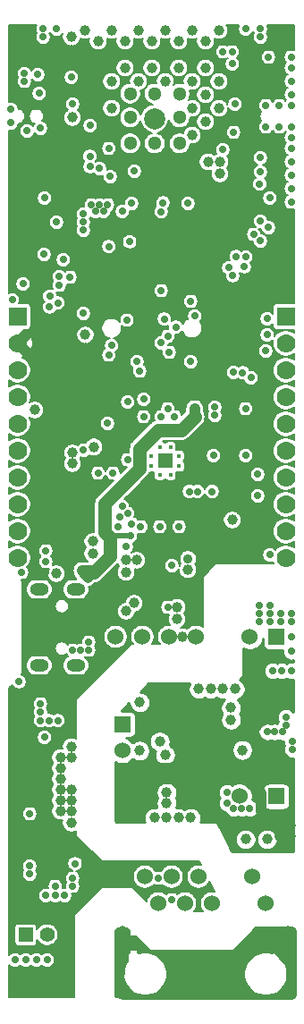
<source format=gbr>
G04 #@! TF.GenerationSoftware,KiCad,Pcbnew,5.1.0-rc2-unknown-036be7d~80~ubuntu16.04.1*
G04 #@! TF.CreationDate,2019-03-08T14:26:04+02:00*
G04 #@! TF.ProjectId,ESP32-PoE-ISO_Rev_B,45535033-322d-4506-9f45-2d49534f5f52,A*
G04 #@! TF.SameCoordinates,Original*
G04 #@! TF.FileFunction,Copper,L3,Inr*
G04 #@! TF.FilePolarity,Positive*
%FSLAX46Y46*%
G04 Gerber Fmt 4.6, Leading zero omitted, Abs format (unit mm)*
G04 Created by KiCad (PCBNEW 5.1.0-rc2-unknown-036be7d~80~ubuntu16.04.1) date 2019-03-08 14:26:04*
%MOMM*%
%LPD*%
G04 APERTURE LIST*
%ADD10C,1.300000*%
%ADD11C,2.000000*%
%ADD12O,1.800000X1.200000*%
%ADD13C,1.524000*%
%ADD14R,1.524000X1.524000*%
%ADD15C,0.800000*%
%ADD16R,0.400000X0.400000*%
%ADD17R,1.422400X1.422400*%
%ADD18C,1.778000*%
%ADD19R,1.778000X1.778000*%
%ADD20R,1.400000X1.400000*%
%ADD21C,1.400000*%
%ADD22O,1.600000X2.999999*%
%ADD23C,0.700000*%
%ADD24C,1.000000*%
%ADD25C,0.900000*%
%ADD26C,1.016000*%
%ADD27C,0.508000*%
%ADD28C,1.270000*%
%ADD29C,0.762000*%
%ADD30C,0.127000*%
%ADD31C,0.254000*%
G04 APERTURE END LIST*
D10*
X102099600Y-106834800D03*
D11*
X104411000Y-104498000D03*
D10*
X106773200Y-106834800D03*
X102099600Y-102135800D03*
X106773200Y-102135800D03*
X104411000Y-102135800D03*
X104411000Y-106834800D03*
X102099600Y-104371000D03*
X106773200Y-104371000D03*
D12*
X93476000Y-149054000D03*
X96946000Y-149054000D03*
X96946000Y-156254000D03*
X93476000Y-156254000D03*
D13*
X113411000Y-153543000D03*
D14*
X115951000Y-153543000D03*
D13*
X108331000Y-153543000D03*
X105791000Y-153543000D03*
X100711000Y-153543000D03*
X103251000Y-153543000D03*
D14*
X115923000Y-168656000D03*
D13*
X112423000Y-168656000D03*
D14*
X101346000Y-161818000D03*
D13*
X101346000Y-164318000D03*
D15*
X108077000Y-163592000D03*
X108077000Y-164592000D03*
X108077000Y-165592000D03*
X109077000Y-163592000D03*
X109077000Y-164592000D03*
X109077000Y-165592000D03*
X110077000Y-164592000D03*
X110077000Y-163592000D03*
X110077000Y-165592000D03*
D16*
X106710000Y-137406000D03*
X106710000Y-136406000D03*
X105910000Y-135606000D03*
X104910000Y-135606000D03*
X104110000Y-136406000D03*
X104110000Y-137406000D03*
X104910000Y-138206000D03*
X105910000Y-138206000D03*
D17*
X105410000Y-136906000D03*
D18*
X91440000Y-130840000D03*
X91440000Y-128300000D03*
X91440000Y-125760000D03*
D19*
X91440000Y-123220000D03*
D18*
X91440000Y-133380000D03*
X91440000Y-135920000D03*
X91440000Y-141000000D03*
X91440000Y-138460000D03*
X91440000Y-143540000D03*
X91440000Y-146080000D03*
X116840000Y-130840000D03*
X116840000Y-128300000D03*
X116840000Y-125760000D03*
D19*
X116840000Y-123220000D03*
D18*
X116840000Y-133380000D03*
X116840000Y-135920000D03*
X116840000Y-141000000D03*
X116840000Y-138460000D03*
X116840000Y-143540000D03*
X116840000Y-146080000D03*
D20*
X92209620Y-181759860D03*
D21*
X94221300Y-181757320D03*
D22*
X117000000Y-182393000D03*
X101400000Y-182393000D03*
D13*
X114915000Y-178793000D03*
X113645000Y-176253000D03*
X109835000Y-178793000D03*
X108565000Y-176253000D03*
X107295000Y-178793000D03*
X106025000Y-176253000D03*
X104755000Y-178793000D03*
X103485000Y-176253000D03*
D23*
X96647000Y-177165000D03*
X96647000Y-176403000D03*
X92583000Y-170307000D03*
X92583000Y-175260000D03*
X92583000Y-176022000D03*
D24*
X95123000Y-147574000D03*
X93091000Y-132080000D03*
X107061000Y-153543000D03*
D23*
X105664000Y-150749000D03*
D24*
X106553000Y-151892000D03*
X106553000Y-150749000D03*
X96520000Y-164973000D03*
X95504000Y-164973000D03*
X95504000Y-165989000D03*
X95504000Y-167005000D03*
X95504000Y-168021000D03*
X96520000Y-168021000D03*
D23*
X94996000Y-178054000D03*
X95885000Y-178054000D03*
X94107000Y-178054000D03*
X94996000Y-177165000D03*
X94234000Y-184150000D03*
X92202000Y-184150000D03*
X91186000Y-184150000D03*
X93218000Y-184150000D03*
X96647000Y-154813000D03*
X97409000Y-154813000D03*
X98171000Y-154813000D03*
X98171000Y-154051000D03*
X94424500Y-161480500D03*
X93599000Y-161480500D03*
X93599000Y-159893000D03*
D24*
X96520000Y-171196000D03*
X96520000Y-169037000D03*
X96520000Y-170053000D03*
X95504000Y-169037000D03*
X95504000Y-170053000D03*
X96520000Y-163957000D03*
D23*
X93599000Y-160655000D03*
X91567000Y-157797496D03*
D24*
X111760000Y-142494000D03*
D23*
X115316000Y-145796000D03*
X114173000Y-138176000D03*
X114173000Y-140208000D03*
X106299000Y-132715000D03*
X110109000Y-131826000D03*
X110109000Y-132588000D03*
X101854000Y-141859000D03*
X101346000Y-141224000D03*
X95250000Y-161480500D03*
D24*
X98679000Y-135572500D03*
D23*
X100457000Y-138049000D03*
X99060000Y-138049000D03*
X97663000Y-122936000D03*
X92075000Y-100228400D03*
X92075000Y-100965000D03*
X93472000Y-102108000D03*
X93853000Y-96774000D03*
X114427000Y-96774000D03*
X90805000Y-104902000D03*
X90805000Y-103632000D03*
X90932000Y-121666000D03*
X109855000Y-139785743D03*
X107696000Y-139785743D03*
X108458000Y-139785743D03*
D24*
X96520000Y-96774000D03*
D23*
X95123000Y-96012000D03*
D24*
X109474000Y-108585000D03*
D23*
X115189000Y-98679000D03*
X99187000Y-112649000D03*
X96393000Y-119507000D03*
X99949000Y-112649000D03*
X99568000Y-113284000D03*
X98806000Y-113284000D03*
X98425000Y-112649000D03*
X99187000Y-109220000D03*
X100076000Y-116600350D03*
X102044500Y-116141500D03*
X102489000Y-109474000D03*
D24*
X97790000Y-96139000D03*
X100330000Y-96139000D03*
X102870000Y-96139000D03*
X105410000Y-96139000D03*
X107950000Y-96139000D03*
X110490000Y-96139000D03*
D23*
X113030000Y-96012000D03*
X93853000Y-96012000D03*
D24*
X99060000Y-97155000D03*
X101600000Y-97155000D03*
X104140000Y-97155000D03*
X106680000Y-97155000D03*
X109220000Y-97155000D03*
D23*
X114427000Y-96012000D03*
X97663000Y-113538000D03*
X97663000Y-114300000D03*
X97663000Y-115062000D03*
X102235000Y-112522000D03*
X117348000Y-98679000D03*
X117348000Y-99695000D03*
X117348000Y-100965000D03*
X117348000Y-102235000D03*
X117348000Y-103251000D03*
X117348000Y-105283000D03*
X117348000Y-106299000D03*
X117348000Y-107315000D03*
X117348000Y-108585000D03*
X117348000Y-109855000D03*
X117348000Y-111125000D03*
X117348000Y-112395000D03*
D24*
X100330000Y-100965000D03*
X101600000Y-99695000D03*
X104140000Y-99695000D03*
X106680000Y-99695000D03*
X109220000Y-99695000D03*
X102870000Y-100965000D03*
X105410000Y-100965000D03*
X107950000Y-100965000D03*
X110490000Y-100965000D03*
X109220000Y-102235000D03*
X110490000Y-103505000D03*
X107950000Y-103505000D03*
X109220000Y-104775000D03*
X107950000Y-106045000D03*
X100330000Y-103505000D03*
D23*
X116205000Y-103251000D03*
X114935000Y-103251000D03*
X116205000Y-105283000D03*
X114935000Y-105283000D03*
D24*
X110617000Y-108585000D03*
X110617000Y-109728000D03*
D23*
X91948000Y-120142000D03*
D24*
X107569000Y-147193000D03*
D25*
X107569000Y-146177000D03*
D23*
X97663000Y-135890000D03*
X99949000Y-133350000D03*
X91821000Y-147447000D03*
D24*
X96647000Y-136144000D03*
X96647000Y-137160000D03*
D23*
X93599000Y-105410000D03*
X94477435Y-121303850D03*
X96647000Y-103124000D03*
X114427000Y-114203990D03*
D24*
X108839000Y-146177000D03*
X108839000Y-147193000D03*
X97790000Y-129413000D03*
X97790000Y-130429000D03*
X97790000Y-131445000D03*
X97790000Y-132461000D03*
X97917000Y-127254000D03*
X97917000Y-126238000D03*
D23*
X97028000Y-129921000D03*
X97028000Y-130937000D03*
X107823000Y-119888000D03*
X107823000Y-120777000D03*
X105410000Y-119888000D03*
X100584000Y-121412000D03*
X100584000Y-122174000D03*
X93281500Y-98044000D03*
D24*
X96520000Y-98044000D03*
D23*
X94043500Y-98044000D03*
D24*
X97663000Y-98044000D03*
D23*
X102743000Y-125603000D03*
X102743000Y-126365000D03*
D24*
X97663000Y-99060000D03*
D23*
X96647000Y-111252000D03*
X96647000Y-112014000D03*
X98171000Y-102616000D03*
X94107000Y-147447000D03*
X106712509Y-143129000D03*
X103091479Y-143129000D03*
X96878939Y-175028061D03*
X93980000Y-163067994D03*
X106045000Y-146812000D03*
X104902000Y-143129000D03*
X94107000Y-146431000D03*
X100203000Y-109982000D03*
X101727000Y-145034000D03*
D24*
X97853500Y-124968000D03*
D23*
X93345000Y-100330000D03*
X92329000Y-105664000D03*
X95377000Y-120269000D03*
X111887000Y-105791000D03*
X95367917Y-119442038D03*
X94107000Y-145415000D03*
X98298000Y-109029522D03*
X102235000Y-142875000D03*
X111760000Y-99314000D03*
X112014000Y-103124000D03*
X108204000Y-123190000D03*
X96520000Y-100584000D03*
X105332150Y-123474968D03*
X95123000Y-114300000D03*
X111759998Y-98171000D03*
X106410622Y-124236990D03*
X115062000Y-124968000D03*
X102743000Y-127508000D03*
X94466418Y-122311477D03*
X107823000Y-127508000D03*
X115316000Y-112013994D03*
X107823000Y-121793000D03*
X93929098Y-117348014D03*
X95758000Y-117856000D03*
X107569000Y-112522000D03*
X105029000Y-120777000D03*
X112123745Y-117549945D03*
X111800119Y-119360801D03*
X111887000Y-128523990D03*
X93980000Y-112014000D03*
X112903011Y-118514828D03*
X105791000Y-126619000D03*
X113030000Y-117602000D03*
X105199003Y-112474650D03*
X112747155Y-128552845D03*
X113538000Y-129032000D03*
X105029000Y-125730000D03*
X114351314Y-110691734D03*
X110871000Y-107442000D03*
X108204000Y-131953000D03*
X108204000Y-132715000D03*
X102108000Y-144018000D03*
X98552000Y-147447000D03*
X98044000Y-148082000D03*
X97536000Y-147279360D03*
X101346000Y-113284000D03*
X105020097Y-113292903D03*
X98298000Y-105156000D03*
X98287212Y-108068370D03*
D24*
X117284500Y-172466000D03*
X116268500Y-172466000D03*
X117284500Y-171450000D03*
X102108000Y-165989000D03*
X102108000Y-167005000D03*
X98552000Y-144526000D03*
X98552000Y-145669000D03*
X101727000Y-147447000D03*
X101727000Y-146304000D03*
X102743000Y-146304000D03*
X101727000Y-151130000D03*
X102489000Y-150368000D03*
X113030000Y-172720000D03*
X115062000Y-172720000D03*
D23*
X114427000Y-116078000D03*
X113792000Y-115443000D03*
X110871000Y-98171000D03*
X116840000Y-161163000D03*
X115049300Y-162560000D03*
X115785900Y-162560000D03*
X116522500Y-162560000D03*
X116840000Y-161899600D03*
X101790500Y-123571000D03*
D24*
X105409989Y-164719000D03*
D23*
X100330005Y-125984000D03*
X100076000Y-126873000D03*
X109982000Y-136398000D03*
X105029000Y-132715000D03*
X103378000Y-132715000D03*
X113030000Y-136398000D03*
X102997000Y-128397000D03*
X103378000Y-131064000D03*
X113030000Y-131953000D03*
X100076000Y-107315000D03*
X105664000Y-125095000D03*
X115062000Y-123444000D03*
X95250000Y-121950986D03*
X114427006Y-108204000D03*
D24*
X96647000Y-104394000D03*
D23*
X115189000Y-114808000D03*
X105664000Y-131953000D03*
X101854000Y-131318000D03*
X101854000Y-136779000D03*
X114935000Y-126492000D03*
X114427000Y-109537500D03*
X111441342Y-118615666D03*
X100965006Y-143129000D03*
X104775000Y-176402960D03*
X106044996Y-178435000D03*
D24*
X112712500Y-164274500D03*
X105537000Y-168275000D03*
X105537000Y-169291000D03*
X104902000Y-163449000D03*
X111633000Y-161417000D03*
X111633000Y-160274000D03*
D23*
X111252000Y-168275000D03*
X111252000Y-169291000D03*
X113411000Y-169799000D03*
X111887000Y-169799000D03*
X112649000Y-169799000D03*
X114300000Y-150622000D03*
X114300000Y-151384000D03*
X115316000Y-152146000D03*
X115316000Y-151384000D03*
X115316000Y-150622000D03*
X116332000Y-152146000D03*
X116332000Y-151384000D03*
X114300000Y-152146000D03*
X117348000Y-151384000D03*
X117348000Y-152146000D03*
X115570000Y-156781500D03*
X116459000Y-156781500D03*
X117348000Y-153543000D03*
X117348000Y-154940000D03*
X117348000Y-156781500D03*
X117475000Y-163449000D03*
X117475000Y-164211000D03*
D24*
X106680000Y-170688000D03*
X105537000Y-170688000D03*
X107823000Y-170688000D03*
X104394000Y-170688000D03*
X112013990Y-158496010D03*
X110871000Y-158496010D03*
X109728000Y-158496000D03*
X108585000Y-158496000D03*
X102997000Y-159766000D03*
X102977000Y-164318000D03*
X106045000Y-184150000D03*
X106045000Y-186690000D03*
X107315000Y-185420000D03*
X108585000Y-184150000D03*
X108585000Y-186690000D03*
X111125000Y-186690000D03*
X117387990Y-187387990D03*
X117387990Y-185420000D03*
X109855000Y-185420000D03*
X111125000Y-184150000D03*
X112395000Y-185420000D03*
X113538000Y-182880000D03*
X114935000Y-182880000D03*
X102870000Y-182880000D03*
X101092000Y-187325000D03*
X101092000Y-185420000D03*
X114935000Y-181483000D03*
D23*
X101092000Y-142240000D03*
D26*
X108204000Y-131953000D02*
X108204000Y-132715000D01*
D27*
X100330000Y-144018000D02*
X100203000Y-144145000D01*
X102108000Y-144018000D02*
X100330000Y-144018000D01*
D28*
X106934000Y-133985000D02*
X108204000Y-132715000D01*
X104775000Y-133985000D02*
X106934000Y-133985000D01*
X102997000Y-135763000D02*
X104775000Y-133985000D01*
X100203000Y-144145000D02*
X99695000Y-143637000D01*
X99695000Y-143637000D02*
X99695000Y-140970000D01*
X99695000Y-140970000D02*
X102997000Y-137668000D01*
X102997000Y-137668000D02*
X102997000Y-135763000D01*
D26*
X98552000Y-147447000D02*
X98384360Y-147279360D01*
X98384360Y-147279360D02*
X97536000Y-147279360D01*
D29*
X98044000Y-148082000D02*
X97536000Y-147574000D01*
X97536000Y-147574000D02*
X97536000Y-147279360D01*
X98044000Y-148082000D02*
X98552000Y-147574000D01*
X98552000Y-147574000D02*
X98552000Y-147447000D01*
D28*
X100203000Y-145923000D02*
X100203000Y-144145000D01*
X98679000Y-147447000D02*
X100203000Y-145923000D01*
X98552000Y-147447000D02*
X98679000Y-147447000D01*
D26*
X102108000Y-165989000D02*
X102108000Y-167005000D01*
X108077000Y-165608000D02*
X108093000Y-165592000D01*
X108093000Y-165592000D02*
X109077000Y-165592000D01*
X108077000Y-165989000D02*
X108077000Y-165608000D01*
X108077000Y-165592000D02*
X108077000Y-167005000D01*
X108077000Y-167005000D02*
X109093000Y-167005000D01*
X102108000Y-167005000D02*
X108077000Y-167005000D01*
X109093000Y-167005000D02*
X113157000Y-167005000D01*
X116268500Y-171758894D02*
X116268500Y-172466000D01*
X114525999Y-170016393D02*
X116268500Y-171758894D01*
X114525999Y-168373999D02*
X114525999Y-170016393D01*
X113157000Y-167005000D02*
X114525999Y-168373999D01*
X109077000Y-165592000D02*
X111744000Y-165592000D01*
X112395000Y-166243000D02*
X112776000Y-166624000D01*
X109093000Y-166243000D02*
X112395000Y-166243000D01*
X109093000Y-166243000D02*
X109093000Y-165608000D01*
X112776000Y-166624000D02*
X113157000Y-167005000D01*
X109093000Y-167005000D02*
X109093000Y-166243000D01*
X111744000Y-165592000D02*
X112776000Y-166624000D01*
X106823000Y-165592000D02*
X106426000Y-165989000D01*
X108077000Y-165592000D02*
X106823000Y-165592000D01*
X106426000Y-165989000D02*
X108077000Y-165989000D01*
X102108000Y-165989000D02*
X106426000Y-165989000D01*
D29*
X102870000Y-182880000D02*
X102162894Y-182880000D01*
X102162894Y-182880000D02*
X101473000Y-182880000D01*
D26*
X114935000Y-181483000D02*
X117094000Y-181483000D01*
X117094000Y-181483000D02*
X117094000Y-182880000D01*
X117094000Y-182880000D02*
X114935000Y-182880000D01*
X117387990Y-184712894D02*
X117387990Y-185420000D01*
X117387990Y-184534188D02*
X117387990Y-184712894D01*
X115733802Y-182880000D02*
X117387990Y-184534188D01*
X114935000Y-182880000D02*
X115733802Y-182880000D01*
X117387990Y-185420000D02*
X117387990Y-187387990D01*
D27*
X111125000Y-187641990D02*
X111125000Y-186690000D01*
X117133990Y-187641990D02*
X111125000Y-187641990D01*
X117387990Y-187387990D02*
X117133990Y-187641990D01*
X101408990Y-187641990D02*
X101092000Y-187325000D01*
X111125000Y-187641990D02*
X101408990Y-187641990D01*
D26*
X101092000Y-185420000D02*
X101092000Y-181746042D01*
X101092000Y-181746042D02*
X101228042Y-181610000D01*
X101228042Y-181610000D02*
X101346000Y-181610000D01*
X117387990Y-185420000D02*
X117387990Y-181522990D01*
X117348000Y-181483000D02*
X114935000Y-181483000D01*
X117387990Y-181522990D02*
X117348000Y-181483000D01*
D30*
G36*
X93216450Y-95671757D02*
G01*
X93162303Y-95802479D01*
X93134700Y-95941254D01*
X93134700Y-96082746D01*
X93162303Y-96221521D01*
X93216450Y-96352243D01*
X93243683Y-96393000D01*
X93216450Y-96433757D01*
X93162303Y-96564479D01*
X93134700Y-96703254D01*
X93134700Y-96844746D01*
X93162303Y-96983521D01*
X93216450Y-97114243D01*
X93295060Y-97231890D01*
X93395110Y-97331940D01*
X93512757Y-97410550D01*
X93643479Y-97464697D01*
X93782254Y-97492300D01*
X93923746Y-97492300D01*
X94062521Y-97464697D01*
X94193243Y-97410550D01*
X94310890Y-97331940D01*
X94410940Y-97231890D01*
X94489550Y-97114243D01*
X94543697Y-96983521D01*
X94571300Y-96844746D01*
X94571300Y-96703254D01*
X94543697Y-96564479D01*
X94489550Y-96433757D01*
X94462317Y-96393000D01*
X94488000Y-96354563D01*
X94565060Y-96469890D01*
X94665110Y-96569940D01*
X94782757Y-96648550D01*
X94913479Y-96702697D01*
X95052254Y-96730300D01*
X95193746Y-96730300D01*
X95332521Y-96702697D01*
X95463243Y-96648550D01*
X95580890Y-96569940D01*
X95680940Y-96469890D01*
X95747203Y-96370722D01*
X95685069Y-96520726D01*
X95651700Y-96688480D01*
X95651700Y-96859520D01*
X95685069Y-97027274D01*
X95750523Y-97185294D01*
X95845548Y-97327509D01*
X95966491Y-97448452D01*
X96108706Y-97543477D01*
X96266726Y-97608931D01*
X96434480Y-97642300D01*
X96605520Y-97642300D01*
X96773274Y-97608931D01*
X96931294Y-97543477D01*
X97073509Y-97448452D01*
X97194452Y-97327509D01*
X97289477Y-97185294D01*
X97354931Y-97027274D01*
X97378579Y-96908392D01*
X97378706Y-96908477D01*
X97536726Y-96973931D01*
X97704480Y-97007300D01*
X97875520Y-97007300D01*
X98043274Y-96973931D01*
X98201294Y-96908477D01*
X98230301Y-96889095D01*
X98225069Y-96901726D01*
X98191700Y-97069480D01*
X98191700Y-97240520D01*
X98225069Y-97408274D01*
X98290523Y-97566294D01*
X98385548Y-97708509D01*
X98506491Y-97829452D01*
X98648706Y-97924477D01*
X98806726Y-97989931D01*
X98974480Y-98023300D01*
X99145520Y-98023300D01*
X99313274Y-97989931D01*
X99471294Y-97924477D01*
X99613509Y-97829452D01*
X99734452Y-97708509D01*
X99829477Y-97566294D01*
X99894931Y-97408274D01*
X99928300Y-97240520D01*
X99928300Y-97069480D01*
X99894931Y-96901726D01*
X99889699Y-96889095D01*
X99918706Y-96908477D01*
X100076726Y-96973931D01*
X100244480Y-97007300D01*
X100415520Y-97007300D01*
X100583274Y-96973931D01*
X100741294Y-96908477D01*
X100770301Y-96889095D01*
X100765069Y-96901726D01*
X100731700Y-97069480D01*
X100731700Y-97240520D01*
X100765069Y-97408274D01*
X100830523Y-97566294D01*
X100925548Y-97708509D01*
X101046491Y-97829452D01*
X101188706Y-97924477D01*
X101346726Y-97989931D01*
X101514480Y-98023300D01*
X101685520Y-98023300D01*
X101853274Y-97989931D01*
X102011294Y-97924477D01*
X102153509Y-97829452D01*
X102274452Y-97708509D01*
X102369477Y-97566294D01*
X102434931Y-97408274D01*
X102468300Y-97240520D01*
X102468300Y-97069480D01*
X102434931Y-96901726D01*
X102429699Y-96889095D01*
X102458706Y-96908477D01*
X102616726Y-96973931D01*
X102784480Y-97007300D01*
X102955520Y-97007300D01*
X103123274Y-96973931D01*
X103281294Y-96908477D01*
X103310301Y-96889095D01*
X103305069Y-96901726D01*
X103271700Y-97069480D01*
X103271700Y-97240520D01*
X103305069Y-97408274D01*
X103370523Y-97566294D01*
X103465548Y-97708509D01*
X103586491Y-97829452D01*
X103728706Y-97924477D01*
X103886726Y-97989931D01*
X104054480Y-98023300D01*
X104225520Y-98023300D01*
X104393274Y-97989931D01*
X104551294Y-97924477D01*
X104693509Y-97829452D01*
X104814452Y-97708509D01*
X104909477Y-97566294D01*
X104974931Y-97408274D01*
X105008300Y-97240520D01*
X105008300Y-97069480D01*
X104974931Y-96901726D01*
X104969699Y-96889095D01*
X104998706Y-96908477D01*
X105156726Y-96973931D01*
X105324480Y-97007300D01*
X105495520Y-97007300D01*
X105663274Y-96973931D01*
X105821294Y-96908477D01*
X105850301Y-96889095D01*
X105845069Y-96901726D01*
X105811700Y-97069480D01*
X105811700Y-97240520D01*
X105845069Y-97408274D01*
X105910523Y-97566294D01*
X106005548Y-97708509D01*
X106126491Y-97829452D01*
X106268706Y-97924477D01*
X106426726Y-97989931D01*
X106594480Y-98023300D01*
X106765520Y-98023300D01*
X106933274Y-97989931D01*
X107091294Y-97924477D01*
X107233509Y-97829452D01*
X107354452Y-97708509D01*
X107449477Y-97566294D01*
X107514931Y-97408274D01*
X107548300Y-97240520D01*
X107548300Y-97069480D01*
X107514931Y-96901726D01*
X107509699Y-96889095D01*
X107538706Y-96908477D01*
X107696726Y-96973931D01*
X107864480Y-97007300D01*
X108035520Y-97007300D01*
X108203274Y-96973931D01*
X108361294Y-96908477D01*
X108390301Y-96889095D01*
X108385069Y-96901726D01*
X108351700Y-97069480D01*
X108351700Y-97240520D01*
X108385069Y-97408274D01*
X108450523Y-97566294D01*
X108545548Y-97708509D01*
X108666491Y-97829452D01*
X108808706Y-97924477D01*
X108966726Y-97989931D01*
X109134480Y-98023300D01*
X109305520Y-98023300D01*
X109473274Y-97989931D01*
X109631294Y-97924477D01*
X109773509Y-97829452D01*
X109894452Y-97708509D01*
X109989477Y-97566294D01*
X110054931Y-97408274D01*
X110088300Y-97240520D01*
X110088300Y-97069480D01*
X110054931Y-96901726D01*
X110049699Y-96889095D01*
X110078706Y-96908477D01*
X110236726Y-96973931D01*
X110404480Y-97007300D01*
X110575520Y-97007300D01*
X110743274Y-96973931D01*
X110901294Y-96908477D01*
X111043509Y-96813452D01*
X111164452Y-96692509D01*
X111259477Y-96550294D01*
X111324931Y-96392274D01*
X111358300Y-96224520D01*
X111358300Y-96053480D01*
X111324931Y-95885726D01*
X111259477Y-95727706D01*
X111204415Y-95645300D01*
X112411128Y-95645300D01*
X112393450Y-95671757D01*
X112339303Y-95802479D01*
X112311700Y-95941254D01*
X112311700Y-96082746D01*
X112339303Y-96221521D01*
X112393450Y-96352243D01*
X112472060Y-96469890D01*
X112572110Y-96569940D01*
X112689757Y-96648550D01*
X112820479Y-96702697D01*
X112959254Y-96730300D01*
X113100746Y-96730300D01*
X113239521Y-96702697D01*
X113370243Y-96648550D01*
X113487890Y-96569940D01*
X113587940Y-96469890D01*
X113666550Y-96352243D01*
X113720697Y-96221521D01*
X113728500Y-96182291D01*
X113736303Y-96221521D01*
X113790450Y-96352243D01*
X113817683Y-96393000D01*
X113790450Y-96433757D01*
X113736303Y-96564479D01*
X113708700Y-96703254D01*
X113708700Y-96844746D01*
X113736303Y-96983521D01*
X113790450Y-97114243D01*
X113869060Y-97231890D01*
X113969110Y-97331940D01*
X114086757Y-97410550D01*
X114217479Y-97464697D01*
X114356254Y-97492300D01*
X114497746Y-97492300D01*
X114636521Y-97464697D01*
X114767243Y-97410550D01*
X114884890Y-97331940D01*
X114984940Y-97231890D01*
X115063550Y-97114243D01*
X115117697Y-96983521D01*
X115145300Y-96844746D01*
X115145300Y-96703254D01*
X115117697Y-96564479D01*
X115063550Y-96433757D01*
X115036317Y-96393000D01*
X115063550Y-96352243D01*
X115117697Y-96221521D01*
X115145300Y-96082746D01*
X115145300Y-95941254D01*
X115117697Y-95802479D01*
X115063550Y-95671757D01*
X115045872Y-95645300D01*
X117654701Y-95645300D01*
X117654701Y-98028556D01*
X117557521Y-97988303D01*
X117418746Y-97960700D01*
X117277254Y-97960700D01*
X117138479Y-97988303D01*
X117007757Y-98042450D01*
X116890110Y-98121060D01*
X116790060Y-98221110D01*
X116711450Y-98338757D01*
X116657303Y-98469479D01*
X116629700Y-98608254D01*
X116629700Y-98749746D01*
X116657303Y-98888521D01*
X116711450Y-99019243D01*
X116790060Y-99136890D01*
X116840170Y-99187000D01*
X116790060Y-99237110D01*
X116711450Y-99354757D01*
X116657303Y-99485479D01*
X116629700Y-99624254D01*
X116629700Y-99765746D01*
X116657303Y-99904521D01*
X116711450Y-100035243D01*
X116790060Y-100152890D01*
X116890110Y-100252940D01*
X117005437Y-100330000D01*
X116890110Y-100407060D01*
X116790060Y-100507110D01*
X116711450Y-100624757D01*
X116657303Y-100755479D01*
X116629700Y-100894254D01*
X116629700Y-101035746D01*
X116657303Y-101174521D01*
X116711450Y-101305243D01*
X116790060Y-101422890D01*
X116890110Y-101522940D01*
X117005437Y-101600000D01*
X116890110Y-101677060D01*
X116790060Y-101777110D01*
X116711450Y-101894757D01*
X116657303Y-102025479D01*
X116629700Y-102164254D01*
X116629700Y-102305746D01*
X116657303Y-102444521D01*
X116711450Y-102575243D01*
X116790060Y-102692890D01*
X116840170Y-102743000D01*
X116790060Y-102793110D01*
X116776500Y-102813404D01*
X116762940Y-102793110D01*
X116662890Y-102693060D01*
X116545243Y-102614450D01*
X116414521Y-102560303D01*
X116275746Y-102532700D01*
X116134254Y-102532700D01*
X115995479Y-102560303D01*
X115864757Y-102614450D01*
X115747110Y-102693060D01*
X115647060Y-102793110D01*
X115570000Y-102908437D01*
X115492940Y-102793110D01*
X115392890Y-102693060D01*
X115275243Y-102614450D01*
X115144521Y-102560303D01*
X115005746Y-102532700D01*
X114864254Y-102532700D01*
X114725479Y-102560303D01*
X114594757Y-102614450D01*
X114477110Y-102693060D01*
X114377060Y-102793110D01*
X114298450Y-102910757D01*
X114244303Y-103041479D01*
X114216700Y-103180254D01*
X114216700Y-103321746D01*
X114244303Y-103460521D01*
X114298450Y-103591243D01*
X114377060Y-103708890D01*
X114477110Y-103808940D01*
X114493746Y-103820056D01*
X114422450Y-103926757D01*
X114368303Y-104057479D01*
X114340700Y-104196254D01*
X114340700Y-104337746D01*
X114368303Y-104476521D01*
X114422450Y-104607243D01*
X114493746Y-104713944D01*
X114477110Y-104725060D01*
X114377060Y-104825110D01*
X114298450Y-104942757D01*
X114244303Y-105073479D01*
X114216700Y-105212254D01*
X114216700Y-105353746D01*
X114244303Y-105492521D01*
X114298450Y-105623243D01*
X114377060Y-105740890D01*
X114477110Y-105840940D01*
X114594757Y-105919550D01*
X114725479Y-105973697D01*
X114864254Y-106001300D01*
X115005746Y-106001300D01*
X115144521Y-105973697D01*
X115275243Y-105919550D01*
X115392890Y-105840940D01*
X115492940Y-105740890D01*
X115570000Y-105625563D01*
X115647060Y-105740890D01*
X115747110Y-105840940D01*
X115864757Y-105919550D01*
X115995479Y-105973697D01*
X116134254Y-106001300D01*
X116275746Y-106001300D01*
X116414521Y-105973697D01*
X116545243Y-105919550D01*
X116662890Y-105840940D01*
X116762940Y-105740890D01*
X116776500Y-105720596D01*
X116790060Y-105740890D01*
X116840170Y-105791000D01*
X116790060Y-105841110D01*
X116711450Y-105958757D01*
X116657303Y-106089479D01*
X116629700Y-106228254D01*
X116629700Y-106369746D01*
X116657303Y-106508521D01*
X116711450Y-106639243D01*
X116790060Y-106756890D01*
X116840170Y-106807000D01*
X116790060Y-106857110D01*
X116711450Y-106974757D01*
X116657303Y-107105479D01*
X116629700Y-107244254D01*
X116629700Y-107385746D01*
X116657303Y-107524521D01*
X116711450Y-107655243D01*
X116790060Y-107772890D01*
X116890110Y-107872940D01*
X117005437Y-107950000D01*
X116890110Y-108027060D01*
X116790060Y-108127110D01*
X116711450Y-108244757D01*
X116657303Y-108375479D01*
X116629700Y-108514254D01*
X116629700Y-108655746D01*
X116657303Y-108794521D01*
X116711450Y-108925243D01*
X116790060Y-109042890D01*
X116890110Y-109142940D01*
X117005437Y-109220000D01*
X116890110Y-109297060D01*
X116790060Y-109397110D01*
X116711450Y-109514757D01*
X116657303Y-109645479D01*
X116629700Y-109784254D01*
X116629700Y-109925746D01*
X116657303Y-110064521D01*
X116711450Y-110195243D01*
X116790060Y-110312890D01*
X116890110Y-110412940D01*
X117005437Y-110490000D01*
X116890110Y-110567060D01*
X116790060Y-110667110D01*
X116711450Y-110784757D01*
X116657303Y-110915479D01*
X116629700Y-111054254D01*
X116629700Y-111195746D01*
X116657303Y-111334521D01*
X116711450Y-111465243D01*
X116790060Y-111582890D01*
X116890110Y-111682940D01*
X117005437Y-111760000D01*
X116890110Y-111837060D01*
X116790060Y-111937110D01*
X116711450Y-112054757D01*
X116657303Y-112185479D01*
X116629700Y-112324254D01*
X116629700Y-112465746D01*
X116657303Y-112604521D01*
X116711450Y-112735243D01*
X116790060Y-112852890D01*
X116890110Y-112952940D01*
X117007757Y-113031550D01*
X117138479Y-113085697D01*
X117277254Y-113113300D01*
X117418746Y-113113300D01*
X117557521Y-113085697D01*
X117654701Y-113045444D01*
X117654701Y-121960918D01*
X115951000Y-121960918D01*
X115878801Y-121968029D01*
X115809376Y-121989089D01*
X115745393Y-122023288D01*
X115689313Y-122069313D01*
X115643288Y-122125393D01*
X115609089Y-122189376D01*
X115588029Y-122258801D01*
X115580918Y-122331000D01*
X115580918Y-122947088D01*
X115519890Y-122886060D01*
X115402243Y-122807450D01*
X115271521Y-122753303D01*
X115132746Y-122725700D01*
X114991254Y-122725700D01*
X114852479Y-122753303D01*
X114721757Y-122807450D01*
X114604110Y-122886060D01*
X114504060Y-122986110D01*
X114425450Y-123103757D01*
X114371303Y-123234479D01*
X114343700Y-123373254D01*
X114343700Y-123514746D01*
X114371303Y-123653521D01*
X114425450Y-123784243D01*
X114504060Y-123901890D01*
X114604110Y-124001940D01*
X114721757Y-124080550D01*
X114852479Y-124134697D01*
X114991254Y-124162300D01*
X115132746Y-124162300D01*
X115271521Y-124134697D01*
X115402243Y-124080550D01*
X115519890Y-124001940D01*
X115580918Y-123940912D01*
X115580918Y-124109000D01*
X115588029Y-124181199D01*
X115609089Y-124250624D01*
X115643288Y-124314607D01*
X115689313Y-124370687D01*
X115745393Y-124416712D01*
X115809376Y-124450911D01*
X115878801Y-124471971D01*
X115951000Y-124479082D01*
X117654701Y-124479082D01*
X117654701Y-124796610D01*
X117641482Y-124783391D01*
X117435555Y-124645795D01*
X117206741Y-124551017D01*
X116963833Y-124502700D01*
X116716167Y-124502700D01*
X116473259Y-124551017D01*
X116244445Y-124645795D01*
X116038518Y-124783391D01*
X115863391Y-124958518D01*
X115767803Y-125101576D01*
X115780300Y-125038746D01*
X115780300Y-124897254D01*
X115752697Y-124758479D01*
X115698550Y-124627757D01*
X115619940Y-124510110D01*
X115519890Y-124410060D01*
X115402243Y-124331450D01*
X115271521Y-124277303D01*
X115132746Y-124249700D01*
X114991254Y-124249700D01*
X114852479Y-124277303D01*
X114721757Y-124331450D01*
X114604110Y-124410060D01*
X114504060Y-124510110D01*
X114425450Y-124627757D01*
X114371303Y-124758479D01*
X114343700Y-124897254D01*
X114343700Y-125038746D01*
X114371303Y-125177521D01*
X114425450Y-125308243D01*
X114504060Y-125425890D01*
X114604110Y-125525940D01*
X114721757Y-125604550D01*
X114852479Y-125658697D01*
X114991254Y-125686300D01*
X115132746Y-125686300D01*
X115271521Y-125658697D01*
X115402243Y-125604550D01*
X115519890Y-125525940D01*
X115619940Y-125425890D01*
X115626470Y-125416117D01*
X115582700Y-125636167D01*
X115582700Y-125883833D01*
X115631017Y-126126741D01*
X115725795Y-126355555D01*
X115863391Y-126561482D01*
X116038518Y-126736609D01*
X116244445Y-126874205D01*
X116473259Y-126968983D01*
X116716167Y-127017300D01*
X116963833Y-127017300D01*
X117206741Y-126968983D01*
X117435555Y-126874205D01*
X117641482Y-126736609D01*
X117654701Y-126723390D01*
X117654701Y-127336610D01*
X117641482Y-127323391D01*
X117435555Y-127185795D01*
X117206741Y-127091017D01*
X116963833Y-127042700D01*
X116716167Y-127042700D01*
X116473259Y-127091017D01*
X116244445Y-127185795D01*
X116038518Y-127323391D01*
X115863391Y-127498518D01*
X115725795Y-127704445D01*
X115631017Y-127933259D01*
X115582700Y-128176167D01*
X115582700Y-128423833D01*
X115631017Y-128666741D01*
X115725795Y-128895555D01*
X115863391Y-129101482D01*
X116038518Y-129276609D01*
X116244445Y-129414205D01*
X116473259Y-129508983D01*
X116716167Y-129557300D01*
X116963833Y-129557300D01*
X117206741Y-129508983D01*
X117435555Y-129414205D01*
X117641482Y-129276609D01*
X117654701Y-129263390D01*
X117654701Y-129876610D01*
X117641482Y-129863391D01*
X117435555Y-129725795D01*
X117206741Y-129631017D01*
X116963833Y-129582700D01*
X116716167Y-129582700D01*
X116473259Y-129631017D01*
X116244445Y-129725795D01*
X116038518Y-129863391D01*
X115863391Y-130038518D01*
X115725795Y-130244445D01*
X115631017Y-130473259D01*
X115582700Y-130716167D01*
X115582700Y-130963833D01*
X115631017Y-131206741D01*
X115725795Y-131435555D01*
X115863391Y-131641482D01*
X116038518Y-131816609D01*
X116244445Y-131954205D01*
X116473259Y-132048983D01*
X116716167Y-132097300D01*
X116963833Y-132097300D01*
X117206741Y-132048983D01*
X117435555Y-131954205D01*
X117641482Y-131816609D01*
X117654701Y-131803390D01*
X117654701Y-132416610D01*
X117641482Y-132403391D01*
X117435555Y-132265795D01*
X117206741Y-132171017D01*
X116963833Y-132122700D01*
X116716167Y-132122700D01*
X116473259Y-132171017D01*
X116244445Y-132265795D01*
X116038518Y-132403391D01*
X115863391Y-132578518D01*
X115725795Y-132784445D01*
X115631017Y-133013259D01*
X115582700Y-133256167D01*
X115582700Y-133503833D01*
X115631017Y-133746741D01*
X115725795Y-133975555D01*
X115863391Y-134181482D01*
X116038518Y-134356609D01*
X116244445Y-134494205D01*
X116473259Y-134588983D01*
X116716167Y-134637300D01*
X116963833Y-134637300D01*
X117206741Y-134588983D01*
X117435555Y-134494205D01*
X117641482Y-134356609D01*
X117654701Y-134343390D01*
X117654701Y-134956610D01*
X117641482Y-134943391D01*
X117435555Y-134805795D01*
X117206741Y-134711017D01*
X116963833Y-134662700D01*
X116716167Y-134662700D01*
X116473259Y-134711017D01*
X116244445Y-134805795D01*
X116038518Y-134943391D01*
X115863391Y-135118518D01*
X115725795Y-135324445D01*
X115631017Y-135553259D01*
X115582700Y-135796167D01*
X115582700Y-136043833D01*
X115631017Y-136286741D01*
X115725795Y-136515555D01*
X115863391Y-136721482D01*
X116038518Y-136896609D01*
X116244445Y-137034205D01*
X116473259Y-137128983D01*
X116716167Y-137177300D01*
X116963833Y-137177300D01*
X117206741Y-137128983D01*
X117435555Y-137034205D01*
X117641482Y-136896609D01*
X117654701Y-136883390D01*
X117654701Y-137496610D01*
X117641482Y-137483391D01*
X117435555Y-137345795D01*
X117206741Y-137251017D01*
X116963833Y-137202700D01*
X116716167Y-137202700D01*
X116473259Y-137251017D01*
X116244445Y-137345795D01*
X116038518Y-137483391D01*
X115863391Y-137658518D01*
X115725795Y-137864445D01*
X115631017Y-138093259D01*
X115582700Y-138336167D01*
X115582700Y-138583833D01*
X115631017Y-138826741D01*
X115725795Y-139055555D01*
X115863391Y-139261482D01*
X116038518Y-139436609D01*
X116244445Y-139574205D01*
X116473259Y-139668983D01*
X116716167Y-139717300D01*
X116963833Y-139717300D01*
X117206741Y-139668983D01*
X117435555Y-139574205D01*
X117641482Y-139436609D01*
X117654701Y-139423390D01*
X117654701Y-140036610D01*
X117641482Y-140023391D01*
X117435555Y-139885795D01*
X117206741Y-139791017D01*
X116963833Y-139742700D01*
X116716167Y-139742700D01*
X116473259Y-139791017D01*
X116244445Y-139885795D01*
X116038518Y-140023391D01*
X115863391Y-140198518D01*
X115725795Y-140404445D01*
X115631017Y-140633259D01*
X115582700Y-140876167D01*
X115582700Y-141123833D01*
X115631017Y-141366741D01*
X115725795Y-141595555D01*
X115863391Y-141801482D01*
X116038518Y-141976609D01*
X116244445Y-142114205D01*
X116473259Y-142208983D01*
X116716167Y-142257300D01*
X116963833Y-142257300D01*
X117206741Y-142208983D01*
X117435555Y-142114205D01*
X117641482Y-141976609D01*
X117654700Y-141963391D01*
X117654700Y-142576609D01*
X117641482Y-142563391D01*
X117435555Y-142425795D01*
X117206741Y-142331017D01*
X116963833Y-142282700D01*
X116716167Y-142282700D01*
X116473259Y-142331017D01*
X116244445Y-142425795D01*
X116038518Y-142563391D01*
X115863391Y-142738518D01*
X115725795Y-142944445D01*
X115631017Y-143173259D01*
X115582700Y-143416167D01*
X115582700Y-143663833D01*
X115631017Y-143906741D01*
X115725795Y-144135555D01*
X115863391Y-144341482D01*
X116038518Y-144516609D01*
X116244445Y-144654205D01*
X116473259Y-144748983D01*
X116716167Y-144797300D01*
X116963833Y-144797300D01*
X117206741Y-144748983D01*
X117435555Y-144654205D01*
X117641482Y-144516609D01*
X117654700Y-144503391D01*
X117654700Y-145116609D01*
X117641482Y-145103391D01*
X117435555Y-144965795D01*
X117206741Y-144871017D01*
X116963833Y-144822700D01*
X116716167Y-144822700D01*
X116473259Y-144871017D01*
X116244445Y-144965795D01*
X116038518Y-145103391D01*
X115863391Y-145278518D01*
X115843747Y-145307917D01*
X115773890Y-145238060D01*
X115656243Y-145159450D01*
X115525521Y-145105303D01*
X115386746Y-145077700D01*
X115245254Y-145077700D01*
X115106479Y-145105303D01*
X114975757Y-145159450D01*
X114858110Y-145238060D01*
X114758060Y-145338110D01*
X114679450Y-145455757D01*
X114625303Y-145586479D01*
X114597700Y-145725254D01*
X114597700Y-145866746D01*
X114625303Y-146005521D01*
X114679450Y-146136243D01*
X114758060Y-146253890D01*
X114858110Y-146353940D01*
X114975757Y-146432550D01*
X115106479Y-146486697D01*
X115245254Y-146514300D01*
X115386746Y-146514300D01*
X115525521Y-146486697D01*
X115630329Y-146443284D01*
X115631017Y-146446741D01*
X115703405Y-146621500D01*
X110236000Y-146621500D01*
X110223612Y-146622720D01*
X110211700Y-146626334D01*
X110200721Y-146632202D01*
X110191099Y-146640099D01*
X109048099Y-147783099D01*
X109040202Y-147792721D01*
X109034334Y-147803700D01*
X109030720Y-147815612D01*
X109029500Y-147828000D01*
X109029500Y-152650323D01*
X108866398Y-152541341D01*
X108660696Y-152456137D01*
X108442325Y-152412700D01*
X108219675Y-152412700D01*
X108001304Y-152456137D01*
X107795602Y-152541341D01*
X107610476Y-152665039D01*
X107490097Y-152785418D01*
X107472294Y-152773523D01*
X107314274Y-152708069D01*
X107146520Y-152674700D01*
X106975480Y-152674700D01*
X106892542Y-152691198D01*
X106964294Y-152661477D01*
X107106509Y-152566452D01*
X107227452Y-152445509D01*
X107322477Y-152303294D01*
X107387931Y-152145274D01*
X107421300Y-151977520D01*
X107421300Y-151806480D01*
X107387931Y-151638726D01*
X107322477Y-151480706D01*
X107227452Y-151338491D01*
X107209461Y-151320500D01*
X107227452Y-151302509D01*
X107322477Y-151160294D01*
X107387931Y-151002274D01*
X107421300Y-150834520D01*
X107421300Y-150663480D01*
X107387931Y-150495726D01*
X107322477Y-150337706D01*
X107227452Y-150195491D01*
X107106509Y-150074548D01*
X106964294Y-149979523D01*
X106806274Y-149914069D01*
X106638520Y-149880700D01*
X106467480Y-149880700D01*
X106299726Y-149914069D01*
X106141706Y-149979523D01*
X105999491Y-150074548D01*
X105974082Y-150099957D01*
X105873521Y-150058303D01*
X105734746Y-150030700D01*
X105593254Y-150030700D01*
X105454479Y-150058303D01*
X105323757Y-150112450D01*
X105206110Y-150191060D01*
X105106060Y-150291110D01*
X105027450Y-150408757D01*
X104973303Y-150539479D01*
X104945700Y-150678254D01*
X104945700Y-150819746D01*
X104973303Y-150958521D01*
X105027450Y-151089243D01*
X105106060Y-151206890D01*
X105206110Y-151306940D01*
X105323757Y-151385550D01*
X105454479Y-151439697D01*
X105593254Y-151467300D01*
X105734746Y-151467300D01*
X105801330Y-151454056D01*
X105783523Y-151480706D01*
X105718069Y-151638726D01*
X105684700Y-151806480D01*
X105684700Y-151977520D01*
X105718069Y-152145274D01*
X105783523Y-152303294D01*
X105856626Y-152412700D01*
X105679675Y-152412700D01*
X105461304Y-152456137D01*
X105255602Y-152541341D01*
X105070476Y-152665039D01*
X104913039Y-152822476D01*
X104789341Y-153007602D01*
X104704137Y-153213304D01*
X104660700Y-153431675D01*
X104660700Y-153654325D01*
X104704137Y-153872696D01*
X104789341Y-154078398D01*
X104898323Y-154241500D01*
X104143677Y-154241500D01*
X104252659Y-154078398D01*
X104337863Y-153872696D01*
X104381300Y-153654325D01*
X104381300Y-153431675D01*
X104337863Y-153213304D01*
X104252659Y-153007602D01*
X104128961Y-152822476D01*
X103971524Y-152665039D01*
X103786398Y-152541341D01*
X103580696Y-152456137D01*
X103362325Y-152412700D01*
X103139675Y-152412700D01*
X102921304Y-152456137D01*
X102715602Y-152541341D01*
X102530476Y-152665039D01*
X102373039Y-152822476D01*
X102249341Y-153007602D01*
X102164137Y-153213304D01*
X102120700Y-153431675D01*
X102120700Y-153654325D01*
X102164137Y-153872696D01*
X102249341Y-154078398D01*
X102358323Y-154241500D01*
X102235000Y-154241500D01*
X102222612Y-154242720D01*
X102210700Y-154246334D01*
X102199721Y-154252202D01*
X102190099Y-154260099D01*
X96983099Y-159467099D01*
X96975202Y-159476721D01*
X96969334Y-159487700D01*
X96965720Y-159499612D01*
X96964500Y-159512000D01*
X96964500Y-163209711D01*
X96931294Y-163187523D01*
X96773274Y-163122069D01*
X96605520Y-163088700D01*
X96434480Y-163088700D01*
X96266726Y-163122069D01*
X96108706Y-163187523D01*
X95966491Y-163282548D01*
X95845548Y-163403491D01*
X95750523Y-163545706D01*
X95685069Y-163703726D01*
X95651700Y-163871480D01*
X95651700Y-164042520D01*
X95667140Y-164120140D01*
X95589520Y-164104700D01*
X95418480Y-164104700D01*
X95250726Y-164138069D01*
X95092706Y-164203523D01*
X94950491Y-164298548D01*
X94829548Y-164419491D01*
X94734523Y-164561706D01*
X94669069Y-164719726D01*
X94635700Y-164887480D01*
X94635700Y-165058520D01*
X94669069Y-165226274D01*
X94734523Y-165384294D01*
X94799140Y-165481000D01*
X94734523Y-165577706D01*
X94669069Y-165735726D01*
X94635700Y-165903480D01*
X94635700Y-166074520D01*
X94669069Y-166242274D01*
X94734523Y-166400294D01*
X94799140Y-166497000D01*
X94734523Y-166593706D01*
X94669069Y-166751726D01*
X94635700Y-166919480D01*
X94635700Y-167090520D01*
X94669069Y-167258274D01*
X94734523Y-167416294D01*
X94799140Y-167513000D01*
X94734523Y-167609706D01*
X94669069Y-167767726D01*
X94635700Y-167935480D01*
X94635700Y-168106520D01*
X94669069Y-168274274D01*
X94734523Y-168432294D01*
X94799140Y-168529000D01*
X94734523Y-168625706D01*
X94669069Y-168783726D01*
X94635700Y-168951480D01*
X94635700Y-169122520D01*
X94669069Y-169290274D01*
X94734523Y-169448294D01*
X94799140Y-169545000D01*
X94734523Y-169641706D01*
X94669069Y-169799726D01*
X94635700Y-169967480D01*
X94635700Y-170138520D01*
X94669069Y-170306274D01*
X94734523Y-170464294D01*
X94829548Y-170606509D01*
X94950491Y-170727452D01*
X95092706Y-170822477D01*
X95250726Y-170887931D01*
X95418480Y-170921300D01*
X95589520Y-170921300D01*
X95703320Y-170898663D01*
X95685069Y-170942726D01*
X95651700Y-171110480D01*
X95651700Y-171281520D01*
X95685069Y-171449274D01*
X95750523Y-171607294D01*
X95845548Y-171749509D01*
X95966491Y-171870452D01*
X96108706Y-171965477D01*
X96266726Y-172030931D01*
X96434480Y-172064300D01*
X96605520Y-172064300D01*
X96773274Y-172030931D01*
X96931294Y-171965477D01*
X96964500Y-171943289D01*
X96964500Y-172339000D01*
X96965720Y-172351388D01*
X96969334Y-172363300D01*
X96975202Y-172374279D01*
X96983099Y-172383901D01*
X99396099Y-174796901D01*
X99405721Y-174804798D01*
X99416700Y-174810666D01*
X99428612Y-174814280D01*
X99441000Y-174815500D01*
X108672755Y-174815500D01*
X108842924Y-175155839D01*
X108676325Y-175122700D01*
X108453675Y-175122700D01*
X108235304Y-175166137D01*
X108029602Y-175251341D01*
X107844476Y-175375039D01*
X107687039Y-175532476D01*
X107563341Y-175717602D01*
X107478137Y-175923304D01*
X107434700Y-176141675D01*
X107434700Y-176364325D01*
X107478137Y-176582696D01*
X107563341Y-176788398D01*
X107687039Y-176973524D01*
X107844476Y-177130961D01*
X108029602Y-177254659D01*
X108235304Y-177339863D01*
X108453675Y-177383300D01*
X108676325Y-177383300D01*
X108894696Y-177339863D01*
X109100398Y-177254659D01*
X109285524Y-177130961D01*
X109442961Y-176973524D01*
X109566659Y-176788398D01*
X109608589Y-176687169D01*
X110112924Y-177695839D01*
X109946325Y-177662700D01*
X109723675Y-177662700D01*
X109505304Y-177706137D01*
X109299602Y-177791341D01*
X109114476Y-177915039D01*
X108957039Y-178072476D01*
X108833341Y-178257602D01*
X108748137Y-178463304D01*
X108704700Y-178681675D01*
X108704700Y-178904325D01*
X108748137Y-179122696D01*
X108833341Y-179328398D01*
X108957039Y-179513524D01*
X108958015Y-179514500D01*
X108171985Y-179514500D01*
X108172961Y-179513524D01*
X108296659Y-179328398D01*
X108381863Y-179122696D01*
X108425300Y-178904325D01*
X108425300Y-178681675D01*
X108381863Y-178463304D01*
X108296659Y-178257602D01*
X108172961Y-178072476D01*
X108015524Y-177915039D01*
X107830398Y-177791341D01*
X107624696Y-177706137D01*
X107406325Y-177662700D01*
X107183675Y-177662700D01*
X106965304Y-177706137D01*
X106759602Y-177791341D01*
X106574476Y-177915039D01*
X106557671Y-177931845D01*
X106502886Y-177877060D01*
X106385239Y-177798450D01*
X106254517Y-177744303D01*
X106115742Y-177716700D01*
X105974250Y-177716700D01*
X105835475Y-177744303D01*
X105704753Y-177798450D01*
X105587106Y-177877060D01*
X105512326Y-177951841D01*
X105475524Y-177915039D01*
X105290398Y-177791341D01*
X105084696Y-177706137D01*
X104866325Y-177662700D01*
X104643675Y-177662700D01*
X104425304Y-177706137D01*
X104219602Y-177791341D01*
X104034476Y-177915039D01*
X103877039Y-178072476D01*
X103753341Y-178257602D01*
X103668137Y-178463304D01*
X103639595Y-178606793D01*
X102279901Y-177247099D01*
X102270279Y-177239202D01*
X102259300Y-177233334D01*
X102247388Y-177229720D01*
X102235000Y-177228500D01*
X99441000Y-177228500D01*
X99428612Y-177229720D01*
X99416700Y-177233334D01*
X99405721Y-177239202D01*
X99396099Y-177247099D01*
X96856099Y-179787099D01*
X96848202Y-179796721D01*
X96842334Y-179807700D01*
X96838720Y-179819612D01*
X96837500Y-179832000D01*
X96837500Y-187654700D01*
X90645300Y-187654700D01*
X90645300Y-184625130D01*
X90728110Y-184707940D01*
X90845757Y-184786550D01*
X90976479Y-184840697D01*
X91115254Y-184868300D01*
X91256746Y-184868300D01*
X91395521Y-184840697D01*
X91526243Y-184786550D01*
X91643890Y-184707940D01*
X91694000Y-184657830D01*
X91744110Y-184707940D01*
X91861757Y-184786550D01*
X91992479Y-184840697D01*
X92131254Y-184868300D01*
X92272746Y-184868300D01*
X92411521Y-184840697D01*
X92542243Y-184786550D01*
X92659890Y-184707940D01*
X92710000Y-184657830D01*
X92760110Y-184707940D01*
X92877757Y-184786550D01*
X93008479Y-184840697D01*
X93147254Y-184868300D01*
X93288746Y-184868300D01*
X93427521Y-184840697D01*
X93558243Y-184786550D01*
X93675890Y-184707940D01*
X93726000Y-184657830D01*
X93776110Y-184707940D01*
X93893757Y-184786550D01*
X94024479Y-184840697D01*
X94163254Y-184868300D01*
X94304746Y-184868300D01*
X94443521Y-184840697D01*
X94574243Y-184786550D01*
X94691890Y-184707940D01*
X94791940Y-184607890D01*
X94870550Y-184490243D01*
X94924697Y-184359521D01*
X94952300Y-184220746D01*
X94952300Y-184079254D01*
X94924697Y-183940479D01*
X94870550Y-183809757D01*
X94791940Y-183692110D01*
X94691890Y-183592060D01*
X94574243Y-183513450D01*
X94443521Y-183459303D01*
X94304746Y-183431700D01*
X94163254Y-183431700D01*
X94024479Y-183459303D01*
X93893757Y-183513450D01*
X93776110Y-183592060D01*
X93726000Y-183642170D01*
X93675890Y-183592060D01*
X93558243Y-183513450D01*
X93427521Y-183459303D01*
X93288746Y-183431700D01*
X93147254Y-183431700D01*
X93008479Y-183459303D01*
X92877757Y-183513450D01*
X92760110Y-183592060D01*
X92710000Y-183642170D01*
X92659890Y-183592060D01*
X92542243Y-183513450D01*
X92411521Y-183459303D01*
X92272746Y-183431700D01*
X92131254Y-183431700D01*
X91992479Y-183459303D01*
X91861757Y-183513450D01*
X91744110Y-183592060D01*
X91694000Y-183642170D01*
X91643890Y-183592060D01*
X91526243Y-183513450D01*
X91395521Y-183459303D01*
X91256746Y-183431700D01*
X91115254Y-183431700D01*
X90976479Y-183459303D01*
X90845757Y-183513450D01*
X90728110Y-183592060D01*
X90645300Y-183674870D01*
X90645300Y-181059860D01*
X91139538Y-181059860D01*
X91139538Y-182459860D01*
X91146649Y-182532059D01*
X91167709Y-182601484D01*
X91201908Y-182665467D01*
X91247933Y-182721547D01*
X91304013Y-182767572D01*
X91367996Y-182801771D01*
X91437421Y-182822831D01*
X91509620Y-182829942D01*
X92909620Y-182829942D01*
X92981819Y-182822831D01*
X93051244Y-182801771D01*
X93115227Y-182767572D01*
X93171307Y-182721547D01*
X93217332Y-182665467D01*
X93251531Y-182601484D01*
X93272591Y-182532059D01*
X93279702Y-182459860D01*
X93279702Y-182271008D01*
X93391497Y-182438322D01*
X93540298Y-182587123D01*
X93715270Y-182704035D01*
X93909688Y-182784566D01*
X94116082Y-182825620D01*
X94326518Y-182825620D01*
X94532912Y-182784566D01*
X94727330Y-182704035D01*
X94902302Y-182587123D01*
X95051103Y-182438322D01*
X95168015Y-182263350D01*
X95248546Y-182068932D01*
X95289600Y-181862538D01*
X95289600Y-181652102D01*
X95248546Y-181445708D01*
X95168015Y-181251290D01*
X95051103Y-181076318D01*
X94902302Y-180927517D01*
X94727330Y-180810605D01*
X94532912Y-180730074D01*
X94326518Y-180689020D01*
X94116082Y-180689020D01*
X93909688Y-180730074D01*
X93715270Y-180810605D01*
X93540298Y-180927517D01*
X93391497Y-181076318D01*
X93279702Y-181243632D01*
X93279702Y-181059860D01*
X93272591Y-180987661D01*
X93251531Y-180918236D01*
X93217332Y-180854253D01*
X93171307Y-180798173D01*
X93115227Y-180752148D01*
X93051244Y-180717949D01*
X92981819Y-180696889D01*
X92909620Y-180689778D01*
X91509620Y-180689778D01*
X91437421Y-180696889D01*
X91367996Y-180717949D01*
X91304013Y-180752148D01*
X91247933Y-180798173D01*
X91201908Y-180854253D01*
X91167709Y-180918236D01*
X91146649Y-180987661D01*
X91139538Y-181059860D01*
X90645300Y-181059860D01*
X90645300Y-177983254D01*
X93388700Y-177983254D01*
X93388700Y-178124746D01*
X93416303Y-178263521D01*
X93470450Y-178394243D01*
X93549060Y-178511890D01*
X93649110Y-178611940D01*
X93766757Y-178690550D01*
X93897479Y-178744697D01*
X94036254Y-178772300D01*
X94177746Y-178772300D01*
X94316521Y-178744697D01*
X94447243Y-178690550D01*
X94551500Y-178620887D01*
X94655757Y-178690550D01*
X94786479Y-178744697D01*
X94925254Y-178772300D01*
X95066746Y-178772300D01*
X95205521Y-178744697D01*
X95336243Y-178690550D01*
X95440500Y-178620887D01*
X95544757Y-178690550D01*
X95675479Y-178744697D01*
X95814254Y-178772300D01*
X95955746Y-178772300D01*
X96094521Y-178744697D01*
X96225243Y-178690550D01*
X96342890Y-178611940D01*
X96442940Y-178511890D01*
X96521550Y-178394243D01*
X96575697Y-178263521D01*
X96603300Y-178124746D01*
X96603300Y-177983254D01*
X96583419Y-177883300D01*
X96717746Y-177883300D01*
X96856521Y-177855697D01*
X96987243Y-177801550D01*
X97104890Y-177722940D01*
X97204940Y-177622890D01*
X97283550Y-177505243D01*
X97337697Y-177374521D01*
X97365300Y-177235746D01*
X97365300Y-177094254D01*
X97337697Y-176955479D01*
X97283550Y-176824757D01*
X97256317Y-176784000D01*
X97283550Y-176743243D01*
X97337697Y-176612521D01*
X97365300Y-176473746D01*
X97365300Y-176332254D01*
X97337697Y-176193479D01*
X97316240Y-176141675D01*
X102354700Y-176141675D01*
X102354700Y-176364325D01*
X102398137Y-176582696D01*
X102483341Y-176788398D01*
X102607039Y-176973524D01*
X102764476Y-177130961D01*
X102949602Y-177254659D01*
X103155304Y-177339863D01*
X103373675Y-177383300D01*
X103596325Y-177383300D01*
X103814696Y-177339863D01*
X104020398Y-177254659D01*
X104205524Y-177130961D01*
X104352163Y-176984322D01*
X104434757Y-177039510D01*
X104565479Y-177093657D01*
X104704254Y-177121260D01*
X104845746Y-177121260D01*
X104984521Y-177093657D01*
X105115243Y-177039510D01*
X105173859Y-177000344D01*
X105304476Y-177130961D01*
X105489602Y-177254659D01*
X105695304Y-177339863D01*
X105913675Y-177383300D01*
X106136325Y-177383300D01*
X106354696Y-177339863D01*
X106560398Y-177254659D01*
X106745524Y-177130961D01*
X106902961Y-176973524D01*
X107026659Y-176788398D01*
X107111863Y-176582696D01*
X107155300Y-176364325D01*
X107155300Y-176141675D01*
X107111863Y-175923304D01*
X107026659Y-175717602D01*
X106902961Y-175532476D01*
X106745524Y-175375039D01*
X106560398Y-175251341D01*
X106354696Y-175166137D01*
X106136325Y-175122700D01*
X105913675Y-175122700D01*
X105695304Y-175166137D01*
X105489602Y-175251341D01*
X105304476Y-175375039D01*
X105147039Y-175532476D01*
X105023341Y-175717602D01*
X105019544Y-175726770D01*
X104984521Y-175712263D01*
X104845746Y-175684660D01*
X104704254Y-175684660D01*
X104565479Y-175712263D01*
X104496314Y-175740912D01*
X104486659Y-175717602D01*
X104362961Y-175532476D01*
X104205524Y-175375039D01*
X104020398Y-175251341D01*
X103814696Y-175166137D01*
X103596325Y-175122700D01*
X103373675Y-175122700D01*
X103155304Y-175166137D01*
X102949602Y-175251341D01*
X102764476Y-175375039D01*
X102607039Y-175532476D01*
X102483341Y-175717602D01*
X102398137Y-175923304D01*
X102354700Y-176141675D01*
X97316240Y-176141675D01*
X97283550Y-176062757D01*
X97204940Y-175945110D01*
X97104890Y-175845060D01*
X96987243Y-175766450D01*
X96938744Y-175746361D01*
X96949685Y-175746361D01*
X97088460Y-175718758D01*
X97219182Y-175664611D01*
X97336829Y-175586001D01*
X97436879Y-175485951D01*
X97515489Y-175368304D01*
X97569636Y-175237582D01*
X97597239Y-175098807D01*
X97597239Y-174957315D01*
X97569636Y-174818540D01*
X97515489Y-174687818D01*
X97436879Y-174570171D01*
X97336829Y-174470121D01*
X97219182Y-174391511D01*
X97088460Y-174337364D01*
X96949685Y-174309761D01*
X96808193Y-174309761D01*
X96669418Y-174337364D01*
X96538696Y-174391511D01*
X96421049Y-174470121D01*
X96320999Y-174570171D01*
X96242389Y-174687818D01*
X96188242Y-174818540D01*
X96160639Y-174957315D01*
X96160639Y-175098807D01*
X96188242Y-175237582D01*
X96242389Y-175368304D01*
X96320999Y-175485951D01*
X96421049Y-175586001D01*
X96538696Y-175664611D01*
X96587195Y-175684700D01*
X96576254Y-175684700D01*
X96437479Y-175712303D01*
X96306757Y-175766450D01*
X96189110Y-175845060D01*
X96089060Y-175945110D01*
X96010450Y-176062757D01*
X95956303Y-176193479D01*
X95928700Y-176332254D01*
X95928700Y-176473746D01*
X95956303Y-176612521D01*
X96010450Y-176743243D01*
X96037683Y-176784000D01*
X96010450Y-176824757D01*
X95956303Y-176955479D01*
X95928700Y-177094254D01*
X95928700Y-177235746D01*
X95948581Y-177335700D01*
X95814254Y-177335700D01*
X95689482Y-177360518D01*
X95714300Y-177235746D01*
X95714300Y-177094254D01*
X95686697Y-176955479D01*
X95632550Y-176824757D01*
X95553940Y-176707110D01*
X95453890Y-176607060D01*
X95336243Y-176528450D01*
X95205521Y-176474303D01*
X95066746Y-176446700D01*
X94925254Y-176446700D01*
X94786479Y-176474303D01*
X94655757Y-176528450D01*
X94538110Y-176607060D01*
X94438060Y-176707110D01*
X94359450Y-176824757D01*
X94305303Y-176955479D01*
X94277700Y-177094254D01*
X94277700Y-177235746D01*
X94302518Y-177360518D01*
X94177746Y-177335700D01*
X94036254Y-177335700D01*
X93897479Y-177363303D01*
X93766757Y-177417450D01*
X93649110Y-177496060D01*
X93549060Y-177596110D01*
X93470450Y-177713757D01*
X93416303Y-177844479D01*
X93388700Y-177983254D01*
X90645300Y-177983254D01*
X90645300Y-175189254D01*
X91864700Y-175189254D01*
X91864700Y-175330746D01*
X91892303Y-175469521D01*
X91946450Y-175600243D01*
X91973683Y-175641000D01*
X91946450Y-175681757D01*
X91892303Y-175812479D01*
X91864700Y-175951254D01*
X91864700Y-176092746D01*
X91892303Y-176231521D01*
X91946450Y-176362243D01*
X92025060Y-176479890D01*
X92125110Y-176579940D01*
X92242757Y-176658550D01*
X92373479Y-176712697D01*
X92512254Y-176740300D01*
X92653746Y-176740300D01*
X92792521Y-176712697D01*
X92923243Y-176658550D01*
X93040890Y-176579940D01*
X93140940Y-176479890D01*
X93219550Y-176362243D01*
X93273697Y-176231521D01*
X93301300Y-176092746D01*
X93301300Y-175951254D01*
X93273697Y-175812479D01*
X93219550Y-175681757D01*
X93192317Y-175641000D01*
X93219550Y-175600243D01*
X93273697Y-175469521D01*
X93301300Y-175330746D01*
X93301300Y-175189254D01*
X93273697Y-175050479D01*
X93219550Y-174919757D01*
X93140940Y-174802110D01*
X93040890Y-174702060D01*
X92923243Y-174623450D01*
X92792521Y-174569303D01*
X92653746Y-174541700D01*
X92512254Y-174541700D01*
X92373479Y-174569303D01*
X92242757Y-174623450D01*
X92125110Y-174702060D01*
X92025060Y-174802110D01*
X91946450Y-174919757D01*
X91892303Y-175050479D01*
X91864700Y-175189254D01*
X90645300Y-175189254D01*
X90645300Y-170236254D01*
X91864700Y-170236254D01*
X91864700Y-170377746D01*
X91892303Y-170516521D01*
X91946450Y-170647243D01*
X92025060Y-170764890D01*
X92125110Y-170864940D01*
X92242757Y-170943550D01*
X92373479Y-170997697D01*
X92512254Y-171025300D01*
X92653746Y-171025300D01*
X92792521Y-170997697D01*
X92923243Y-170943550D01*
X93040890Y-170864940D01*
X93140940Y-170764890D01*
X93219550Y-170647243D01*
X93273697Y-170516521D01*
X93301300Y-170377746D01*
X93301300Y-170236254D01*
X93273697Y-170097479D01*
X93219550Y-169966757D01*
X93140940Y-169849110D01*
X93040890Y-169749060D01*
X92923243Y-169670450D01*
X92792521Y-169616303D01*
X92653746Y-169588700D01*
X92512254Y-169588700D01*
X92373479Y-169616303D01*
X92242757Y-169670450D01*
X92125110Y-169749060D01*
X92025060Y-169849110D01*
X91946450Y-169966757D01*
X91892303Y-170097479D01*
X91864700Y-170236254D01*
X90645300Y-170236254D01*
X90645300Y-162997248D01*
X93261700Y-162997248D01*
X93261700Y-163138740D01*
X93289303Y-163277515D01*
X93343450Y-163408237D01*
X93422060Y-163525884D01*
X93522110Y-163625934D01*
X93639757Y-163704544D01*
X93770479Y-163758691D01*
X93909254Y-163786294D01*
X94050746Y-163786294D01*
X94189521Y-163758691D01*
X94320243Y-163704544D01*
X94437890Y-163625934D01*
X94537940Y-163525884D01*
X94616550Y-163408237D01*
X94670697Y-163277515D01*
X94698300Y-163138740D01*
X94698300Y-162997248D01*
X94670697Y-162858473D01*
X94616550Y-162727751D01*
X94537940Y-162610104D01*
X94437890Y-162510054D01*
X94320243Y-162431444D01*
X94189521Y-162377297D01*
X94050746Y-162349694D01*
X93909254Y-162349694D01*
X93770479Y-162377297D01*
X93639757Y-162431444D01*
X93522110Y-162510054D01*
X93422060Y-162610104D01*
X93343450Y-162727751D01*
X93289303Y-162858473D01*
X93261700Y-162997248D01*
X90645300Y-162997248D01*
X90645300Y-159822254D01*
X92880700Y-159822254D01*
X92880700Y-159963746D01*
X92908303Y-160102521D01*
X92962450Y-160233243D01*
X92989683Y-160274000D01*
X92962450Y-160314757D01*
X92908303Y-160445479D01*
X92880700Y-160584254D01*
X92880700Y-160725746D01*
X92908303Y-160864521D01*
X92962450Y-160995243D01*
X93010898Y-161067750D01*
X92962450Y-161140257D01*
X92908303Y-161270979D01*
X92880700Y-161409754D01*
X92880700Y-161551246D01*
X92908303Y-161690021D01*
X92962450Y-161820743D01*
X93041060Y-161938390D01*
X93141110Y-162038440D01*
X93258757Y-162117050D01*
X93389479Y-162171197D01*
X93528254Y-162198800D01*
X93669746Y-162198800D01*
X93808521Y-162171197D01*
X93939243Y-162117050D01*
X94011750Y-162068602D01*
X94084257Y-162117050D01*
X94214979Y-162171197D01*
X94353754Y-162198800D01*
X94495246Y-162198800D01*
X94634021Y-162171197D01*
X94764743Y-162117050D01*
X94837250Y-162068602D01*
X94909757Y-162117050D01*
X95040479Y-162171197D01*
X95179254Y-162198800D01*
X95320746Y-162198800D01*
X95459521Y-162171197D01*
X95590243Y-162117050D01*
X95707890Y-162038440D01*
X95807940Y-161938390D01*
X95886550Y-161820743D01*
X95940697Y-161690021D01*
X95968300Y-161551246D01*
X95968300Y-161409754D01*
X95940697Y-161270979D01*
X95886550Y-161140257D01*
X95807940Y-161022610D01*
X95707890Y-160922560D01*
X95590243Y-160843950D01*
X95459521Y-160789803D01*
X95320746Y-160762200D01*
X95179254Y-160762200D01*
X95040479Y-160789803D01*
X94909757Y-160843950D01*
X94837250Y-160892398D01*
X94764743Y-160843950D01*
X94634021Y-160789803D01*
X94495246Y-160762200D01*
X94353754Y-160762200D01*
X94308249Y-160771251D01*
X94317300Y-160725746D01*
X94317300Y-160584254D01*
X94289697Y-160445479D01*
X94235550Y-160314757D01*
X94208317Y-160274000D01*
X94235550Y-160233243D01*
X94289697Y-160102521D01*
X94317300Y-159963746D01*
X94317300Y-159822254D01*
X94289697Y-159683479D01*
X94235550Y-159552757D01*
X94156940Y-159435110D01*
X94056890Y-159335060D01*
X93939243Y-159256450D01*
X93808521Y-159202303D01*
X93669746Y-159174700D01*
X93528254Y-159174700D01*
X93389479Y-159202303D01*
X93258757Y-159256450D01*
X93141110Y-159335060D01*
X93041060Y-159435110D01*
X92962450Y-159552757D01*
X92908303Y-159683479D01*
X92880700Y-159822254D01*
X90645300Y-159822254D01*
X90645300Y-158405159D01*
X90925257Y-158125202D01*
X90930450Y-158137739D01*
X91009060Y-158255386D01*
X91109110Y-158355436D01*
X91226757Y-158434046D01*
X91357479Y-158488193D01*
X91496254Y-158515796D01*
X91637746Y-158515796D01*
X91776521Y-158488193D01*
X91907243Y-158434046D01*
X92024890Y-158355436D01*
X92124940Y-158255386D01*
X92203550Y-158137739D01*
X92257697Y-158007017D01*
X92285300Y-157868242D01*
X92285300Y-157726750D01*
X92257697Y-157587975D01*
X92203550Y-157457253D01*
X92124940Y-157339606D01*
X92024890Y-157239556D01*
X91907243Y-157160946D01*
X91828641Y-157128388D01*
X91838133Y-157097096D01*
X91845300Y-157024327D01*
X91845300Y-157024318D01*
X91847695Y-157000001D01*
X91845300Y-156975684D01*
X91845300Y-156254000D01*
X92203015Y-156254000D01*
X92221711Y-156443820D01*
X92277079Y-156626345D01*
X92366993Y-156794562D01*
X92487996Y-156942004D01*
X92635438Y-157063007D01*
X92803655Y-157152921D01*
X92986180Y-157208289D01*
X93128433Y-157222300D01*
X93823567Y-157222300D01*
X93965820Y-157208289D01*
X94148345Y-157152921D01*
X94316562Y-157063007D01*
X94464004Y-156942004D01*
X94585007Y-156794562D01*
X94674921Y-156626345D01*
X94730289Y-156443820D01*
X94748985Y-156254000D01*
X94730289Y-156064180D01*
X94674921Y-155881655D01*
X94585007Y-155713438D01*
X94464004Y-155565996D01*
X94316562Y-155444993D01*
X94148345Y-155355079D01*
X93965820Y-155299711D01*
X93823567Y-155285700D01*
X93128433Y-155285700D01*
X92986180Y-155299711D01*
X92803655Y-155355079D01*
X92635438Y-155444993D01*
X92487996Y-155565996D01*
X92366993Y-155713438D01*
X92277079Y-155881655D01*
X92221711Y-156064180D01*
X92203015Y-156254000D01*
X91845300Y-156254000D01*
X91845300Y-154588178D01*
X94957700Y-154588178D01*
X94957700Y-154719822D01*
X94983382Y-154848936D01*
X95033760Y-154970559D01*
X95106897Y-155080017D01*
X95199983Y-155173103D01*
X95309441Y-155246240D01*
X95431064Y-155296618D01*
X95560178Y-155322300D01*
X95691822Y-155322300D01*
X95820936Y-155296618D01*
X95942559Y-155246240D01*
X96032454Y-155186174D01*
X96089060Y-155270890D01*
X96189110Y-155370940D01*
X96213496Y-155387235D01*
X96105438Y-155444993D01*
X95957996Y-155565996D01*
X95836993Y-155713438D01*
X95747079Y-155881655D01*
X95691711Y-156064180D01*
X95673015Y-156254000D01*
X95691711Y-156443820D01*
X95747079Y-156626345D01*
X95836993Y-156794562D01*
X95957996Y-156942004D01*
X96105438Y-157063007D01*
X96273655Y-157152921D01*
X96456180Y-157208289D01*
X96598433Y-157222300D01*
X97293567Y-157222300D01*
X97435820Y-157208289D01*
X97618345Y-157152921D01*
X97786562Y-157063007D01*
X97934004Y-156942004D01*
X98055007Y-156794562D01*
X98144921Y-156626345D01*
X98200289Y-156443820D01*
X98218985Y-156254000D01*
X98200289Y-156064180D01*
X98144921Y-155881655D01*
X98055007Y-155713438D01*
X97934004Y-155565996D01*
X97786562Y-155444993D01*
X97769618Y-155435936D01*
X97790000Y-155422317D01*
X97830757Y-155449550D01*
X97961479Y-155503697D01*
X98100254Y-155531300D01*
X98241746Y-155531300D01*
X98380521Y-155503697D01*
X98511243Y-155449550D01*
X98628890Y-155370940D01*
X98728940Y-155270890D01*
X98807550Y-155153243D01*
X98861697Y-155022521D01*
X98889300Y-154883746D01*
X98889300Y-154742254D01*
X98861697Y-154603479D01*
X98807550Y-154472757D01*
X98780317Y-154432000D01*
X98807550Y-154391243D01*
X98861697Y-154260521D01*
X98889300Y-154121746D01*
X98889300Y-153980254D01*
X98861697Y-153841479D01*
X98807550Y-153710757D01*
X98728940Y-153593110D01*
X98628890Y-153493060D01*
X98537022Y-153431675D01*
X99580700Y-153431675D01*
X99580700Y-153654325D01*
X99624137Y-153872696D01*
X99709341Y-154078398D01*
X99833039Y-154263524D01*
X99990476Y-154420961D01*
X100175602Y-154544659D01*
X100381304Y-154629863D01*
X100599675Y-154673300D01*
X100822325Y-154673300D01*
X101040696Y-154629863D01*
X101246398Y-154544659D01*
X101431524Y-154420961D01*
X101588961Y-154263524D01*
X101712659Y-154078398D01*
X101797863Y-153872696D01*
X101841300Y-153654325D01*
X101841300Y-153431675D01*
X101797863Y-153213304D01*
X101712659Y-153007602D01*
X101588961Y-152822476D01*
X101431524Y-152665039D01*
X101246398Y-152541341D01*
X101040696Y-152456137D01*
X100822325Y-152412700D01*
X100599675Y-152412700D01*
X100381304Y-152456137D01*
X100175602Y-152541341D01*
X99990476Y-152665039D01*
X99833039Y-152822476D01*
X99709341Y-153007602D01*
X99624137Y-153213304D01*
X99580700Y-153431675D01*
X98537022Y-153431675D01*
X98511243Y-153414450D01*
X98380521Y-153360303D01*
X98241746Y-153332700D01*
X98100254Y-153332700D01*
X97961479Y-153360303D01*
X97830757Y-153414450D01*
X97713110Y-153493060D01*
X97613060Y-153593110D01*
X97534450Y-153710757D01*
X97480303Y-153841479D01*
X97452700Y-153980254D01*
X97452700Y-154094700D01*
X97338254Y-154094700D01*
X97199479Y-154122303D01*
X97068757Y-154176450D01*
X97028000Y-154203683D01*
X96987243Y-154176450D01*
X96856521Y-154122303D01*
X96717746Y-154094700D01*
X96576254Y-154094700D01*
X96437479Y-154122303D01*
X96306757Y-154176450D01*
X96189110Y-154255060D01*
X96173575Y-154270595D01*
X96145103Y-154227983D01*
X96052017Y-154134897D01*
X95942559Y-154061760D01*
X95820936Y-154011382D01*
X95691822Y-153985700D01*
X95560178Y-153985700D01*
X95431064Y-154011382D01*
X95309441Y-154061760D01*
X95199983Y-154134897D01*
X95106897Y-154227983D01*
X95033760Y-154337441D01*
X94983382Y-154459064D01*
X94957700Y-154588178D01*
X91845300Y-154588178D01*
X91845300Y-150588178D01*
X94957700Y-150588178D01*
X94957700Y-150719822D01*
X94983382Y-150848936D01*
X95033760Y-150970559D01*
X95106897Y-151080017D01*
X95199983Y-151173103D01*
X95309441Y-151246240D01*
X95431064Y-151296618D01*
X95560178Y-151322300D01*
X95691822Y-151322300D01*
X95820936Y-151296618D01*
X95942559Y-151246240D01*
X96052017Y-151173103D01*
X96145103Y-151080017D01*
X96168847Y-151044480D01*
X100858700Y-151044480D01*
X100858700Y-151215520D01*
X100892069Y-151383274D01*
X100957523Y-151541294D01*
X101052548Y-151683509D01*
X101173491Y-151804452D01*
X101315706Y-151899477D01*
X101473726Y-151964931D01*
X101641480Y-151998300D01*
X101812520Y-151998300D01*
X101980274Y-151964931D01*
X102138294Y-151899477D01*
X102280509Y-151804452D01*
X102401452Y-151683509D01*
X102496477Y-151541294D01*
X102561931Y-151383274D01*
X102591852Y-151232852D01*
X102742274Y-151202931D01*
X102900294Y-151137477D01*
X103042509Y-151042452D01*
X103163452Y-150921509D01*
X103258477Y-150779294D01*
X103323931Y-150621274D01*
X103357300Y-150453520D01*
X103357300Y-150282480D01*
X103323931Y-150114726D01*
X103258477Y-149956706D01*
X103163452Y-149814491D01*
X103042509Y-149693548D01*
X102900294Y-149598523D01*
X102742274Y-149533069D01*
X102574520Y-149499700D01*
X102403480Y-149499700D01*
X102235726Y-149533069D01*
X102077706Y-149598523D01*
X101935491Y-149693548D01*
X101814548Y-149814491D01*
X101719523Y-149956706D01*
X101654069Y-150114726D01*
X101624148Y-150265148D01*
X101473726Y-150295069D01*
X101315706Y-150360523D01*
X101173491Y-150455548D01*
X101052548Y-150576491D01*
X100957523Y-150718706D01*
X100892069Y-150876726D01*
X100858700Y-151044480D01*
X96168847Y-151044480D01*
X96218240Y-150970559D01*
X96268618Y-150848936D01*
X96294300Y-150719822D01*
X96294300Y-150588178D01*
X96268618Y-150459064D01*
X96218240Y-150337441D01*
X96145103Y-150227983D01*
X96052017Y-150134897D01*
X95942559Y-150061760D01*
X95820936Y-150011382D01*
X95691822Y-149985700D01*
X95560178Y-149985700D01*
X95431064Y-150011382D01*
X95309441Y-150061760D01*
X95199983Y-150134897D01*
X95106897Y-150227983D01*
X95033760Y-150337441D01*
X94983382Y-150459064D01*
X94957700Y-150588178D01*
X91845300Y-150588178D01*
X91845300Y-149054000D01*
X92203015Y-149054000D01*
X92221711Y-149243820D01*
X92277079Y-149426345D01*
X92366993Y-149594562D01*
X92487996Y-149742004D01*
X92635438Y-149863007D01*
X92803655Y-149952921D01*
X92986180Y-150008289D01*
X93128433Y-150022300D01*
X93823567Y-150022300D01*
X93965820Y-150008289D01*
X94148345Y-149952921D01*
X94316562Y-149863007D01*
X94464004Y-149742004D01*
X94585007Y-149594562D01*
X94674921Y-149426345D01*
X94730289Y-149243820D01*
X94748985Y-149054000D01*
X95673015Y-149054000D01*
X95691711Y-149243820D01*
X95747079Y-149426345D01*
X95836993Y-149594562D01*
X95957996Y-149742004D01*
X96105438Y-149863007D01*
X96273655Y-149952921D01*
X96456180Y-150008289D01*
X96598433Y-150022300D01*
X97293567Y-150022300D01*
X97435820Y-150008289D01*
X97618345Y-149952921D01*
X97786562Y-149863007D01*
X97934004Y-149742004D01*
X98055007Y-149594562D01*
X98144921Y-149426345D01*
X98200289Y-149243820D01*
X98218985Y-149054000D01*
X98200289Y-148864180D01*
X98187138Y-148820826D01*
X98190887Y-148820457D01*
X98332131Y-148777612D01*
X98462303Y-148708034D01*
X98547809Y-148637860D01*
X98576398Y-148614398D01*
X98599860Y-148585809D01*
X98736143Y-148449526D01*
X98875681Y-148435783D01*
X99064804Y-148378413D01*
X99239100Y-148285249D01*
X99391873Y-148159873D01*
X99423294Y-148121586D01*
X100877586Y-146667294D01*
X100915873Y-146635873D01*
X100921690Y-146628785D01*
X100957523Y-146715294D01*
X101052548Y-146857509D01*
X101070539Y-146875500D01*
X101052548Y-146893491D01*
X100957523Y-147035706D01*
X100892069Y-147193726D01*
X100858700Y-147361480D01*
X100858700Y-147532520D01*
X100892069Y-147700274D01*
X100957523Y-147858294D01*
X101052548Y-148000509D01*
X101173491Y-148121452D01*
X101315706Y-148216477D01*
X101473726Y-148281931D01*
X101641480Y-148315300D01*
X101812520Y-148315300D01*
X101980274Y-148281931D01*
X102138294Y-148216477D01*
X102280509Y-148121452D01*
X102401452Y-148000509D01*
X102496477Y-147858294D01*
X102561931Y-147700274D01*
X102595300Y-147532520D01*
X102595300Y-147361480D01*
X102561931Y-147193726D01*
X102543680Y-147149663D01*
X102657480Y-147172300D01*
X102828520Y-147172300D01*
X102996274Y-147138931D01*
X103154294Y-147073477D01*
X103296509Y-146978452D01*
X103417452Y-146857509D01*
X103495131Y-146741254D01*
X105326700Y-146741254D01*
X105326700Y-146882746D01*
X105354303Y-147021521D01*
X105408450Y-147152243D01*
X105487060Y-147269890D01*
X105587110Y-147369940D01*
X105704757Y-147448550D01*
X105835479Y-147502697D01*
X105974254Y-147530300D01*
X106115746Y-147530300D01*
X106254521Y-147502697D01*
X106385243Y-147448550D01*
X106502890Y-147369940D01*
X106602940Y-147269890D01*
X106681550Y-147152243D01*
X106701262Y-147104654D01*
X106700700Y-147107480D01*
X106700700Y-147278520D01*
X106734069Y-147446274D01*
X106799523Y-147604294D01*
X106894548Y-147746509D01*
X107015491Y-147867452D01*
X107157706Y-147962477D01*
X107315726Y-148027931D01*
X107483480Y-148061300D01*
X107654520Y-148061300D01*
X107822274Y-148027931D01*
X107980294Y-147962477D01*
X108122509Y-147867452D01*
X108243452Y-147746509D01*
X108338477Y-147604294D01*
X108403931Y-147446274D01*
X108437300Y-147278520D01*
X108437300Y-147107480D01*
X108403931Y-146939726D01*
X108338477Y-146781706D01*
X108243793Y-146640002D01*
X108294168Y-146564610D01*
X108355853Y-146415689D01*
X108387300Y-146257595D01*
X108387300Y-146096405D01*
X108355853Y-145938311D01*
X108294168Y-145789390D01*
X108204615Y-145655364D01*
X108090636Y-145541385D01*
X107956610Y-145451832D01*
X107807689Y-145390147D01*
X107649595Y-145358700D01*
X107488405Y-145358700D01*
X107330311Y-145390147D01*
X107181390Y-145451832D01*
X107047364Y-145541385D01*
X106933385Y-145655364D01*
X106843832Y-145789390D01*
X106782147Y-145938311D01*
X106750700Y-146096405D01*
X106750700Y-146257595D01*
X106782147Y-146415689D01*
X106843832Y-146564610D01*
X106894207Y-146640002D01*
X106799523Y-146781706D01*
X106763300Y-146869156D01*
X106763300Y-146741254D01*
X106735697Y-146602479D01*
X106681550Y-146471757D01*
X106602940Y-146354110D01*
X106502890Y-146254060D01*
X106385243Y-146175450D01*
X106254521Y-146121303D01*
X106115746Y-146093700D01*
X105974254Y-146093700D01*
X105835479Y-146121303D01*
X105704757Y-146175450D01*
X105587110Y-146254060D01*
X105487060Y-146354110D01*
X105408450Y-146471757D01*
X105354303Y-146602479D01*
X105326700Y-146741254D01*
X103495131Y-146741254D01*
X103512477Y-146715294D01*
X103577931Y-146557274D01*
X103611300Y-146389520D01*
X103611300Y-146218480D01*
X103577931Y-146050726D01*
X103512477Y-145892706D01*
X103417452Y-145750491D01*
X103296509Y-145629548D01*
X103154294Y-145534523D01*
X102996274Y-145469069D01*
X102828520Y-145435700D01*
X102657480Y-145435700D01*
X102489726Y-145469069D01*
X102331706Y-145534523D01*
X102235000Y-145599140D01*
X102200645Y-145576185D01*
X102284940Y-145491890D01*
X102363550Y-145374243D01*
X102417697Y-145243521D01*
X102445300Y-145104746D01*
X102445300Y-144963254D01*
X102417697Y-144824479D01*
X102363550Y-144693757D01*
X102361391Y-144690525D01*
X102448243Y-144654550D01*
X102565890Y-144575940D01*
X102665940Y-144475890D01*
X102744550Y-144358243D01*
X102798697Y-144227521D01*
X102826300Y-144088746D01*
X102826300Y-143947254D01*
X102798697Y-143808479D01*
X102787062Y-143780390D01*
X102881958Y-143819697D01*
X103020733Y-143847300D01*
X103162225Y-143847300D01*
X103301000Y-143819697D01*
X103431722Y-143765550D01*
X103549369Y-143686940D01*
X103649419Y-143586890D01*
X103728029Y-143469243D01*
X103782176Y-143338521D01*
X103809779Y-143199746D01*
X103809779Y-143058254D01*
X104183700Y-143058254D01*
X104183700Y-143199746D01*
X104211303Y-143338521D01*
X104265450Y-143469243D01*
X104344060Y-143586890D01*
X104444110Y-143686940D01*
X104561757Y-143765550D01*
X104692479Y-143819697D01*
X104831254Y-143847300D01*
X104972746Y-143847300D01*
X105111521Y-143819697D01*
X105242243Y-143765550D01*
X105359890Y-143686940D01*
X105459940Y-143586890D01*
X105538550Y-143469243D01*
X105592697Y-143338521D01*
X105620300Y-143199746D01*
X105620300Y-143058254D01*
X105994209Y-143058254D01*
X105994209Y-143199746D01*
X106021812Y-143338521D01*
X106075959Y-143469243D01*
X106154569Y-143586890D01*
X106254619Y-143686940D01*
X106372266Y-143765550D01*
X106502988Y-143819697D01*
X106641763Y-143847300D01*
X106783255Y-143847300D01*
X106922030Y-143819697D01*
X107052752Y-143765550D01*
X107170399Y-143686940D01*
X107270449Y-143586890D01*
X107349059Y-143469243D01*
X107403206Y-143338521D01*
X107430809Y-143199746D01*
X107430809Y-143058254D01*
X107403206Y-142919479D01*
X107349059Y-142788757D01*
X107270449Y-142671110D01*
X107170399Y-142571060D01*
X107052752Y-142492450D01*
X106922030Y-142438303D01*
X106783255Y-142410700D01*
X106641763Y-142410700D01*
X106502988Y-142438303D01*
X106372266Y-142492450D01*
X106254619Y-142571060D01*
X106154569Y-142671110D01*
X106075959Y-142788757D01*
X106021812Y-142919479D01*
X105994209Y-143058254D01*
X105620300Y-143058254D01*
X105592697Y-142919479D01*
X105538550Y-142788757D01*
X105459940Y-142671110D01*
X105359890Y-142571060D01*
X105242243Y-142492450D01*
X105111521Y-142438303D01*
X104972746Y-142410700D01*
X104831254Y-142410700D01*
X104692479Y-142438303D01*
X104561757Y-142492450D01*
X104444110Y-142571060D01*
X104344060Y-142671110D01*
X104265450Y-142788757D01*
X104211303Y-142919479D01*
X104183700Y-143058254D01*
X103809779Y-143058254D01*
X103782176Y-142919479D01*
X103728029Y-142788757D01*
X103649419Y-142671110D01*
X103549369Y-142571060D01*
X103431722Y-142492450D01*
X103301000Y-142438303D01*
X103162225Y-142410700D01*
X103020733Y-142410700D01*
X102881958Y-142438303D01*
X102823328Y-142462588D01*
X102792940Y-142417110D01*
X102784310Y-142408480D01*
X110891700Y-142408480D01*
X110891700Y-142579520D01*
X110925069Y-142747274D01*
X110990523Y-142905294D01*
X111085548Y-143047509D01*
X111206491Y-143168452D01*
X111348706Y-143263477D01*
X111506726Y-143328931D01*
X111674480Y-143362300D01*
X111845520Y-143362300D01*
X112013274Y-143328931D01*
X112171294Y-143263477D01*
X112313509Y-143168452D01*
X112434452Y-143047509D01*
X112529477Y-142905294D01*
X112594931Y-142747274D01*
X112628300Y-142579520D01*
X112628300Y-142408480D01*
X112594931Y-142240726D01*
X112529477Y-142082706D01*
X112434452Y-141940491D01*
X112313509Y-141819548D01*
X112171294Y-141724523D01*
X112013274Y-141659069D01*
X111845520Y-141625700D01*
X111674480Y-141625700D01*
X111506726Y-141659069D01*
X111348706Y-141724523D01*
X111206491Y-141819548D01*
X111085548Y-141940491D01*
X110990523Y-142082706D01*
X110925069Y-142240726D01*
X110891700Y-142408480D01*
X102784310Y-142408480D01*
X102692890Y-142317060D01*
X102575243Y-142238450D01*
X102488391Y-142202475D01*
X102490550Y-142199243D01*
X102544697Y-142068521D01*
X102572300Y-141929746D01*
X102572300Y-141788254D01*
X102544697Y-141649479D01*
X102490550Y-141518757D01*
X102411940Y-141401110D01*
X102311890Y-141301060D01*
X102194243Y-141222450D01*
X102064300Y-141168626D01*
X102064300Y-141153254D01*
X102036697Y-141014479D01*
X101982550Y-140883757D01*
X101903940Y-140766110D01*
X101803890Y-140666060D01*
X101686243Y-140587450D01*
X101555521Y-140533303D01*
X101551398Y-140532483D01*
X102368884Y-139714997D01*
X106977700Y-139714997D01*
X106977700Y-139856489D01*
X107005303Y-139995264D01*
X107059450Y-140125986D01*
X107138060Y-140243633D01*
X107238110Y-140343683D01*
X107355757Y-140422293D01*
X107486479Y-140476440D01*
X107625254Y-140504043D01*
X107766746Y-140504043D01*
X107905521Y-140476440D01*
X108036243Y-140422293D01*
X108077000Y-140395060D01*
X108117757Y-140422293D01*
X108248479Y-140476440D01*
X108387254Y-140504043D01*
X108528746Y-140504043D01*
X108667521Y-140476440D01*
X108798243Y-140422293D01*
X108915890Y-140343683D01*
X109015940Y-140243633D01*
X109094550Y-140125986D01*
X109148697Y-139995264D01*
X109156500Y-139956034D01*
X109164303Y-139995264D01*
X109218450Y-140125986D01*
X109297060Y-140243633D01*
X109397110Y-140343683D01*
X109514757Y-140422293D01*
X109645479Y-140476440D01*
X109784254Y-140504043D01*
X109925746Y-140504043D01*
X110064521Y-140476440D01*
X110195243Y-140422293D01*
X110312890Y-140343683D01*
X110412940Y-140243633D01*
X110484020Y-140137254D01*
X113454700Y-140137254D01*
X113454700Y-140278746D01*
X113482303Y-140417521D01*
X113536450Y-140548243D01*
X113615060Y-140665890D01*
X113715110Y-140765940D01*
X113832757Y-140844550D01*
X113963479Y-140898697D01*
X114102254Y-140926300D01*
X114243746Y-140926300D01*
X114382521Y-140898697D01*
X114513243Y-140844550D01*
X114630890Y-140765940D01*
X114730940Y-140665890D01*
X114809550Y-140548243D01*
X114863697Y-140417521D01*
X114891300Y-140278746D01*
X114891300Y-140137254D01*
X114863697Y-139998479D01*
X114809550Y-139867757D01*
X114730940Y-139750110D01*
X114630890Y-139650060D01*
X114513243Y-139571450D01*
X114382521Y-139517303D01*
X114243746Y-139489700D01*
X114102254Y-139489700D01*
X113963479Y-139517303D01*
X113832757Y-139571450D01*
X113715110Y-139650060D01*
X113615060Y-139750110D01*
X113536450Y-139867757D01*
X113482303Y-139998479D01*
X113454700Y-140137254D01*
X110484020Y-140137254D01*
X110491550Y-140125986D01*
X110545697Y-139995264D01*
X110573300Y-139856489D01*
X110573300Y-139714997D01*
X110545697Y-139576222D01*
X110491550Y-139445500D01*
X110412940Y-139327853D01*
X110312890Y-139227803D01*
X110195243Y-139149193D01*
X110064521Y-139095046D01*
X109925746Y-139067443D01*
X109784254Y-139067443D01*
X109645479Y-139095046D01*
X109514757Y-139149193D01*
X109397110Y-139227803D01*
X109297060Y-139327853D01*
X109218450Y-139445500D01*
X109164303Y-139576222D01*
X109156500Y-139615452D01*
X109148697Y-139576222D01*
X109094550Y-139445500D01*
X109015940Y-139327853D01*
X108915890Y-139227803D01*
X108798243Y-139149193D01*
X108667521Y-139095046D01*
X108528746Y-139067443D01*
X108387254Y-139067443D01*
X108248479Y-139095046D01*
X108117757Y-139149193D01*
X108077000Y-139176426D01*
X108036243Y-139149193D01*
X107905521Y-139095046D01*
X107766746Y-139067443D01*
X107625254Y-139067443D01*
X107486479Y-139095046D01*
X107355757Y-139149193D01*
X107238110Y-139227803D01*
X107138060Y-139327853D01*
X107059450Y-139445500D01*
X107005303Y-139576222D01*
X106977700Y-139714997D01*
X102368884Y-139714997D01*
X103671592Y-138412289D01*
X103709873Y-138380873D01*
X103746562Y-138336167D01*
X103835249Y-138228101D01*
X103900912Y-138105254D01*
X103928413Y-138053804D01*
X103951990Y-137976082D01*
X104310000Y-137976082D01*
X104343187Y-137972813D01*
X104339918Y-138006000D01*
X104339918Y-138406000D01*
X104347029Y-138478199D01*
X104368089Y-138547624D01*
X104402288Y-138611607D01*
X104448313Y-138667687D01*
X104504393Y-138713712D01*
X104568376Y-138747911D01*
X104637801Y-138768971D01*
X104710000Y-138776082D01*
X105110000Y-138776082D01*
X105182199Y-138768971D01*
X105251624Y-138747911D01*
X105315607Y-138713712D01*
X105371687Y-138667687D01*
X105410000Y-138621004D01*
X105448313Y-138667687D01*
X105504393Y-138713712D01*
X105568376Y-138747911D01*
X105637801Y-138768971D01*
X105710000Y-138776082D01*
X106110000Y-138776082D01*
X106182199Y-138768971D01*
X106251624Y-138747911D01*
X106315607Y-138713712D01*
X106371687Y-138667687D01*
X106417712Y-138611607D01*
X106451911Y-138547624D01*
X106472971Y-138478199D01*
X106480082Y-138406000D01*
X106480082Y-138105254D01*
X113454700Y-138105254D01*
X113454700Y-138246746D01*
X113482303Y-138385521D01*
X113536450Y-138516243D01*
X113615060Y-138633890D01*
X113715110Y-138733940D01*
X113832757Y-138812550D01*
X113963479Y-138866697D01*
X114102254Y-138894300D01*
X114243746Y-138894300D01*
X114382521Y-138866697D01*
X114513243Y-138812550D01*
X114630890Y-138733940D01*
X114730940Y-138633890D01*
X114809550Y-138516243D01*
X114863697Y-138385521D01*
X114891300Y-138246746D01*
X114891300Y-138105254D01*
X114863697Y-137966479D01*
X114809550Y-137835757D01*
X114730940Y-137718110D01*
X114630890Y-137618060D01*
X114513243Y-137539450D01*
X114382521Y-137485303D01*
X114243746Y-137457700D01*
X114102254Y-137457700D01*
X113963479Y-137485303D01*
X113832757Y-137539450D01*
X113715110Y-137618060D01*
X113615060Y-137718110D01*
X113536450Y-137835757D01*
X113482303Y-137966479D01*
X113454700Y-138105254D01*
X106480082Y-138105254D01*
X106480082Y-138006000D01*
X106476813Y-137972813D01*
X106510000Y-137976082D01*
X106910000Y-137976082D01*
X106982199Y-137968971D01*
X107051624Y-137947911D01*
X107115607Y-137913712D01*
X107171687Y-137867687D01*
X107217712Y-137811607D01*
X107251911Y-137747624D01*
X107272971Y-137678199D01*
X107280082Y-137606000D01*
X107280082Y-137206000D01*
X107272971Y-137133801D01*
X107251911Y-137064376D01*
X107217712Y-137000393D01*
X107171687Y-136944313D01*
X107125004Y-136906000D01*
X107171687Y-136867687D01*
X107217712Y-136811607D01*
X107251911Y-136747624D01*
X107272971Y-136678199D01*
X107280082Y-136606000D01*
X107280082Y-136327254D01*
X109263700Y-136327254D01*
X109263700Y-136468746D01*
X109291303Y-136607521D01*
X109345450Y-136738243D01*
X109424060Y-136855890D01*
X109524110Y-136955940D01*
X109641757Y-137034550D01*
X109772479Y-137088697D01*
X109911254Y-137116300D01*
X110052746Y-137116300D01*
X110191521Y-137088697D01*
X110322243Y-137034550D01*
X110439890Y-136955940D01*
X110539940Y-136855890D01*
X110618550Y-136738243D01*
X110672697Y-136607521D01*
X110700300Y-136468746D01*
X110700300Y-136327254D01*
X112311700Y-136327254D01*
X112311700Y-136468746D01*
X112339303Y-136607521D01*
X112393450Y-136738243D01*
X112472060Y-136855890D01*
X112572110Y-136955940D01*
X112689757Y-137034550D01*
X112820479Y-137088697D01*
X112959254Y-137116300D01*
X113100746Y-137116300D01*
X113239521Y-137088697D01*
X113370243Y-137034550D01*
X113487890Y-136955940D01*
X113587940Y-136855890D01*
X113666550Y-136738243D01*
X113720697Y-136607521D01*
X113748300Y-136468746D01*
X113748300Y-136327254D01*
X113720697Y-136188479D01*
X113666550Y-136057757D01*
X113587940Y-135940110D01*
X113487890Y-135840060D01*
X113370243Y-135761450D01*
X113239521Y-135707303D01*
X113100746Y-135679700D01*
X112959254Y-135679700D01*
X112820479Y-135707303D01*
X112689757Y-135761450D01*
X112572110Y-135840060D01*
X112472060Y-135940110D01*
X112393450Y-136057757D01*
X112339303Y-136188479D01*
X112311700Y-136327254D01*
X110700300Y-136327254D01*
X110672697Y-136188479D01*
X110618550Y-136057757D01*
X110539940Y-135940110D01*
X110439890Y-135840060D01*
X110322243Y-135761450D01*
X110191521Y-135707303D01*
X110052746Y-135679700D01*
X109911254Y-135679700D01*
X109772479Y-135707303D01*
X109641757Y-135761450D01*
X109524110Y-135840060D01*
X109424060Y-135940110D01*
X109345450Y-136057757D01*
X109291303Y-136188479D01*
X109263700Y-136327254D01*
X107280082Y-136327254D01*
X107280082Y-136206000D01*
X107272971Y-136133801D01*
X107251911Y-136064376D01*
X107217712Y-136000393D01*
X107171687Y-135944313D01*
X107115607Y-135898288D01*
X107051624Y-135864089D01*
X106982199Y-135843029D01*
X106910000Y-135835918D01*
X106510000Y-135835918D01*
X106476813Y-135839187D01*
X106480082Y-135806000D01*
X106480082Y-135406000D01*
X106472971Y-135333801D01*
X106451911Y-135264376D01*
X106417712Y-135200393D01*
X106371687Y-135144313D01*
X106315607Y-135098288D01*
X106251624Y-135064089D01*
X106182199Y-135043029D01*
X106110000Y-135035918D01*
X105710000Y-135035918D01*
X105637801Y-135043029D01*
X105568376Y-135064089D01*
X105504393Y-135098288D01*
X105448313Y-135144313D01*
X105410000Y-135190996D01*
X105371687Y-135144313D01*
X105315607Y-135098288D01*
X105251624Y-135064089D01*
X105182199Y-135043029D01*
X105140007Y-135038873D01*
X105190580Y-134988300D01*
X106884718Y-134988300D01*
X106934000Y-134993154D01*
X106983282Y-134988300D01*
X106983284Y-134988300D01*
X107130681Y-134973783D01*
X107319804Y-134916413D01*
X107494100Y-134823249D01*
X107646873Y-134697873D01*
X107678293Y-134659587D01*
X108948289Y-133389592D01*
X109042249Y-133275101D01*
X109135412Y-133100804D01*
X109192781Y-132911682D01*
X109212154Y-132715001D01*
X109192781Y-132518320D01*
X109135412Y-132329197D01*
X109080300Y-132226089D01*
X109080300Y-131909950D01*
X109067621Y-131781215D01*
X109059746Y-131755254D01*
X109390700Y-131755254D01*
X109390700Y-131896746D01*
X109418303Y-132035521D01*
X109472450Y-132166243D01*
X109499683Y-132207000D01*
X109472450Y-132247757D01*
X109418303Y-132378479D01*
X109390700Y-132517254D01*
X109390700Y-132658746D01*
X109418303Y-132797521D01*
X109472450Y-132928243D01*
X109551060Y-133045890D01*
X109651110Y-133145940D01*
X109768757Y-133224550D01*
X109899479Y-133278697D01*
X110038254Y-133306300D01*
X110179746Y-133306300D01*
X110318521Y-133278697D01*
X110449243Y-133224550D01*
X110566890Y-133145940D01*
X110666940Y-133045890D01*
X110745550Y-132928243D01*
X110799697Y-132797521D01*
X110827300Y-132658746D01*
X110827300Y-132517254D01*
X110799697Y-132378479D01*
X110745550Y-132247757D01*
X110718317Y-132207000D01*
X110745550Y-132166243D01*
X110799697Y-132035521D01*
X110827300Y-131896746D01*
X110827300Y-131882254D01*
X112311700Y-131882254D01*
X112311700Y-132023746D01*
X112339303Y-132162521D01*
X112393450Y-132293243D01*
X112472060Y-132410890D01*
X112572110Y-132510940D01*
X112689757Y-132589550D01*
X112820479Y-132643697D01*
X112959254Y-132671300D01*
X113100746Y-132671300D01*
X113239521Y-132643697D01*
X113370243Y-132589550D01*
X113487890Y-132510940D01*
X113587940Y-132410890D01*
X113666550Y-132293243D01*
X113720697Y-132162521D01*
X113748300Y-132023746D01*
X113748300Y-131882254D01*
X113720697Y-131743479D01*
X113666550Y-131612757D01*
X113587940Y-131495110D01*
X113487890Y-131395060D01*
X113370243Y-131316450D01*
X113239521Y-131262303D01*
X113100746Y-131234700D01*
X112959254Y-131234700D01*
X112820479Y-131262303D01*
X112689757Y-131316450D01*
X112572110Y-131395060D01*
X112472060Y-131495110D01*
X112393450Y-131612757D01*
X112339303Y-131743479D01*
X112311700Y-131882254D01*
X110827300Y-131882254D01*
X110827300Y-131755254D01*
X110799697Y-131616479D01*
X110745550Y-131485757D01*
X110666940Y-131368110D01*
X110566890Y-131268060D01*
X110449243Y-131189450D01*
X110318521Y-131135303D01*
X110179746Y-131107700D01*
X110038254Y-131107700D01*
X109899479Y-131135303D01*
X109768757Y-131189450D01*
X109651110Y-131268060D01*
X109551060Y-131368110D01*
X109472450Y-131485757D01*
X109418303Y-131616479D01*
X109390700Y-131755254D01*
X109059746Y-131755254D01*
X109017513Y-131616032D01*
X108936142Y-131463798D01*
X108826636Y-131330364D01*
X108693201Y-131220858D01*
X108540967Y-131139487D01*
X108375784Y-131089379D01*
X108204000Y-131072460D01*
X108032215Y-131089379D01*
X107867032Y-131139487D01*
X107714798Y-131220858D01*
X107581364Y-131330364D01*
X107471858Y-131463799D01*
X107390487Y-131616033D01*
X107340379Y-131781216D01*
X107327700Y-131909951D01*
X107327700Y-132172419D01*
X106990517Y-132509602D01*
X106989697Y-132505479D01*
X106935550Y-132374757D01*
X106856940Y-132257110D01*
X106756890Y-132157060D01*
X106639243Y-132078450D01*
X106508521Y-132024303D01*
X106382300Y-131999197D01*
X106382300Y-131882254D01*
X106354697Y-131743479D01*
X106300550Y-131612757D01*
X106221940Y-131495110D01*
X106121890Y-131395060D01*
X106004243Y-131316450D01*
X105873521Y-131262303D01*
X105734746Y-131234700D01*
X105593254Y-131234700D01*
X105454479Y-131262303D01*
X105323757Y-131316450D01*
X105206110Y-131395060D01*
X105106060Y-131495110D01*
X105027450Y-131612757D01*
X104973303Y-131743479D01*
X104945700Y-131882254D01*
X104945700Y-131999197D01*
X104819479Y-132024303D01*
X104688757Y-132078450D01*
X104571110Y-132157060D01*
X104471060Y-132257110D01*
X104392450Y-132374757D01*
X104338303Y-132505479D01*
X104310700Y-132644254D01*
X104310700Y-132785746D01*
X104338303Y-132924521D01*
X104391477Y-133052895D01*
X104389196Y-133053587D01*
X104214899Y-133146751D01*
X104183049Y-133172890D01*
X104062127Y-133272127D01*
X104030706Y-133310414D01*
X102322409Y-135018711D01*
X102284128Y-135050127D01*
X102252712Y-135088408D01*
X102252711Y-135088409D01*
X102158751Y-135202900D01*
X102065587Y-135377197D01*
X102008218Y-135566319D01*
X101988846Y-135763000D01*
X101993701Y-135812292D01*
X101993701Y-136074415D01*
X101924746Y-136060700D01*
X101783254Y-136060700D01*
X101644479Y-136088303D01*
X101513757Y-136142450D01*
X101396110Y-136221060D01*
X101296060Y-136321110D01*
X101217450Y-136438757D01*
X101163303Y-136569479D01*
X101135700Y-136708254D01*
X101135700Y-136849746D01*
X101163303Y-136988521D01*
X101217450Y-137119243D01*
X101296060Y-137236890D01*
X101396110Y-137336940D01*
X101513757Y-137415550D01*
X101644479Y-137469697D01*
X101754532Y-137491587D01*
X101175300Y-138070819D01*
X101175300Y-137978254D01*
X101147697Y-137839479D01*
X101093550Y-137708757D01*
X101014940Y-137591110D01*
X100914890Y-137491060D01*
X100797243Y-137412450D01*
X100666521Y-137358303D01*
X100527746Y-137330700D01*
X100386254Y-137330700D01*
X100247479Y-137358303D01*
X100116757Y-137412450D01*
X99999110Y-137491060D01*
X99899060Y-137591110D01*
X99820450Y-137708757D01*
X99766303Y-137839479D01*
X99758500Y-137878709D01*
X99750697Y-137839479D01*
X99696550Y-137708757D01*
X99617940Y-137591110D01*
X99517890Y-137491060D01*
X99400243Y-137412450D01*
X99269521Y-137358303D01*
X99130746Y-137330700D01*
X98989254Y-137330700D01*
X98850479Y-137358303D01*
X98719757Y-137412450D01*
X98602110Y-137491060D01*
X98502060Y-137591110D01*
X98423450Y-137708757D01*
X98369303Y-137839479D01*
X98341700Y-137978254D01*
X98341700Y-138119746D01*
X98369303Y-138258521D01*
X98423450Y-138389243D01*
X98502060Y-138506890D01*
X98602110Y-138606940D01*
X98719757Y-138685550D01*
X98850479Y-138739697D01*
X98989254Y-138767300D01*
X99130746Y-138767300D01*
X99269521Y-138739697D01*
X99400243Y-138685550D01*
X99517890Y-138606940D01*
X99617940Y-138506890D01*
X99696550Y-138389243D01*
X99750697Y-138258521D01*
X99758500Y-138219291D01*
X99766303Y-138258521D01*
X99820450Y-138389243D01*
X99899060Y-138506890D01*
X99999110Y-138606940D01*
X100116757Y-138685550D01*
X100247479Y-138739697D01*
X100386254Y-138767300D01*
X100478820Y-138767300D01*
X99020409Y-140225711D01*
X98982128Y-140257127D01*
X98950712Y-140295408D01*
X98950711Y-140295409D01*
X98856751Y-140409900D01*
X98763587Y-140584197D01*
X98706218Y-140773319D01*
X98686846Y-140970000D01*
X98691701Y-141019292D01*
X98691700Y-143587718D01*
X98686846Y-143637000D01*
X98689911Y-143668121D01*
X98637520Y-143657700D01*
X98466480Y-143657700D01*
X98298726Y-143691069D01*
X98140706Y-143756523D01*
X97998491Y-143851548D01*
X97877548Y-143972491D01*
X97782523Y-144114706D01*
X97717069Y-144272726D01*
X97683700Y-144440480D01*
X97683700Y-144611520D01*
X97717069Y-144779274D01*
X97782523Y-144937294D01*
X97877548Y-145079509D01*
X97895539Y-145097500D01*
X97877548Y-145115491D01*
X97782523Y-145257706D01*
X97717069Y-145415726D01*
X97683700Y-145583480D01*
X97683700Y-145754520D01*
X97717069Y-145922274D01*
X97782523Y-146080294D01*
X97877548Y-146222509D01*
X97998491Y-146343452D01*
X98087701Y-146403060D01*
X97492950Y-146403060D01*
X97364215Y-146415739D01*
X97199032Y-146465847D01*
X97046798Y-146547218D01*
X96913364Y-146656724D01*
X96803858Y-146790158D01*
X96722487Y-146942392D01*
X96672379Y-147107575D01*
X96655460Y-147279360D01*
X96672379Y-147451145D01*
X96722487Y-147616328D01*
X96803858Y-147768562D01*
X96816781Y-147784308D01*
X96831492Y-147832804D01*
X96840388Y-147862131D01*
X96909966Y-147992303D01*
X96935565Y-148023495D01*
X96986616Y-148085700D01*
X96598433Y-148085700D01*
X96456180Y-148099711D01*
X96273655Y-148155079D01*
X96105438Y-148244993D01*
X95957996Y-148365996D01*
X95836993Y-148513438D01*
X95747079Y-148681655D01*
X95691711Y-148864180D01*
X95673015Y-149054000D01*
X94748985Y-149054000D01*
X94730289Y-148864180D01*
X94674921Y-148681655D01*
X94585007Y-148513438D01*
X94464004Y-148365996D01*
X94316562Y-148244993D01*
X94148345Y-148155079D01*
X93965820Y-148099711D01*
X93823567Y-148085700D01*
X93128433Y-148085700D01*
X92986180Y-148099711D01*
X92803655Y-148155079D01*
X92635438Y-148244993D01*
X92487996Y-148365996D01*
X92366993Y-148513438D01*
X92277079Y-148681655D01*
X92221711Y-148864180D01*
X92203015Y-149054000D01*
X91845300Y-149054000D01*
X91845300Y-148324316D01*
X91847695Y-148299999D01*
X91845300Y-148275682D01*
X91845300Y-148275673D01*
X91838133Y-148202904D01*
X91826726Y-148165300D01*
X91891746Y-148165300D01*
X92030521Y-148137697D01*
X92161243Y-148083550D01*
X92278890Y-148004940D01*
X92378940Y-147904890D01*
X92457550Y-147787243D01*
X92511697Y-147656521D01*
X92539300Y-147517746D01*
X92539300Y-147376254D01*
X92511697Y-147237479D01*
X92457550Y-147106757D01*
X92378940Y-146989110D01*
X92343961Y-146954131D01*
X92416609Y-146881482D01*
X92554205Y-146675555D01*
X92648983Y-146446741D01*
X92697300Y-146203833D01*
X92697300Y-145956167D01*
X92648983Y-145713259D01*
X92554205Y-145484445D01*
X92460533Y-145344254D01*
X93388700Y-145344254D01*
X93388700Y-145485746D01*
X93416303Y-145624521D01*
X93470450Y-145755243D01*
X93549060Y-145872890D01*
X93599170Y-145923000D01*
X93549060Y-145973110D01*
X93470450Y-146090757D01*
X93416303Y-146221479D01*
X93388700Y-146360254D01*
X93388700Y-146501746D01*
X93416303Y-146640521D01*
X93470450Y-146771243D01*
X93549060Y-146888890D01*
X93649110Y-146988940D01*
X93766757Y-147067550D01*
X93897479Y-147121697D01*
X94036254Y-147149300D01*
X94177746Y-147149300D01*
X94316521Y-147121697D01*
X94405571Y-147084811D01*
X94353523Y-147162706D01*
X94288069Y-147320726D01*
X94254700Y-147488480D01*
X94254700Y-147659520D01*
X94288069Y-147827274D01*
X94353523Y-147985294D01*
X94448548Y-148127509D01*
X94569491Y-148248452D01*
X94711706Y-148343477D01*
X94869726Y-148408931D01*
X95037480Y-148442300D01*
X95208520Y-148442300D01*
X95376274Y-148408931D01*
X95534294Y-148343477D01*
X95676509Y-148248452D01*
X95797452Y-148127509D01*
X95892477Y-147985294D01*
X95957931Y-147827274D01*
X95991300Y-147659520D01*
X95991300Y-147488480D01*
X95957931Y-147320726D01*
X95892477Y-147162706D01*
X95797452Y-147020491D01*
X95676509Y-146899548D01*
X95534294Y-146804523D01*
X95376274Y-146739069D01*
X95208520Y-146705700D01*
X95037480Y-146705700D01*
X94869726Y-146739069D01*
X94724989Y-146799021D01*
X94743550Y-146771243D01*
X94797697Y-146640521D01*
X94825300Y-146501746D01*
X94825300Y-146360254D01*
X94797697Y-146221479D01*
X94743550Y-146090757D01*
X94664940Y-145973110D01*
X94614830Y-145923000D01*
X94664940Y-145872890D01*
X94743550Y-145755243D01*
X94797697Y-145624521D01*
X94825300Y-145485746D01*
X94825300Y-145344254D01*
X94797697Y-145205479D01*
X94743550Y-145074757D01*
X94664940Y-144957110D01*
X94564890Y-144857060D01*
X94447243Y-144778450D01*
X94316521Y-144724303D01*
X94177746Y-144696700D01*
X94036254Y-144696700D01*
X93897479Y-144724303D01*
X93766757Y-144778450D01*
X93649110Y-144857060D01*
X93549060Y-144957110D01*
X93470450Y-145074757D01*
X93416303Y-145205479D01*
X93388700Y-145344254D01*
X92460533Y-145344254D01*
X92416609Y-145278518D01*
X92241482Y-145103391D01*
X92035555Y-144965795D01*
X91806741Y-144871017D01*
X91563833Y-144822700D01*
X91316167Y-144822700D01*
X91073259Y-144871017D01*
X90844445Y-144965795D01*
X90645300Y-145098859D01*
X90645300Y-144521141D01*
X90844445Y-144654205D01*
X91073259Y-144748983D01*
X91316167Y-144797300D01*
X91563833Y-144797300D01*
X91806741Y-144748983D01*
X92035555Y-144654205D01*
X92241482Y-144516609D01*
X92416609Y-144341482D01*
X92554205Y-144135555D01*
X92648983Y-143906741D01*
X92697300Y-143663833D01*
X92697300Y-143416167D01*
X92648983Y-143173259D01*
X92554205Y-142944445D01*
X92416609Y-142738518D01*
X92241482Y-142563391D01*
X92035555Y-142425795D01*
X91806741Y-142331017D01*
X91563833Y-142282700D01*
X91316167Y-142282700D01*
X91073259Y-142331017D01*
X90844445Y-142425795D01*
X90645300Y-142558859D01*
X90645300Y-141981141D01*
X90844445Y-142114205D01*
X91073259Y-142208983D01*
X91316167Y-142257300D01*
X91563833Y-142257300D01*
X91806741Y-142208983D01*
X92035555Y-142114205D01*
X92241482Y-141976609D01*
X92416609Y-141801482D01*
X92554205Y-141595555D01*
X92648983Y-141366741D01*
X92697300Y-141123833D01*
X92697300Y-140876167D01*
X92648983Y-140633259D01*
X92554205Y-140404445D01*
X92416609Y-140198518D01*
X92241482Y-140023391D01*
X92035555Y-139885795D01*
X91806741Y-139791017D01*
X91563833Y-139742700D01*
X91316167Y-139742700D01*
X91073259Y-139791017D01*
X90844445Y-139885795D01*
X90645300Y-140018859D01*
X90645300Y-139441141D01*
X90844445Y-139574205D01*
X91073259Y-139668983D01*
X91316167Y-139717300D01*
X91563833Y-139717300D01*
X91806741Y-139668983D01*
X92035555Y-139574205D01*
X92241482Y-139436609D01*
X92416609Y-139261482D01*
X92554205Y-139055555D01*
X92648983Y-138826741D01*
X92697300Y-138583833D01*
X92697300Y-138336167D01*
X92648983Y-138093259D01*
X92554205Y-137864445D01*
X92416609Y-137658518D01*
X92241482Y-137483391D01*
X92035555Y-137345795D01*
X91806741Y-137251017D01*
X91563833Y-137202700D01*
X91316167Y-137202700D01*
X91073259Y-137251017D01*
X90844445Y-137345795D01*
X90645300Y-137478859D01*
X90645300Y-136901141D01*
X90844445Y-137034205D01*
X91073259Y-137128983D01*
X91316167Y-137177300D01*
X91563833Y-137177300D01*
X91806741Y-137128983D01*
X92035555Y-137034205D01*
X92241482Y-136896609D01*
X92416609Y-136721482D01*
X92554205Y-136515555D01*
X92648983Y-136286741D01*
X92694386Y-136058480D01*
X95778700Y-136058480D01*
X95778700Y-136229520D01*
X95812069Y-136397274D01*
X95877523Y-136555294D01*
X95942140Y-136652000D01*
X95877523Y-136748706D01*
X95812069Y-136906726D01*
X95778700Y-137074480D01*
X95778700Y-137245520D01*
X95812069Y-137413274D01*
X95877523Y-137571294D01*
X95972548Y-137713509D01*
X96093491Y-137834452D01*
X96235706Y-137929477D01*
X96393726Y-137994931D01*
X96561480Y-138028300D01*
X96732520Y-138028300D01*
X96900274Y-137994931D01*
X97058294Y-137929477D01*
X97200509Y-137834452D01*
X97321452Y-137713509D01*
X97416477Y-137571294D01*
X97481931Y-137413274D01*
X97515300Y-137245520D01*
X97515300Y-137074480D01*
X97481931Y-136906726D01*
X97416477Y-136748706D01*
X97351860Y-136652000D01*
X97411204Y-136563186D01*
X97453479Y-136580697D01*
X97592254Y-136608300D01*
X97733746Y-136608300D01*
X97872521Y-136580697D01*
X98003243Y-136526550D01*
X98120890Y-136447940D01*
X98220940Y-136347890D01*
X98238106Y-136322199D01*
X98267706Y-136341977D01*
X98425726Y-136407431D01*
X98593480Y-136440800D01*
X98764520Y-136440800D01*
X98932274Y-136407431D01*
X99090294Y-136341977D01*
X99232509Y-136246952D01*
X99353452Y-136126009D01*
X99448477Y-135983794D01*
X99513931Y-135825774D01*
X99547300Y-135658020D01*
X99547300Y-135486980D01*
X99513931Y-135319226D01*
X99448477Y-135161206D01*
X99353452Y-135018991D01*
X99232509Y-134898048D01*
X99090294Y-134803023D01*
X98932274Y-134737569D01*
X98764520Y-134704200D01*
X98593480Y-134704200D01*
X98425726Y-134737569D01*
X98267706Y-134803023D01*
X98125491Y-134898048D01*
X98004548Y-135018991D01*
X97909523Y-135161206D01*
X97890635Y-135206806D01*
X97872521Y-135199303D01*
X97733746Y-135171700D01*
X97592254Y-135171700D01*
X97453479Y-135199303D01*
X97322757Y-135253450D01*
X97205110Y-135332060D01*
X97120849Y-135416321D01*
X97058294Y-135374523D01*
X96900274Y-135309069D01*
X96732520Y-135275700D01*
X96561480Y-135275700D01*
X96393726Y-135309069D01*
X96235706Y-135374523D01*
X96093491Y-135469548D01*
X95972548Y-135590491D01*
X95877523Y-135732706D01*
X95812069Y-135890726D01*
X95778700Y-136058480D01*
X92694386Y-136058480D01*
X92697300Y-136043833D01*
X92697300Y-135796167D01*
X92648983Y-135553259D01*
X92554205Y-135324445D01*
X92416609Y-135118518D01*
X92241482Y-134943391D01*
X92035555Y-134805795D01*
X91806741Y-134711017D01*
X91563833Y-134662700D01*
X91316167Y-134662700D01*
X91073259Y-134711017D01*
X90844445Y-134805795D01*
X90645300Y-134938859D01*
X90645300Y-134361141D01*
X90844445Y-134494205D01*
X91073259Y-134588983D01*
X91316167Y-134637300D01*
X91563833Y-134637300D01*
X91806741Y-134588983D01*
X92035555Y-134494205D01*
X92241482Y-134356609D01*
X92416609Y-134181482D01*
X92554205Y-133975555D01*
X92648983Y-133746741D01*
X92697300Y-133503833D01*
X92697300Y-133279254D01*
X99230700Y-133279254D01*
X99230700Y-133420746D01*
X99258303Y-133559521D01*
X99312450Y-133690243D01*
X99391060Y-133807890D01*
X99491110Y-133907940D01*
X99608757Y-133986550D01*
X99739479Y-134040697D01*
X99878254Y-134068300D01*
X100019746Y-134068300D01*
X100158521Y-134040697D01*
X100289243Y-133986550D01*
X100406890Y-133907940D01*
X100506940Y-133807890D01*
X100585550Y-133690243D01*
X100639697Y-133559521D01*
X100667300Y-133420746D01*
X100667300Y-133279254D01*
X100639697Y-133140479D01*
X100585550Y-133009757D01*
X100506940Y-132892110D01*
X100406890Y-132792060D01*
X100289243Y-132713450D01*
X100158521Y-132659303D01*
X100082862Y-132644254D01*
X102659700Y-132644254D01*
X102659700Y-132785746D01*
X102687303Y-132924521D01*
X102741450Y-133055243D01*
X102820060Y-133172890D01*
X102920110Y-133272940D01*
X103037757Y-133351550D01*
X103168479Y-133405697D01*
X103307254Y-133433300D01*
X103448746Y-133433300D01*
X103587521Y-133405697D01*
X103718243Y-133351550D01*
X103835890Y-133272940D01*
X103935940Y-133172890D01*
X104014550Y-133055243D01*
X104068697Y-132924521D01*
X104096300Y-132785746D01*
X104096300Y-132644254D01*
X104068697Y-132505479D01*
X104014550Y-132374757D01*
X103935940Y-132257110D01*
X103835890Y-132157060D01*
X103718243Y-132078450D01*
X103587521Y-132024303D01*
X103448746Y-131996700D01*
X103307254Y-131996700D01*
X103168479Y-132024303D01*
X103037757Y-132078450D01*
X102920110Y-132157060D01*
X102820060Y-132257110D01*
X102741450Y-132374757D01*
X102687303Y-132505479D01*
X102659700Y-132644254D01*
X100082862Y-132644254D01*
X100019746Y-132631700D01*
X99878254Y-132631700D01*
X99739479Y-132659303D01*
X99608757Y-132713450D01*
X99491110Y-132792060D01*
X99391060Y-132892110D01*
X99312450Y-133009757D01*
X99258303Y-133140479D01*
X99230700Y-133279254D01*
X92697300Y-133279254D01*
X92697300Y-133256167D01*
X92648983Y-133013259D01*
X92554205Y-132784445D01*
X92527465Y-132744426D01*
X92537491Y-132754452D01*
X92679706Y-132849477D01*
X92837726Y-132914931D01*
X93005480Y-132948300D01*
X93176520Y-132948300D01*
X93344274Y-132914931D01*
X93502294Y-132849477D01*
X93644509Y-132754452D01*
X93765452Y-132633509D01*
X93860477Y-132491294D01*
X93925931Y-132333274D01*
X93959300Y-132165520D01*
X93959300Y-131994480D01*
X93925931Y-131826726D01*
X93860477Y-131668706D01*
X93765452Y-131526491D01*
X93644509Y-131405548D01*
X93502294Y-131310523D01*
X93349550Y-131247254D01*
X101135700Y-131247254D01*
X101135700Y-131388746D01*
X101163303Y-131527521D01*
X101217450Y-131658243D01*
X101296060Y-131775890D01*
X101396110Y-131875940D01*
X101513757Y-131954550D01*
X101644479Y-132008697D01*
X101783254Y-132036300D01*
X101924746Y-132036300D01*
X102063521Y-132008697D01*
X102194243Y-131954550D01*
X102311890Y-131875940D01*
X102411940Y-131775890D01*
X102490550Y-131658243D01*
X102544697Y-131527521D01*
X102572300Y-131388746D01*
X102572300Y-131247254D01*
X102544697Y-131108479D01*
X102496970Y-130993254D01*
X102659700Y-130993254D01*
X102659700Y-131134746D01*
X102687303Y-131273521D01*
X102741450Y-131404243D01*
X102820060Y-131521890D01*
X102920110Y-131621940D01*
X103037757Y-131700550D01*
X103168479Y-131754697D01*
X103307254Y-131782300D01*
X103448746Y-131782300D01*
X103587521Y-131754697D01*
X103718243Y-131700550D01*
X103835890Y-131621940D01*
X103935940Y-131521890D01*
X104014550Y-131404243D01*
X104068697Y-131273521D01*
X104096300Y-131134746D01*
X104096300Y-130993254D01*
X104068697Y-130854479D01*
X104014550Y-130723757D01*
X103935940Y-130606110D01*
X103835890Y-130506060D01*
X103718243Y-130427450D01*
X103587521Y-130373303D01*
X103448746Y-130345700D01*
X103307254Y-130345700D01*
X103168479Y-130373303D01*
X103037757Y-130427450D01*
X102920110Y-130506060D01*
X102820060Y-130606110D01*
X102741450Y-130723757D01*
X102687303Y-130854479D01*
X102659700Y-130993254D01*
X102496970Y-130993254D01*
X102490550Y-130977757D01*
X102411940Y-130860110D01*
X102311890Y-130760060D01*
X102194243Y-130681450D01*
X102063521Y-130627303D01*
X101924746Y-130599700D01*
X101783254Y-130599700D01*
X101644479Y-130627303D01*
X101513757Y-130681450D01*
X101396110Y-130760060D01*
X101296060Y-130860110D01*
X101217450Y-130977757D01*
X101163303Y-131108479D01*
X101135700Y-131247254D01*
X93349550Y-131247254D01*
X93344274Y-131245069D01*
X93176520Y-131211700D01*
X93005480Y-131211700D01*
X92837726Y-131245069D01*
X92679706Y-131310523D01*
X92577787Y-131378623D01*
X92648983Y-131206741D01*
X92697300Y-130963833D01*
X92697300Y-130716167D01*
X92648983Y-130473259D01*
X92554205Y-130244445D01*
X92416609Y-130038518D01*
X92241482Y-129863391D01*
X92035555Y-129725795D01*
X91806741Y-129631017D01*
X91563833Y-129582700D01*
X91316167Y-129582700D01*
X91073259Y-129631017D01*
X90844445Y-129725795D01*
X90645300Y-129858859D01*
X90645300Y-129281141D01*
X90844445Y-129414205D01*
X91073259Y-129508983D01*
X91316167Y-129557300D01*
X91563833Y-129557300D01*
X91806741Y-129508983D01*
X92035555Y-129414205D01*
X92241482Y-129276609D01*
X92416609Y-129101482D01*
X92554205Y-128895555D01*
X92648983Y-128666741D01*
X92697300Y-128423833D01*
X92697300Y-128176167D01*
X92648983Y-127933259D01*
X92554205Y-127704445D01*
X92416609Y-127498518D01*
X92241482Y-127323391D01*
X92035555Y-127185795D01*
X91912223Y-127134709D01*
X92008083Y-126956700D01*
X91853637Y-126802254D01*
X99357700Y-126802254D01*
X99357700Y-126943746D01*
X99385303Y-127082521D01*
X99439450Y-127213243D01*
X99518060Y-127330890D01*
X99618110Y-127430940D01*
X99735757Y-127509550D01*
X99866479Y-127563697D01*
X100005254Y-127591300D01*
X100146746Y-127591300D01*
X100285521Y-127563697D01*
X100416243Y-127509550D01*
X100524440Y-127437254D01*
X102024700Y-127437254D01*
X102024700Y-127578746D01*
X102052303Y-127717521D01*
X102106450Y-127848243D01*
X102185060Y-127965890D01*
X102285110Y-128065940D01*
X102341139Y-128103378D01*
X102306303Y-128187479D01*
X102278700Y-128326254D01*
X102278700Y-128467746D01*
X102306303Y-128606521D01*
X102360450Y-128737243D01*
X102439060Y-128854890D01*
X102539110Y-128954940D01*
X102656757Y-129033550D01*
X102787479Y-129087697D01*
X102926254Y-129115300D01*
X103067746Y-129115300D01*
X103206521Y-129087697D01*
X103337243Y-129033550D01*
X103454890Y-128954940D01*
X103554940Y-128854890D01*
X103633550Y-128737243D01*
X103687697Y-128606521D01*
X103715300Y-128467746D01*
X103715300Y-128453244D01*
X111168700Y-128453244D01*
X111168700Y-128594736D01*
X111196303Y-128733511D01*
X111250450Y-128864233D01*
X111329060Y-128981880D01*
X111429110Y-129081930D01*
X111546757Y-129160540D01*
X111677479Y-129214687D01*
X111816254Y-129242290D01*
X111957746Y-129242290D01*
X112096521Y-129214687D01*
X112227243Y-129160540D01*
X112295485Y-129114941D01*
X112406912Y-129189395D01*
X112537634Y-129243542D01*
X112676409Y-129271145D01*
X112817901Y-129271145D01*
X112856402Y-129263487D01*
X112901450Y-129372243D01*
X112980060Y-129489890D01*
X113080110Y-129589940D01*
X113197757Y-129668550D01*
X113328479Y-129722697D01*
X113467254Y-129750300D01*
X113608746Y-129750300D01*
X113747521Y-129722697D01*
X113878243Y-129668550D01*
X113995890Y-129589940D01*
X114095940Y-129489890D01*
X114174550Y-129372243D01*
X114228697Y-129241521D01*
X114256300Y-129102746D01*
X114256300Y-128961254D01*
X114228697Y-128822479D01*
X114174550Y-128691757D01*
X114095940Y-128574110D01*
X113995890Y-128474060D01*
X113878243Y-128395450D01*
X113747521Y-128341303D01*
X113608746Y-128313700D01*
X113467254Y-128313700D01*
X113428753Y-128321358D01*
X113383705Y-128212602D01*
X113305095Y-128094955D01*
X113205045Y-127994905D01*
X113087398Y-127916295D01*
X112956676Y-127862148D01*
X112817901Y-127834545D01*
X112676409Y-127834545D01*
X112537634Y-127862148D01*
X112406912Y-127916295D01*
X112338670Y-127961894D01*
X112227243Y-127887440D01*
X112096521Y-127833293D01*
X111957746Y-127805690D01*
X111816254Y-127805690D01*
X111677479Y-127833293D01*
X111546757Y-127887440D01*
X111429110Y-127966050D01*
X111329060Y-128066100D01*
X111250450Y-128183747D01*
X111196303Y-128314469D01*
X111168700Y-128453244D01*
X103715300Y-128453244D01*
X103715300Y-128326254D01*
X103687697Y-128187479D01*
X103633550Y-128056757D01*
X103554940Y-127939110D01*
X103454890Y-127839060D01*
X103398861Y-127801622D01*
X103433697Y-127717521D01*
X103461300Y-127578746D01*
X103461300Y-127437254D01*
X107104700Y-127437254D01*
X107104700Y-127578746D01*
X107132303Y-127717521D01*
X107186450Y-127848243D01*
X107265060Y-127965890D01*
X107365110Y-128065940D01*
X107482757Y-128144550D01*
X107613479Y-128198697D01*
X107752254Y-128226300D01*
X107893746Y-128226300D01*
X108032521Y-128198697D01*
X108163243Y-128144550D01*
X108280890Y-128065940D01*
X108380940Y-127965890D01*
X108459550Y-127848243D01*
X108513697Y-127717521D01*
X108541300Y-127578746D01*
X108541300Y-127437254D01*
X108513697Y-127298479D01*
X108459550Y-127167757D01*
X108380940Y-127050110D01*
X108280890Y-126950060D01*
X108163243Y-126871450D01*
X108032521Y-126817303D01*
X107893746Y-126789700D01*
X107752254Y-126789700D01*
X107613479Y-126817303D01*
X107482757Y-126871450D01*
X107365110Y-126950060D01*
X107265060Y-127050110D01*
X107186450Y-127167757D01*
X107132303Y-127298479D01*
X107104700Y-127437254D01*
X103461300Y-127437254D01*
X103433697Y-127298479D01*
X103379550Y-127167757D01*
X103300940Y-127050110D01*
X103200890Y-126950060D01*
X103083243Y-126871450D01*
X102952521Y-126817303D01*
X102813746Y-126789700D01*
X102672254Y-126789700D01*
X102533479Y-126817303D01*
X102402757Y-126871450D01*
X102285110Y-126950060D01*
X102185060Y-127050110D01*
X102106450Y-127167757D01*
X102052303Y-127298479D01*
X102024700Y-127437254D01*
X100524440Y-127437254D01*
X100533890Y-127430940D01*
X100633940Y-127330890D01*
X100712550Y-127213243D01*
X100766697Y-127082521D01*
X100794300Y-126943746D01*
X100794300Y-126802254D01*
X100766697Y-126663479D01*
X100731862Y-126579380D01*
X100787895Y-126541940D01*
X100887945Y-126441890D01*
X100966555Y-126324243D01*
X101020702Y-126193521D01*
X101048305Y-126054746D01*
X101048305Y-125913254D01*
X101020702Y-125774479D01*
X100972975Y-125659254D01*
X104310700Y-125659254D01*
X104310700Y-125800746D01*
X104338303Y-125939521D01*
X104392450Y-126070243D01*
X104471060Y-126187890D01*
X104571110Y-126287940D01*
X104688757Y-126366550D01*
X104819479Y-126420697D01*
X104958254Y-126448300D01*
X105092581Y-126448300D01*
X105072700Y-126548254D01*
X105072700Y-126689746D01*
X105100303Y-126828521D01*
X105154450Y-126959243D01*
X105233060Y-127076890D01*
X105333110Y-127176940D01*
X105450757Y-127255550D01*
X105581479Y-127309697D01*
X105720254Y-127337300D01*
X105861746Y-127337300D01*
X106000521Y-127309697D01*
X106131243Y-127255550D01*
X106248890Y-127176940D01*
X106348940Y-127076890D01*
X106427550Y-126959243D01*
X106481697Y-126828521D01*
X106509300Y-126689746D01*
X106509300Y-126548254D01*
X106484040Y-126421254D01*
X114216700Y-126421254D01*
X114216700Y-126562746D01*
X114244303Y-126701521D01*
X114298450Y-126832243D01*
X114377060Y-126949890D01*
X114477110Y-127049940D01*
X114594757Y-127128550D01*
X114725479Y-127182697D01*
X114864254Y-127210300D01*
X115005746Y-127210300D01*
X115144521Y-127182697D01*
X115275243Y-127128550D01*
X115392890Y-127049940D01*
X115492940Y-126949890D01*
X115571550Y-126832243D01*
X115625697Y-126701521D01*
X115653300Y-126562746D01*
X115653300Y-126421254D01*
X115625697Y-126282479D01*
X115571550Y-126151757D01*
X115492940Y-126034110D01*
X115392890Y-125934060D01*
X115275243Y-125855450D01*
X115144521Y-125801303D01*
X115005746Y-125773700D01*
X114864254Y-125773700D01*
X114725479Y-125801303D01*
X114594757Y-125855450D01*
X114477110Y-125934060D01*
X114377060Y-126034110D01*
X114298450Y-126151757D01*
X114244303Y-126282479D01*
X114216700Y-126421254D01*
X106484040Y-126421254D01*
X106481697Y-126409479D01*
X106427550Y-126278757D01*
X106348940Y-126161110D01*
X106248890Y-126061060D01*
X106131243Y-125982450D01*
X106000521Y-125928303D01*
X105861746Y-125900700D01*
X105727419Y-125900700D01*
X105745217Y-125811217D01*
X105873521Y-125785697D01*
X106004243Y-125731550D01*
X106121890Y-125652940D01*
X106221940Y-125552890D01*
X106300550Y-125435243D01*
X106354697Y-125304521D01*
X106382300Y-125165746D01*
X106382300Y-125024254D01*
X106368583Y-124955290D01*
X106481368Y-124955290D01*
X106620143Y-124927687D01*
X106750865Y-124873540D01*
X106868512Y-124794930D01*
X106968562Y-124694880D01*
X107019956Y-124617965D01*
X107091904Y-124791662D01*
X107197872Y-124950255D01*
X107332745Y-125085128D01*
X107491338Y-125191096D01*
X107667557Y-125264089D01*
X107854631Y-125301300D01*
X108045369Y-125301300D01*
X108232443Y-125264089D01*
X108408662Y-125191096D01*
X108567255Y-125085128D01*
X108702128Y-124950255D01*
X108808096Y-124791662D01*
X108881089Y-124615443D01*
X108918300Y-124428369D01*
X108918300Y-124237631D01*
X108881089Y-124050557D01*
X108808096Y-123874338D01*
X108702128Y-123715745D01*
X108698107Y-123711724D01*
X108761940Y-123647890D01*
X108840550Y-123530243D01*
X108894697Y-123399521D01*
X108922300Y-123260746D01*
X108922300Y-123119254D01*
X108894697Y-122980479D01*
X108840550Y-122849757D01*
X108761940Y-122732110D01*
X108661890Y-122632060D01*
X108544243Y-122553450D01*
X108413521Y-122499303D01*
X108274746Y-122471700D01*
X108133254Y-122471700D01*
X107994479Y-122499303D01*
X107863757Y-122553450D01*
X107746110Y-122632060D01*
X107646060Y-122732110D01*
X107567450Y-122849757D01*
X107513303Y-122980479D01*
X107485700Y-123119254D01*
X107485700Y-123260746D01*
X107513303Y-123399521D01*
X107536738Y-123456098D01*
X107491338Y-123474904D01*
X107332745Y-123580872D01*
X107197872Y-123715745D01*
X107091904Y-123874338D01*
X107064897Y-123939538D01*
X107047172Y-123896747D01*
X106968562Y-123779100D01*
X106868512Y-123679050D01*
X106750865Y-123600440D01*
X106620143Y-123546293D01*
X106481368Y-123518690D01*
X106339876Y-123518690D01*
X106201101Y-123546293D01*
X106070379Y-123600440D01*
X106034842Y-123624186D01*
X106050450Y-123545714D01*
X106050450Y-123404222D01*
X106022847Y-123265447D01*
X105968700Y-123134725D01*
X105890090Y-123017078D01*
X105790040Y-122917028D01*
X105672393Y-122838418D01*
X105541671Y-122784271D01*
X105402896Y-122756668D01*
X105261404Y-122756668D01*
X105122629Y-122784271D01*
X104991907Y-122838418D01*
X104874260Y-122917028D01*
X104774210Y-123017078D01*
X104695600Y-123134725D01*
X104641453Y-123265447D01*
X104613850Y-123404222D01*
X104613850Y-123545714D01*
X104641453Y-123684489D01*
X104695600Y-123815211D01*
X104774210Y-123932858D01*
X104874260Y-124032908D01*
X104991907Y-124111518D01*
X105122629Y-124165665D01*
X105261404Y-124193268D01*
X105402896Y-124193268D01*
X105541671Y-124165665D01*
X105672393Y-124111518D01*
X105707930Y-124087772D01*
X105692322Y-124166244D01*
X105692322Y-124307736D01*
X105706039Y-124376700D01*
X105593254Y-124376700D01*
X105454479Y-124404303D01*
X105323757Y-124458450D01*
X105206110Y-124537060D01*
X105106060Y-124637110D01*
X105027450Y-124754757D01*
X104973303Y-124885479D01*
X104947783Y-125013783D01*
X104819479Y-125039303D01*
X104688757Y-125093450D01*
X104571110Y-125172060D01*
X104471060Y-125272110D01*
X104392450Y-125389757D01*
X104338303Y-125520479D01*
X104310700Y-125659254D01*
X100972975Y-125659254D01*
X100966555Y-125643757D01*
X100887945Y-125526110D01*
X100787895Y-125426060D01*
X100670248Y-125347450D01*
X100539526Y-125293303D01*
X100502549Y-125285948D01*
X100612443Y-125264089D01*
X100788662Y-125191096D01*
X100947255Y-125085128D01*
X101082128Y-124950255D01*
X101188096Y-124791662D01*
X101261089Y-124615443D01*
X101298300Y-124428369D01*
X101298300Y-124237631D01*
X101262793Y-124059123D01*
X101332610Y-124128940D01*
X101450257Y-124207550D01*
X101580979Y-124261697D01*
X101719754Y-124289300D01*
X101861246Y-124289300D01*
X102000021Y-124261697D01*
X102130743Y-124207550D01*
X102248390Y-124128940D01*
X102348440Y-124028890D01*
X102427050Y-123911243D01*
X102481197Y-123780521D01*
X102508800Y-123641746D01*
X102508800Y-123500254D01*
X102481197Y-123361479D01*
X102427050Y-123230757D01*
X102348440Y-123113110D01*
X102248390Y-123013060D01*
X102130743Y-122934450D01*
X102000021Y-122880303D01*
X101861246Y-122852700D01*
X101719754Y-122852700D01*
X101580979Y-122880303D01*
X101450257Y-122934450D01*
X101332610Y-123013060D01*
X101232560Y-123113110D01*
X101153950Y-123230757D01*
X101099803Y-123361479D01*
X101072200Y-123500254D01*
X101072200Y-123641746D01*
X101088949Y-123725954D01*
X101082128Y-123715745D01*
X100947255Y-123580872D01*
X100788662Y-123474904D01*
X100612443Y-123401911D01*
X100425369Y-123364700D01*
X100234631Y-123364700D01*
X100047557Y-123401911D01*
X99871338Y-123474904D01*
X99712745Y-123580872D01*
X99577872Y-123715745D01*
X99471904Y-123874338D01*
X99398911Y-124050557D01*
X99361700Y-124237631D01*
X99361700Y-124428369D01*
X99398911Y-124615443D01*
X99471904Y-124791662D01*
X99577872Y-124950255D01*
X99712745Y-125085128D01*
X99871338Y-125191096D01*
X100047557Y-125264089D01*
X100157456Y-125285949D01*
X100120484Y-125293303D01*
X99989762Y-125347450D01*
X99872115Y-125426060D01*
X99772065Y-125526110D01*
X99693455Y-125643757D01*
X99639308Y-125774479D01*
X99611705Y-125913254D01*
X99611705Y-126054746D01*
X99639308Y-126193521D01*
X99674143Y-126277620D01*
X99618110Y-126315060D01*
X99518060Y-126415110D01*
X99439450Y-126532757D01*
X99385303Y-126663479D01*
X99357700Y-126802254D01*
X91853637Y-126802254D01*
X91440000Y-126388618D01*
X91336055Y-126492563D01*
X90707437Y-125863945D01*
X90811382Y-125760000D01*
X92068618Y-125760000D01*
X92636700Y-126328083D01*
X92832788Y-126222487D01*
X92896252Y-125941881D01*
X92903754Y-125654285D01*
X92855005Y-125370753D01*
X92832788Y-125297513D01*
X92636700Y-125191917D01*
X92068618Y-125760000D01*
X90811382Y-125760000D01*
X90707437Y-125656055D01*
X91336055Y-125027437D01*
X91440000Y-125131382D01*
X91688902Y-124882480D01*
X96985200Y-124882480D01*
X96985200Y-125053520D01*
X97018569Y-125221274D01*
X97084023Y-125379294D01*
X97179048Y-125521509D01*
X97299991Y-125642452D01*
X97442206Y-125737477D01*
X97600226Y-125802931D01*
X97767980Y-125836300D01*
X97939020Y-125836300D01*
X98106774Y-125802931D01*
X98264794Y-125737477D01*
X98407009Y-125642452D01*
X98527952Y-125521509D01*
X98622977Y-125379294D01*
X98688431Y-125221274D01*
X98721800Y-125053520D01*
X98721800Y-124882480D01*
X98688431Y-124714726D01*
X98622977Y-124556706D01*
X98527952Y-124414491D01*
X98407009Y-124293548D01*
X98264794Y-124198523D01*
X98106774Y-124133069D01*
X97939020Y-124099700D01*
X97767980Y-124099700D01*
X97600226Y-124133069D01*
X97442206Y-124198523D01*
X97299991Y-124293548D01*
X97179048Y-124414491D01*
X97084023Y-124556706D01*
X97018569Y-124714726D01*
X96985200Y-124882480D01*
X91688902Y-124882480D01*
X92008083Y-124563300D01*
X91962730Y-124479082D01*
X92329000Y-124479082D01*
X92401199Y-124471971D01*
X92470624Y-124450911D01*
X92534607Y-124416712D01*
X92590687Y-124370687D01*
X92636712Y-124314607D01*
X92670911Y-124250624D01*
X92691971Y-124181199D01*
X92699082Y-124109000D01*
X92699082Y-122331000D01*
X92691971Y-122258801D01*
X92686490Y-122240731D01*
X93748118Y-122240731D01*
X93748118Y-122382223D01*
X93775721Y-122520998D01*
X93829868Y-122651720D01*
X93908478Y-122769367D01*
X94008528Y-122869417D01*
X94126175Y-122948027D01*
X94256897Y-123002174D01*
X94395672Y-123029777D01*
X94537164Y-123029777D01*
X94675939Y-123002174D01*
X94806661Y-122948027D01*
X94924308Y-122869417D01*
X94928471Y-122865254D01*
X96944700Y-122865254D01*
X96944700Y-123006746D01*
X96972303Y-123145521D01*
X97026450Y-123276243D01*
X97105060Y-123393890D01*
X97205110Y-123493940D01*
X97322757Y-123572550D01*
X97453479Y-123626697D01*
X97592254Y-123654300D01*
X97733746Y-123654300D01*
X97872521Y-123626697D01*
X98003243Y-123572550D01*
X98120890Y-123493940D01*
X98220940Y-123393890D01*
X98299550Y-123276243D01*
X98353697Y-123145521D01*
X98381300Y-123006746D01*
X98381300Y-122865254D01*
X98353697Y-122726479D01*
X98299550Y-122595757D01*
X98220940Y-122478110D01*
X98120890Y-122378060D01*
X98003243Y-122299450D01*
X97872521Y-122245303D01*
X97733746Y-122217700D01*
X97592254Y-122217700D01*
X97453479Y-122245303D01*
X97322757Y-122299450D01*
X97205110Y-122378060D01*
X97105060Y-122478110D01*
X97026450Y-122595757D01*
X96972303Y-122726479D01*
X96944700Y-122865254D01*
X94928471Y-122865254D01*
X95024358Y-122769367D01*
X95101557Y-122653832D01*
X95179254Y-122669286D01*
X95320746Y-122669286D01*
X95459521Y-122641683D01*
X95590243Y-122587536D01*
X95707890Y-122508926D01*
X95807940Y-122408876D01*
X95886550Y-122291229D01*
X95940697Y-122160507D01*
X95968300Y-122021732D01*
X95968300Y-121880240D01*
X95940697Y-121741465D01*
X95932740Y-121722254D01*
X107104700Y-121722254D01*
X107104700Y-121863746D01*
X107132303Y-122002521D01*
X107186450Y-122133243D01*
X107265060Y-122250890D01*
X107365110Y-122350940D01*
X107482757Y-122429550D01*
X107613479Y-122483697D01*
X107752254Y-122511300D01*
X107893746Y-122511300D01*
X108032521Y-122483697D01*
X108163243Y-122429550D01*
X108280890Y-122350940D01*
X108380940Y-122250890D01*
X108459550Y-122133243D01*
X108513697Y-122002521D01*
X108541300Y-121863746D01*
X108541300Y-121722254D01*
X108513697Y-121583479D01*
X108459550Y-121452757D01*
X108380940Y-121335110D01*
X108280890Y-121235060D01*
X108163243Y-121156450D01*
X108032521Y-121102303D01*
X107893746Y-121074700D01*
X107752254Y-121074700D01*
X107613479Y-121102303D01*
X107482757Y-121156450D01*
X107365110Y-121235060D01*
X107265060Y-121335110D01*
X107186450Y-121452757D01*
X107132303Y-121583479D01*
X107104700Y-121722254D01*
X95932740Y-121722254D01*
X95886550Y-121610743D01*
X95807940Y-121493096D01*
X95707890Y-121393046D01*
X95590243Y-121314436D01*
X95459521Y-121260289D01*
X95320746Y-121232686D01*
X95195652Y-121232686D01*
X95168132Y-121094329D01*
X95113985Y-120963607D01*
X95089901Y-120927563D01*
X95167479Y-120959697D01*
X95306254Y-120987300D01*
X95447746Y-120987300D01*
X95586521Y-120959697D01*
X95717243Y-120905550D01*
X95834890Y-120826940D01*
X95934940Y-120726890D01*
X95948728Y-120706254D01*
X104310700Y-120706254D01*
X104310700Y-120847746D01*
X104338303Y-120986521D01*
X104392450Y-121117243D01*
X104471060Y-121234890D01*
X104571110Y-121334940D01*
X104688757Y-121413550D01*
X104819479Y-121467697D01*
X104958254Y-121495300D01*
X105099746Y-121495300D01*
X105238521Y-121467697D01*
X105369243Y-121413550D01*
X105486890Y-121334940D01*
X105586940Y-121234890D01*
X105665550Y-121117243D01*
X105719697Y-120986521D01*
X105747300Y-120847746D01*
X105747300Y-120706254D01*
X105719697Y-120567479D01*
X105665550Y-120436757D01*
X105586940Y-120319110D01*
X105486890Y-120219060D01*
X105369243Y-120140450D01*
X105238521Y-120086303D01*
X105099746Y-120058700D01*
X104958254Y-120058700D01*
X104819479Y-120086303D01*
X104688757Y-120140450D01*
X104571110Y-120219060D01*
X104471060Y-120319110D01*
X104392450Y-120436757D01*
X104338303Y-120567479D01*
X104310700Y-120706254D01*
X95948728Y-120706254D01*
X96013550Y-120609243D01*
X96067697Y-120478521D01*
X96095300Y-120339746D01*
X96095300Y-120198254D01*
X96087262Y-120157842D01*
X96183479Y-120197697D01*
X96322254Y-120225300D01*
X96463746Y-120225300D01*
X96602521Y-120197697D01*
X96733243Y-120143550D01*
X96850890Y-120064940D01*
X96950940Y-119964890D01*
X97029550Y-119847243D01*
X97083697Y-119716521D01*
X97111300Y-119577746D01*
X97111300Y-119436254D01*
X97083697Y-119297479D01*
X97029550Y-119166757D01*
X96950940Y-119049110D01*
X96850890Y-118949060D01*
X96733243Y-118870450D01*
X96602521Y-118816303D01*
X96463746Y-118788700D01*
X96322254Y-118788700D01*
X96183479Y-118816303D01*
X96052757Y-118870450D01*
X95935110Y-118949060D01*
X95912940Y-118971231D01*
X95825807Y-118884098D01*
X95708160Y-118805488D01*
X95577438Y-118751341D01*
X95438663Y-118723738D01*
X95297171Y-118723738D01*
X95158396Y-118751341D01*
X95027674Y-118805488D01*
X94910027Y-118884098D01*
X94809977Y-118984148D01*
X94731367Y-119101795D01*
X94677220Y-119232517D01*
X94649617Y-119371292D01*
X94649617Y-119512784D01*
X94677220Y-119651559D01*
X94731367Y-119782281D01*
X94784845Y-119862316D01*
X94740450Y-119928757D01*
X94686303Y-120059479D01*
X94658700Y-120198254D01*
X94658700Y-120339746D01*
X94686303Y-120478521D01*
X94740450Y-120609243D01*
X94764534Y-120645287D01*
X94686956Y-120613153D01*
X94548181Y-120585550D01*
X94406689Y-120585550D01*
X94267914Y-120613153D01*
X94137192Y-120667300D01*
X94019545Y-120745910D01*
X93919495Y-120845960D01*
X93840885Y-120963607D01*
X93786738Y-121094329D01*
X93759135Y-121233104D01*
X93759135Y-121374596D01*
X93786738Y-121513371D01*
X93840885Y-121644093D01*
X93919495Y-121761740D01*
X93959910Y-121802155D01*
X93908478Y-121853587D01*
X93829868Y-121971234D01*
X93775721Y-122101956D01*
X93748118Y-122240731D01*
X92686490Y-122240731D01*
X92670911Y-122189376D01*
X92636712Y-122125393D01*
X92590687Y-122069313D01*
X92534607Y-122023288D01*
X92470624Y-121989089D01*
X92401199Y-121968029D01*
X92329000Y-121960918D01*
X91587324Y-121960918D01*
X91622697Y-121875521D01*
X91650300Y-121736746D01*
X91650300Y-121595254D01*
X91622697Y-121456479D01*
X91568550Y-121325757D01*
X91489940Y-121208110D01*
X91389890Y-121108060D01*
X91272243Y-121029450D01*
X91141521Y-120975303D01*
X91002746Y-120947700D01*
X90861254Y-120947700D01*
X90722479Y-120975303D01*
X90645300Y-121007272D01*
X90645300Y-120071254D01*
X91229700Y-120071254D01*
X91229700Y-120212746D01*
X91257303Y-120351521D01*
X91311450Y-120482243D01*
X91390060Y-120599890D01*
X91490110Y-120699940D01*
X91607757Y-120778550D01*
X91738479Y-120832697D01*
X91877254Y-120860300D01*
X92018746Y-120860300D01*
X92157521Y-120832697D01*
X92288243Y-120778550D01*
X92405890Y-120699940D01*
X92505940Y-120599890D01*
X92584550Y-120482243D01*
X92638697Y-120351521D01*
X92666300Y-120212746D01*
X92666300Y-120071254D01*
X92638697Y-119932479D01*
X92584550Y-119801757D01*
X92505940Y-119684110D01*
X92405890Y-119584060D01*
X92288243Y-119505450D01*
X92157521Y-119451303D01*
X92018746Y-119423700D01*
X91877254Y-119423700D01*
X91738479Y-119451303D01*
X91607757Y-119505450D01*
X91490110Y-119584060D01*
X91390060Y-119684110D01*
X91311450Y-119801757D01*
X91257303Y-119932479D01*
X91229700Y-120071254D01*
X90645300Y-120071254D01*
X90645300Y-117277268D01*
X93210798Y-117277268D01*
X93210798Y-117418760D01*
X93238401Y-117557535D01*
X93292548Y-117688257D01*
X93371158Y-117805904D01*
X93471208Y-117905954D01*
X93588855Y-117984564D01*
X93719577Y-118038711D01*
X93858352Y-118066314D01*
X93999844Y-118066314D01*
X94138619Y-118038711D01*
X94269341Y-117984564D01*
X94386988Y-117905954D01*
X94487038Y-117805904D01*
X94500836Y-117785254D01*
X95039700Y-117785254D01*
X95039700Y-117926746D01*
X95067303Y-118065521D01*
X95121450Y-118196243D01*
X95200060Y-118313890D01*
X95300110Y-118413940D01*
X95417757Y-118492550D01*
X95548479Y-118546697D01*
X95687254Y-118574300D01*
X95828746Y-118574300D01*
X95967521Y-118546697D01*
X95971811Y-118544920D01*
X110723042Y-118544920D01*
X110723042Y-118686412D01*
X110750645Y-118825187D01*
X110804792Y-118955909D01*
X110883402Y-119073556D01*
X110983452Y-119173606D01*
X111090724Y-119245284D01*
X111081819Y-119290055D01*
X111081819Y-119431547D01*
X111109422Y-119570322D01*
X111163569Y-119701044D01*
X111242179Y-119818691D01*
X111342229Y-119918741D01*
X111459876Y-119997351D01*
X111590598Y-120051498D01*
X111729373Y-120079101D01*
X111870865Y-120079101D01*
X112009640Y-120051498D01*
X112140362Y-119997351D01*
X112258009Y-119918741D01*
X112358059Y-119818691D01*
X112436669Y-119701044D01*
X112490816Y-119570322D01*
X112518419Y-119431547D01*
X112518419Y-119290055D01*
X112490816Y-119151280D01*
X112463337Y-119084940D01*
X112562768Y-119151378D01*
X112693490Y-119205525D01*
X112832265Y-119233128D01*
X112973757Y-119233128D01*
X113112532Y-119205525D01*
X113243254Y-119151378D01*
X113360901Y-119072768D01*
X113460951Y-118972718D01*
X113539561Y-118855071D01*
X113593708Y-118724349D01*
X113621311Y-118585574D01*
X113621311Y-118444082D01*
X113593708Y-118305307D01*
X113539561Y-118174585D01*
X113512998Y-118134832D01*
X113587940Y-118059890D01*
X113666550Y-117942243D01*
X113720697Y-117811521D01*
X113748300Y-117672746D01*
X113748300Y-117531254D01*
X113720697Y-117392479D01*
X113666550Y-117261757D01*
X113587940Y-117144110D01*
X113487890Y-117044060D01*
X113370243Y-116965450D01*
X113239521Y-116911303D01*
X113100746Y-116883700D01*
X112959254Y-116883700D01*
X112820479Y-116911303D01*
X112689757Y-116965450D01*
X112609024Y-117019394D01*
X112581635Y-116992005D01*
X112463988Y-116913395D01*
X112333266Y-116859248D01*
X112194491Y-116831645D01*
X112052999Y-116831645D01*
X111914224Y-116859248D01*
X111783502Y-116913395D01*
X111665855Y-116992005D01*
X111565805Y-117092055D01*
X111487195Y-117209702D01*
X111433048Y-117340424D01*
X111405445Y-117479199D01*
X111405445Y-117620691D01*
X111433048Y-117759466D01*
X111487195Y-117890188D01*
X111491991Y-117897366D01*
X111370596Y-117897366D01*
X111231821Y-117924969D01*
X111101099Y-117979116D01*
X110983452Y-118057726D01*
X110883402Y-118157776D01*
X110804792Y-118275423D01*
X110750645Y-118406145D01*
X110723042Y-118544920D01*
X95971811Y-118544920D01*
X96098243Y-118492550D01*
X96215890Y-118413940D01*
X96315940Y-118313890D01*
X96394550Y-118196243D01*
X96448697Y-118065521D01*
X96476300Y-117926746D01*
X96476300Y-117785254D01*
X96448697Y-117646479D01*
X96394550Y-117515757D01*
X96315940Y-117398110D01*
X96215890Y-117298060D01*
X96098243Y-117219450D01*
X95967521Y-117165303D01*
X95828746Y-117137700D01*
X95687254Y-117137700D01*
X95548479Y-117165303D01*
X95417757Y-117219450D01*
X95300110Y-117298060D01*
X95200060Y-117398110D01*
X95121450Y-117515757D01*
X95067303Y-117646479D01*
X95039700Y-117785254D01*
X94500836Y-117785254D01*
X94565648Y-117688257D01*
X94619795Y-117557535D01*
X94647398Y-117418760D01*
X94647398Y-117277268D01*
X94619795Y-117138493D01*
X94565648Y-117007771D01*
X94487038Y-116890124D01*
X94386988Y-116790074D01*
X94269341Y-116711464D01*
X94138619Y-116657317D01*
X93999844Y-116629714D01*
X93858352Y-116629714D01*
X93719577Y-116657317D01*
X93588855Y-116711464D01*
X93471208Y-116790074D01*
X93371158Y-116890124D01*
X93292548Y-117007771D01*
X93238401Y-117138493D01*
X93210798Y-117277268D01*
X90645300Y-117277268D01*
X90645300Y-116529604D01*
X99357700Y-116529604D01*
X99357700Y-116671096D01*
X99385303Y-116809871D01*
X99439450Y-116940593D01*
X99518060Y-117058240D01*
X99618110Y-117158290D01*
X99735757Y-117236900D01*
X99866479Y-117291047D01*
X100005254Y-117318650D01*
X100146746Y-117318650D01*
X100285521Y-117291047D01*
X100416243Y-117236900D01*
X100533890Y-117158290D01*
X100633940Y-117058240D01*
X100712550Y-116940593D01*
X100766697Y-116809871D01*
X100794300Y-116671096D01*
X100794300Y-116529604D01*
X100766697Y-116390829D01*
X100712550Y-116260107D01*
X100633940Y-116142460D01*
X100562234Y-116070754D01*
X101326200Y-116070754D01*
X101326200Y-116212246D01*
X101353803Y-116351021D01*
X101407950Y-116481743D01*
X101486560Y-116599390D01*
X101586610Y-116699440D01*
X101704257Y-116778050D01*
X101834979Y-116832197D01*
X101973754Y-116859800D01*
X102115246Y-116859800D01*
X102254021Y-116832197D01*
X102384743Y-116778050D01*
X102502390Y-116699440D01*
X102602440Y-116599390D01*
X102681050Y-116481743D01*
X102735197Y-116351021D01*
X102762800Y-116212246D01*
X102762800Y-116070754D01*
X102735197Y-115931979D01*
X102681050Y-115801257D01*
X102602440Y-115683610D01*
X102502390Y-115583560D01*
X102384743Y-115504950D01*
X102254021Y-115450803D01*
X102115246Y-115423200D01*
X101973754Y-115423200D01*
X101834979Y-115450803D01*
X101704257Y-115504950D01*
X101586610Y-115583560D01*
X101486560Y-115683610D01*
X101407950Y-115801257D01*
X101353803Y-115931979D01*
X101326200Y-116070754D01*
X100562234Y-116070754D01*
X100533890Y-116042410D01*
X100416243Y-115963800D01*
X100285521Y-115909653D01*
X100146746Y-115882050D01*
X100005254Y-115882050D01*
X99866479Y-115909653D01*
X99735757Y-115963800D01*
X99618110Y-116042410D01*
X99518060Y-116142460D01*
X99439450Y-116260107D01*
X99385303Y-116390829D01*
X99357700Y-116529604D01*
X90645300Y-116529604D01*
X90645300Y-114229254D01*
X94404700Y-114229254D01*
X94404700Y-114370746D01*
X94432303Y-114509521D01*
X94486450Y-114640243D01*
X94565060Y-114757890D01*
X94665110Y-114857940D01*
X94782757Y-114936550D01*
X94913479Y-114990697D01*
X95052254Y-115018300D01*
X95193746Y-115018300D01*
X95332521Y-114990697D01*
X95463243Y-114936550D01*
X95580890Y-114857940D01*
X95680940Y-114757890D01*
X95759550Y-114640243D01*
X95813697Y-114509521D01*
X95841300Y-114370746D01*
X95841300Y-114229254D01*
X95813697Y-114090479D01*
X95759550Y-113959757D01*
X95680940Y-113842110D01*
X95580890Y-113742060D01*
X95463243Y-113663450D01*
X95332521Y-113609303D01*
X95193746Y-113581700D01*
X95052254Y-113581700D01*
X94913479Y-113609303D01*
X94782757Y-113663450D01*
X94665110Y-113742060D01*
X94565060Y-113842110D01*
X94486450Y-113959757D01*
X94432303Y-114090479D01*
X94404700Y-114229254D01*
X90645300Y-114229254D01*
X90645300Y-113467254D01*
X96944700Y-113467254D01*
X96944700Y-113608746D01*
X96972303Y-113747521D01*
X97026450Y-113878243D01*
X97053683Y-113919000D01*
X97026450Y-113959757D01*
X96972303Y-114090479D01*
X96944700Y-114229254D01*
X96944700Y-114370746D01*
X96972303Y-114509521D01*
X97026450Y-114640243D01*
X97053683Y-114681000D01*
X97026450Y-114721757D01*
X96972303Y-114852479D01*
X96944700Y-114991254D01*
X96944700Y-115132746D01*
X96972303Y-115271521D01*
X97026450Y-115402243D01*
X97105060Y-115519890D01*
X97205110Y-115619940D01*
X97322757Y-115698550D01*
X97453479Y-115752697D01*
X97592254Y-115780300D01*
X97733746Y-115780300D01*
X97872521Y-115752697D01*
X98003243Y-115698550D01*
X98120890Y-115619940D01*
X98220940Y-115519890D01*
X98299550Y-115402243D01*
X98311971Y-115372254D01*
X113073700Y-115372254D01*
X113073700Y-115513746D01*
X113101303Y-115652521D01*
X113155450Y-115783243D01*
X113234060Y-115900890D01*
X113334110Y-116000940D01*
X113451757Y-116079550D01*
X113582479Y-116133697D01*
X113710783Y-116159217D01*
X113736303Y-116287521D01*
X113790450Y-116418243D01*
X113869060Y-116535890D01*
X113969110Y-116635940D01*
X114086757Y-116714550D01*
X114217479Y-116768697D01*
X114356254Y-116796300D01*
X114497746Y-116796300D01*
X114636521Y-116768697D01*
X114767243Y-116714550D01*
X114884890Y-116635940D01*
X114984940Y-116535890D01*
X115063550Y-116418243D01*
X115117697Y-116287521D01*
X115145300Y-116148746D01*
X115145300Y-116007254D01*
X115117697Y-115868479D01*
X115063550Y-115737757D01*
X114984940Y-115620110D01*
X114884890Y-115520060D01*
X114767243Y-115441450D01*
X114636521Y-115387303D01*
X114508217Y-115361783D01*
X114482697Y-115233479D01*
X114428550Y-115102757D01*
X114349940Y-114985110D01*
X114269955Y-114905125D01*
X114356254Y-114922290D01*
X114479361Y-114922290D01*
X114498303Y-115017521D01*
X114552450Y-115148243D01*
X114631060Y-115265890D01*
X114731110Y-115365940D01*
X114848757Y-115444550D01*
X114979479Y-115498697D01*
X115118254Y-115526300D01*
X115259746Y-115526300D01*
X115398521Y-115498697D01*
X115529243Y-115444550D01*
X115646890Y-115365940D01*
X115746940Y-115265890D01*
X115825550Y-115148243D01*
X115879697Y-115017521D01*
X115907300Y-114878746D01*
X115907300Y-114737254D01*
X115879697Y-114598479D01*
X115825550Y-114467757D01*
X115746940Y-114350110D01*
X115646890Y-114250060D01*
X115529243Y-114171450D01*
X115398521Y-114117303D01*
X115259746Y-114089700D01*
X115136639Y-114089700D01*
X115117697Y-113994469D01*
X115063550Y-113863747D01*
X114984940Y-113746100D01*
X114884890Y-113646050D01*
X114767243Y-113567440D01*
X114636521Y-113513293D01*
X114497746Y-113485690D01*
X114356254Y-113485690D01*
X114217479Y-113513293D01*
X114086757Y-113567440D01*
X113969110Y-113646050D01*
X113869060Y-113746100D01*
X113790450Y-113863747D01*
X113736303Y-113994469D01*
X113708700Y-114133244D01*
X113708700Y-114274736D01*
X113736303Y-114413511D01*
X113790450Y-114544233D01*
X113869060Y-114661880D01*
X113949045Y-114741865D01*
X113862746Y-114724700D01*
X113721254Y-114724700D01*
X113582479Y-114752303D01*
X113451757Y-114806450D01*
X113334110Y-114885060D01*
X113234060Y-114985110D01*
X113155450Y-115102757D01*
X113101303Y-115233479D01*
X113073700Y-115372254D01*
X98311971Y-115372254D01*
X98353697Y-115271521D01*
X98381300Y-115132746D01*
X98381300Y-114991254D01*
X98353697Y-114852479D01*
X98299550Y-114721757D01*
X98272317Y-114681000D01*
X98299550Y-114640243D01*
X98353697Y-114509521D01*
X98381300Y-114370746D01*
X98381300Y-114229254D01*
X98353697Y-114090479D01*
X98299550Y-113959757D01*
X98272317Y-113919000D01*
X98299550Y-113878243D01*
X98324406Y-113818236D01*
X98348110Y-113841940D01*
X98465757Y-113920550D01*
X98596479Y-113974697D01*
X98735254Y-114002300D01*
X98876746Y-114002300D01*
X99015521Y-113974697D01*
X99146243Y-113920550D01*
X99187000Y-113893317D01*
X99227757Y-113920550D01*
X99358479Y-113974697D01*
X99497254Y-114002300D01*
X99638746Y-114002300D01*
X99777521Y-113974697D01*
X99908243Y-113920550D01*
X100025890Y-113841940D01*
X100125940Y-113741890D01*
X100204550Y-113624243D01*
X100258697Y-113493521D01*
X100286300Y-113354746D01*
X100286300Y-113286769D01*
X100289243Y-113285550D01*
X100397440Y-113213254D01*
X100627700Y-113213254D01*
X100627700Y-113354746D01*
X100655303Y-113493521D01*
X100709450Y-113624243D01*
X100788060Y-113741890D01*
X100888110Y-113841940D01*
X101005757Y-113920550D01*
X101136479Y-113974697D01*
X101275254Y-114002300D01*
X101416746Y-114002300D01*
X101555521Y-113974697D01*
X101686243Y-113920550D01*
X101803890Y-113841940D01*
X101903940Y-113741890D01*
X101982550Y-113624243D01*
X102036697Y-113493521D01*
X102064300Y-113354746D01*
X102064300Y-113220419D01*
X102164254Y-113240300D01*
X102305746Y-113240300D01*
X102396960Y-113222157D01*
X104301797Y-113222157D01*
X104301797Y-113363649D01*
X104329400Y-113502424D01*
X104383547Y-113633146D01*
X104462157Y-113750793D01*
X104562207Y-113850843D01*
X104679854Y-113929453D01*
X104810576Y-113983600D01*
X104949351Y-114011203D01*
X105090843Y-114011203D01*
X105229618Y-113983600D01*
X105360340Y-113929453D01*
X105477987Y-113850843D01*
X105578037Y-113750793D01*
X105656647Y-113633146D01*
X105710794Y-113502424D01*
X105738397Y-113363649D01*
X105738397Y-113222157D01*
X105710794Y-113083382D01*
X105680130Y-113009353D01*
X105756943Y-112932540D01*
X105835553Y-112814893D01*
X105889700Y-112684171D01*
X105917303Y-112545396D01*
X105917303Y-112451254D01*
X106850700Y-112451254D01*
X106850700Y-112592746D01*
X106878303Y-112731521D01*
X106932450Y-112862243D01*
X107011060Y-112979890D01*
X107111110Y-113079940D01*
X107228757Y-113158550D01*
X107359479Y-113212697D01*
X107498254Y-113240300D01*
X107639746Y-113240300D01*
X107778521Y-113212697D01*
X107909243Y-113158550D01*
X108026890Y-113079940D01*
X108126940Y-112979890D01*
X108205550Y-112862243D01*
X108259697Y-112731521D01*
X108287300Y-112592746D01*
X108287300Y-112451254D01*
X108259697Y-112312479D01*
X108205550Y-112181757D01*
X108126940Y-112064110D01*
X108026890Y-111964060D01*
X107995743Y-111943248D01*
X114597700Y-111943248D01*
X114597700Y-112084740D01*
X114625303Y-112223515D01*
X114679450Y-112354237D01*
X114758060Y-112471884D01*
X114858110Y-112571934D01*
X114975757Y-112650544D01*
X115106479Y-112704691D01*
X115245254Y-112732294D01*
X115386746Y-112732294D01*
X115525521Y-112704691D01*
X115656243Y-112650544D01*
X115773890Y-112571934D01*
X115873940Y-112471884D01*
X115952550Y-112354237D01*
X116006697Y-112223515D01*
X116034300Y-112084740D01*
X116034300Y-111943248D01*
X116006697Y-111804473D01*
X115952550Y-111673751D01*
X115873940Y-111556104D01*
X115773890Y-111456054D01*
X115656243Y-111377444D01*
X115525521Y-111323297D01*
X115386746Y-111295694D01*
X115245254Y-111295694D01*
X115106479Y-111323297D01*
X114975757Y-111377444D01*
X114858110Y-111456054D01*
X114758060Y-111556104D01*
X114679450Y-111673751D01*
X114625303Y-111804473D01*
X114597700Y-111943248D01*
X107995743Y-111943248D01*
X107909243Y-111885450D01*
X107778521Y-111831303D01*
X107639746Y-111803700D01*
X107498254Y-111803700D01*
X107359479Y-111831303D01*
X107228757Y-111885450D01*
X107111110Y-111964060D01*
X107011060Y-112064110D01*
X106932450Y-112181757D01*
X106878303Y-112312479D01*
X106850700Y-112451254D01*
X105917303Y-112451254D01*
X105917303Y-112403904D01*
X105889700Y-112265129D01*
X105835553Y-112134407D01*
X105756943Y-112016760D01*
X105656893Y-111916710D01*
X105539246Y-111838100D01*
X105408524Y-111783953D01*
X105269749Y-111756350D01*
X105128257Y-111756350D01*
X104989482Y-111783953D01*
X104858760Y-111838100D01*
X104741113Y-111916710D01*
X104641063Y-112016760D01*
X104562453Y-112134407D01*
X104508306Y-112265129D01*
X104480703Y-112403904D01*
X104480703Y-112545396D01*
X104508306Y-112684171D01*
X104538970Y-112758200D01*
X104462157Y-112835013D01*
X104383547Y-112952660D01*
X104329400Y-113083382D01*
X104301797Y-113222157D01*
X102396960Y-113222157D01*
X102444521Y-113212697D01*
X102575243Y-113158550D01*
X102692890Y-113079940D01*
X102792940Y-112979890D01*
X102871550Y-112862243D01*
X102925697Y-112731521D01*
X102953300Y-112592746D01*
X102953300Y-112451254D01*
X102925697Y-112312479D01*
X102871550Y-112181757D01*
X102792940Y-112064110D01*
X102692890Y-111964060D01*
X102575243Y-111885450D01*
X102444521Y-111831303D01*
X102305746Y-111803700D01*
X102164254Y-111803700D01*
X102025479Y-111831303D01*
X101894757Y-111885450D01*
X101777110Y-111964060D01*
X101677060Y-112064110D01*
X101598450Y-112181757D01*
X101544303Y-112312479D01*
X101516700Y-112451254D01*
X101516700Y-112585581D01*
X101416746Y-112565700D01*
X101275254Y-112565700D01*
X101136479Y-112593303D01*
X101005757Y-112647450D01*
X100888110Y-112726060D01*
X100788060Y-112826110D01*
X100709450Y-112943757D01*
X100655303Y-113074479D01*
X100627700Y-113213254D01*
X100397440Y-113213254D01*
X100406890Y-113206940D01*
X100506940Y-113106890D01*
X100585550Y-112989243D01*
X100639697Y-112858521D01*
X100667300Y-112719746D01*
X100667300Y-112578254D01*
X100639697Y-112439479D01*
X100585550Y-112308757D01*
X100506940Y-112191110D01*
X100406890Y-112091060D01*
X100289243Y-112012450D01*
X100158521Y-111958303D01*
X100019746Y-111930700D01*
X99878254Y-111930700D01*
X99739479Y-111958303D01*
X99608757Y-112012450D01*
X99568000Y-112039683D01*
X99527243Y-112012450D01*
X99396521Y-111958303D01*
X99257746Y-111930700D01*
X99116254Y-111930700D01*
X98977479Y-111958303D01*
X98846757Y-112012450D01*
X98806000Y-112039683D01*
X98765243Y-112012450D01*
X98634521Y-111958303D01*
X98495746Y-111930700D01*
X98354254Y-111930700D01*
X98215479Y-111958303D01*
X98084757Y-112012450D01*
X97967110Y-112091060D01*
X97867060Y-112191110D01*
X97788450Y-112308757D01*
X97734303Y-112439479D01*
X97706700Y-112578254D01*
X97706700Y-112719746D01*
X97726581Y-112819700D01*
X97592254Y-112819700D01*
X97453479Y-112847303D01*
X97322757Y-112901450D01*
X97205110Y-112980060D01*
X97105060Y-113080110D01*
X97026450Y-113197757D01*
X96972303Y-113328479D01*
X96944700Y-113467254D01*
X90645300Y-113467254D01*
X90645300Y-111943254D01*
X93261700Y-111943254D01*
X93261700Y-112084746D01*
X93289303Y-112223521D01*
X93343450Y-112354243D01*
X93422060Y-112471890D01*
X93522110Y-112571940D01*
X93639757Y-112650550D01*
X93770479Y-112704697D01*
X93909254Y-112732300D01*
X94050746Y-112732300D01*
X94189521Y-112704697D01*
X94320243Y-112650550D01*
X94437890Y-112571940D01*
X94537940Y-112471890D01*
X94616550Y-112354243D01*
X94670697Y-112223521D01*
X94698300Y-112084746D01*
X94698300Y-111943254D01*
X94670697Y-111804479D01*
X94616550Y-111673757D01*
X94537940Y-111556110D01*
X94437890Y-111456060D01*
X94320243Y-111377450D01*
X94189521Y-111323303D01*
X94050746Y-111295700D01*
X93909254Y-111295700D01*
X93770479Y-111323303D01*
X93639757Y-111377450D01*
X93522110Y-111456060D01*
X93422060Y-111556110D01*
X93343450Y-111673757D01*
X93289303Y-111804479D01*
X93261700Y-111943254D01*
X90645300Y-111943254D01*
X90645300Y-107997624D01*
X97568912Y-107997624D01*
X97568912Y-108139116D01*
X97596515Y-108277891D01*
X97650662Y-108408613D01*
X97729272Y-108526260D01*
X97757352Y-108554340D01*
X97740060Y-108571632D01*
X97661450Y-108689279D01*
X97607303Y-108820001D01*
X97579700Y-108958776D01*
X97579700Y-109100268D01*
X97607303Y-109239043D01*
X97661450Y-109369765D01*
X97740060Y-109487412D01*
X97840110Y-109587462D01*
X97957757Y-109666072D01*
X98088479Y-109720219D01*
X98227254Y-109747822D01*
X98368746Y-109747822D01*
X98507521Y-109720219D01*
X98624866Y-109671613D01*
X98629060Y-109677890D01*
X98729110Y-109777940D01*
X98846757Y-109856550D01*
X98977479Y-109910697D01*
X99116254Y-109938300D01*
X99257746Y-109938300D01*
X99396521Y-109910697D01*
X99492738Y-109870842D01*
X99484700Y-109911254D01*
X99484700Y-110052746D01*
X99512303Y-110191521D01*
X99566450Y-110322243D01*
X99645060Y-110439890D01*
X99745110Y-110539940D01*
X99862757Y-110618550D01*
X99993479Y-110672697D01*
X100132254Y-110700300D01*
X100273746Y-110700300D01*
X100412521Y-110672697D01*
X100537357Y-110620988D01*
X113633014Y-110620988D01*
X113633014Y-110762480D01*
X113660617Y-110901255D01*
X113714764Y-111031977D01*
X113793374Y-111149624D01*
X113893424Y-111249674D01*
X114011071Y-111328284D01*
X114141793Y-111382431D01*
X114280568Y-111410034D01*
X114422060Y-111410034D01*
X114560835Y-111382431D01*
X114691557Y-111328284D01*
X114809204Y-111249674D01*
X114909254Y-111149624D01*
X114987864Y-111031977D01*
X115042011Y-110901255D01*
X115069614Y-110762480D01*
X115069614Y-110620988D01*
X115042011Y-110482213D01*
X114987864Y-110351491D01*
X114909254Y-110233844D01*
X114816528Y-110141118D01*
X114884890Y-110095440D01*
X114984940Y-109995390D01*
X115063550Y-109877743D01*
X115117697Y-109747021D01*
X115145300Y-109608246D01*
X115145300Y-109466754D01*
X115117697Y-109327979D01*
X115063550Y-109197257D01*
X114984940Y-109079610D01*
X114884890Y-108979560D01*
X114767243Y-108900950D01*
X114694337Y-108870751D01*
X114767249Y-108840550D01*
X114884896Y-108761940D01*
X114984946Y-108661890D01*
X115063556Y-108544243D01*
X115117703Y-108413521D01*
X115145306Y-108274746D01*
X115145306Y-108133254D01*
X115117703Y-107994479D01*
X115063556Y-107863757D01*
X114984946Y-107746110D01*
X114884896Y-107646060D01*
X114767249Y-107567450D01*
X114636527Y-107513303D01*
X114497752Y-107485700D01*
X114356260Y-107485700D01*
X114217485Y-107513303D01*
X114086763Y-107567450D01*
X113969116Y-107646060D01*
X113869066Y-107746110D01*
X113790456Y-107863757D01*
X113736309Y-107994479D01*
X113708706Y-108133254D01*
X113708706Y-108274746D01*
X113736309Y-108413521D01*
X113790456Y-108544243D01*
X113869066Y-108661890D01*
X113969116Y-108761940D01*
X114086763Y-108840550D01*
X114159669Y-108870749D01*
X114086757Y-108900950D01*
X113969110Y-108979560D01*
X113869060Y-109079610D01*
X113790450Y-109197257D01*
X113736303Y-109327979D01*
X113708700Y-109466754D01*
X113708700Y-109608246D01*
X113736303Y-109747021D01*
X113790450Y-109877743D01*
X113869060Y-109995390D01*
X113961786Y-110088116D01*
X113893424Y-110133794D01*
X113793374Y-110233844D01*
X113714764Y-110351491D01*
X113660617Y-110482213D01*
X113633014Y-110620988D01*
X100537357Y-110620988D01*
X100543243Y-110618550D01*
X100660890Y-110539940D01*
X100760940Y-110439890D01*
X100839550Y-110322243D01*
X100893697Y-110191521D01*
X100921300Y-110052746D01*
X100921300Y-109911254D01*
X100893697Y-109772479D01*
X100839550Y-109641757D01*
X100760940Y-109524110D01*
X100660890Y-109424060D01*
X100629752Y-109403254D01*
X101770700Y-109403254D01*
X101770700Y-109544746D01*
X101798303Y-109683521D01*
X101852450Y-109814243D01*
X101931060Y-109931890D01*
X102031110Y-110031940D01*
X102148757Y-110110550D01*
X102279479Y-110164697D01*
X102418254Y-110192300D01*
X102559746Y-110192300D01*
X102698521Y-110164697D01*
X102829243Y-110110550D01*
X102946890Y-110031940D01*
X103046940Y-109931890D01*
X103125550Y-109814243D01*
X103179697Y-109683521D01*
X103207300Y-109544746D01*
X103207300Y-109403254D01*
X103179697Y-109264479D01*
X103125550Y-109133757D01*
X103046940Y-109016110D01*
X102946890Y-108916060D01*
X102829243Y-108837450D01*
X102698521Y-108783303D01*
X102559746Y-108755700D01*
X102418254Y-108755700D01*
X102279479Y-108783303D01*
X102148757Y-108837450D01*
X102031110Y-108916060D01*
X101931060Y-109016110D01*
X101852450Y-109133757D01*
X101798303Y-109264479D01*
X101770700Y-109403254D01*
X100629752Y-109403254D01*
X100543243Y-109345450D01*
X100412521Y-109291303D01*
X100273746Y-109263700D01*
X100132254Y-109263700D01*
X99993479Y-109291303D01*
X99897262Y-109331158D01*
X99905300Y-109290746D01*
X99905300Y-109149254D01*
X99877697Y-109010479D01*
X99823550Y-108879757D01*
X99744940Y-108762110D01*
X99644890Y-108662060D01*
X99527243Y-108583450D01*
X99396521Y-108529303D01*
X99257746Y-108501700D01*
X99116254Y-108501700D01*
X98977479Y-108529303D01*
X98860134Y-108577909D01*
X98855940Y-108571632D01*
X98827860Y-108543552D01*
X98845152Y-108526260D01*
X98863046Y-108499480D01*
X108605700Y-108499480D01*
X108605700Y-108670520D01*
X108639069Y-108838274D01*
X108704523Y-108996294D01*
X108799548Y-109138509D01*
X108920491Y-109259452D01*
X109062706Y-109354477D01*
X109220726Y-109419931D01*
X109388480Y-109453300D01*
X109559520Y-109453300D01*
X109727274Y-109419931D01*
X109820815Y-109381185D01*
X109782069Y-109474726D01*
X109748700Y-109642480D01*
X109748700Y-109813520D01*
X109782069Y-109981274D01*
X109847523Y-110139294D01*
X109942548Y-110281509D01*
X110063491Y-110402452D01*
X110205706Y-110497477D01*
X110363726Y-110562931D01*
X110531480Y-110596300D01*
X110702520Y-110596300D01*
X110870274Y-110562931D01*
X111028294Y-110497477D01*
X111170509Y-110402452D01*
X111291452Y-110281509D01*
X111386477Y-110139294D01*
X111451931Y-109981274D01*
X111485300Y-109813520D01*
X111485300Y-109642480D01*
X111451931Y-109474726D01*
X111386477Y-109316706D01*
X111291452Y-109174491D01*
X111273461Y-109156500D01*
X111291452Y-109138509D01*
X111386477Y-108996294D01*
X111451931Y-108838274D01*
X111485300Y-108670520D01*
X111485300Y-108499480D01*
X111451931Y-108331726D01*
X111386477Y-108173706D01*
X111291452Y-108031491D01*
X111287534Y-108027573D01*
X111328890Y-107999940D01*
X111428940Y-107899890D01*
X111507550Y-107782243D01*
X111561697Y-107651521D01*
X111589300Y-107512746D01*
X111589300Y-107371254D01*
X111561697Y-107232479D01*
X111507550Y-107101757D01*
X111428940Y-106984110D01*
X111328890Y-106884060D01*
X111211243Y-106805450D01*
X111080521Y-106751303D01*
X110941746Y-106723700D01*
X110800254Y-106723700D01*
X110661479Y-106751303D01*
X110530757Y-106805450D01*
X110413110Y-106884060D01*
X110313060Y-106984110D01*
X110234450Y-107101757D01*
X110180303Y-107232479D01*
X110152700Y-107371254D01*
X110152700Y-107512746D01*
X110180303Y-107651521D01*
X110234450Y-107782243D01*
X110245636Y-107798984D01*
X110205706Y-107815523D01*
X110063491Y-107910548D01*
X110045500Y-107928539D01*
X110027509Y-107910548D01*
X109885294Y-107815523D01*
X109727274Y-107750069D01*
X109559520Y-107716700D01*
X109388480Y-107716700D01*
X109220726Y-107750069D01*
X109062706Y-107815523D01*
X108920491Y-107910548D01*
X108799548Y-108031491D01*
X108704523Y-108173706D01*
X108639069Y-108331726D01*
X108605700Y-108499480D01*
X98863046Y-108499480D01*
X98923762Y-108408613D01*
X98977909Y-108277891D01*
X99005512Y-108139116D01*
X99005512Y-107997624D01*
X98977909Y-107858849D01*
X98923762Y-107728127D01*
X98845152Y-107610480D01*
X98745102Y-107510430D01*
X98627455Y-107431820D01*
X98496733Y-107377673D01*
X98357958Y-107350070D01*
X98216466Y-107350070D01*
X98077691Y-107377673D01*
X97946969Y-107431820D01*
X97829322Y-107510430D01*
X97729272Y-107610480D01*
X97650662Y-107728127D01*
X97596515Y-107858849D01*
X97568912Y-107997624D01*
X90645300Y-107997624D01*
X90645300Y-107244254D01*
X99357700Y-107244254D01*
X99357700Y-107385746D01*
X99385303Y-107524521D01*
X99439450Y-107655243D01*
X99518060Y-107772890D01*
X99618110Y-107872940D01*
X99735757Y-107951550D01*
X99866479Y-108005697D01*
X100005254Y-108033300D01*
X100146746Y-108033300D01*
X100285521Y-108005697D01*
X100416243Y-107951550D01*
X100533890Y-107872940D01*
X100633940Y-107772890D01*
X100712550Y-107655243D01*
X100766697Y-107524521D01*
X100794300Y-107385746D01*
X100794300Y-107244254D01*
X100766697Y-107105479D01*
X100712550Y-106974757D01*
X100633940Y-106857110D01*
X100533890Y-106757060D01*
X100500136Y-106734506D01*
X101081300Y-106734506D01*
X101081300Y-106935094D01*
X101120433Y-107131827D01*
X101197194Y-107317146D01*
X101308635Y-107483928D01*
X101450472Y-107625765D01*
X101617254Y-107737206D01*
X101802573Y-107813967D01*
X101999306Y-107853100D01*
X102199894Y-107853100D01*
X102396627Y-107813967D01*
X102581946Y-107737206D01*
X102748728Y-107625765D01*
X102890565Y-107483928D01*
X103002006Y-107317146D01*
X103078767Y-107131827D01*
X103117900Y-106935094D01*
X103117900Y-106734506D01*
X103078767Y-106537773D01*
X103002006Y-106352454D01*
X102890565Y-106185672D01*
X102748728Y-106043835D01*
X102581946Y-105932394D01*
X102396627Y-105855633D01*
X102199894Y-105816500D01*
X101999306Y-105816500D01*
X101802573Y-105855633D01*
X101617254Y-105932394D01*
X101450472Y-106043835D01*
X101308635Y-106185672D01*
X101197194Y-106352454D01*
X101120433Y-106537773D01*
X101081300Y-106734506D01*
X100500136Y-106734506D01*
X100416243Y-106678450D01*
X100285521Y-106624303D01*
X100146746Y-106596700D01*
X100005254Y-106596700D01*
X99866479Y-106624303D01*
X99735757Y-106678450D01*
X99618110Y-106757060D01*
X99518060Y-106857110D01*
X99439450Y-106974757D01*
X99385303Y-107105479D01*
X99357700Y-107244254D01*
X90645300Y-107244254D01*
X90645300Y-105602607D01*
X90734254Y-105620300D01*
X90875746Y-105620300D01*
X91011720Y-105593254D01*
X91610700Y-105593254D01*
X91610700Y-105734746D01*
X91638303Y-105873521D01*
X91692450Y-106004243D01*
X91771060Y-106121890D01*
X91871110Y-106221940D01*
X91988757Y-106300550D01*
X92119479Y-106354697D01*
X92258254Y-106382300D01*
X92399746Y-106382300D01*
X92538521Y-106354697D01*
X92669243Y-106300550D01*
X92786890Y-106221940D01*
X92886940Y-106121890D01*
X92965550Y-106004243D01*
X93019697Y-105873521D01*
X93025461Y-105844544D01*
X93041060Y-105867890D01*
X93141110Y-105967940D01*
X93258757Y-106046550D01*
X93389479Y-106100697D01*
X93528254Y-106128300D01*
X93669746Y-106128300D01*
X93808521Y-106100697D01*
X93939243Y-106046550D01*
X94056890Y-105967940D01*
X94156940Y-105867890D01*
X94235550Y-105750243D01*
X94289697Y-105619521D01*
X94317300Y-105480746D01*
X94317300Y-105339254D01*
X94289697Y-105200479D01*
X94235550Y-105069757D01*
X94156940Y-104952110D01*
X94056890Y-104852060D01*
X93939243Y-104773450D01*
X93808521Y-104719303D01*
X93785705Y-104714765D01*
X93857550Y-104607243D01*
X93911697Y-104476521D01*
X93939300Y-104337746D01*
X93939300Y-104308480D01*
X95778700Y-104308480D01*
X95778700Y-104479520D01*
X95812069Y-104647274D01*
X95877523Y-104805294D01*
X95972548Y-104947509D01*
X96093491Y-105068452D01*
X96235706Y-105163477D01*
X96393726Y-105228931D01*
X96561480Y-105262300D01*
X96732520Y-105262300D01*
X96900274Y-105228931D01*
X97058294Y-105163477D01*
X97175363Y-105085254D01*
X97579700Y-105085254D01*
X97579700Y-105226746D01*
X97607303Y-105365521D01*
X97661450Y-105496243D01*
X97740060Y-105613890D01*
X97840110Y-105713940D01*
X97957757Y-105792550D01*
X98088479Y-105846697D01*
X98227254Y-105874300D01*
X98368746Y-105874300D01*
X98507521Y-105846697D01*
X98638243Y-105792550D01*
X98755890Y-105713940D01*
X98855940Y-105613890D01*
X98934550Y-105496243D01*
X98988697Y-105365521D01*
X99016300Y-105226746D01*
X99016300Y-105085254D01*
X98988697Y-104946479D01*
X98934550Y-104815757D01*
X98855940Y-104698110D01*
X98755890Y-104598060D01*
X98638243Y-104519450D01*
X98507521Y-104465303D01*
X98368746Y-104437700D01*
X98227254Y-104437700D01*
X98088479Y-104465303D01*
X97957757Y-104519450D01*
X97840110Y-104598060D01*
X97740060Y-104698110D01*
X97661450Y-104815757D01*
X97607303Y-104946479D01*
X97579700Y-105085254D01*
X97175363Y-105085254D01*
X97200509Y-105068452D01*
X97321452Y-104947509D01*
X97416477Y-104805294D01*
X97481931Y-104647274D01*
X97515300Y-104479520D01*
X97515300Y-104308480D01*
X97481931Y-104140726D01*
X97416477Y-103982706D01*
X97321452Y-103840491D01*
X97200509Y-103719548D01*
X97120645Y-103666185D01*
X97204940Y-103581890D01*
X97283550Y-103464243D01*
X97302091Y-103419480D01*
X99461700Y-103419480D01*
X99461700Y-103590520D01*
X99495069Y-103758274D01*
X99560523Y-103916294D01*
X99655548Y-104058509D01*
X99776491Y-104179452D01*
X99918706Y-104274477D01*
X100076726Y-104339931D01*
X100244480Y-104373300D01*
X100415520Y-104373300D01*
X100583274Y-104339931D01*
X100741294Y-104274477D01*
X100746937Y-104270706D01*
X101081300Y-104270706D01*
X101081300Y-104471294D01*
X101120433Y-104668027D01*
X101197194Y-104853346D01*
X101308635Y-105020128D01*
X101450472Y-105161965D01*
X101617254Y-105273406D01*
X101802573Y-105350167D01*
X101999306Y-105389300D01*
X102199894Y-105389300D01*
X102396627Y-105350167D01*
X102581946Y-105273406D01*
X102748728Y-105161965D01*
X102890565Y-105020128D01*
X103002006Y-104853346D01*
X103059139Y-104715412D01*
X103095283Y-104897118D01*
X103198428Y-105146133D01*
X103348172Y-105370241D01*
X103538759Y-105560828D01*
X103762867Y-105710572D01*
X104011882Y-105813717D01*
X104168290Y-105844829D01*
X104113973Y-105855633D01*
X103928654Y-105932394D01*
X103761872Y-106043835D01*
X103620035Y-106185672D01*
X103508594Y-106352454D01*
X103431833Y-106537773D01*
X103392700Y-106734506D01*
X103392700Y-106935094D01*
X103431833Y-107131827D01*
X103508594Y-107317146D01*
X103620035Y-107483928D01*
X103761872Y-107625765D01*
X103928654Y-107737206D01*
X104113973Y-107813967D01*
X104310706Y-107853100D01*
X104511294Y-107853100D01*
X104708027Y-107813967D01*
X104893346Y-107737206D01*
X105060128Y-107625765D01*
X105201965Y-107483928D01*
X105313406Y-107317146D01*
X105390167Y-107131827D01*
X105429300Y-106935094D01*
X105429300Y-106734506D01*
X105754900Y-106734506D01*
X105754900Y-106935094D01*
X105794033Y-107131827D01*
X105870794Y-107317146D01*
X105982235Y-107483928D01*
X106124072Y-107625765D01*
X106290854Y-107737206D01*
X106476173Y-107813967D01*
X106672906Y-107853100D01*
X106873494Y-107853100D01*
X107070227Y-107813967D01*
X107255546Y-107737206D01*
X107422328Y-107625765D01*
X107564165Y-107483928D01*
X107675606Y-107317146D01*
X107752367Y-107131827D01*
X107791500Y-106935094D01*
X107791500Y-106898783D01*
X107864480Y-106913300D01*
X108035520Y-106913300D01*
X108203274Y-106879931D01*
X108361294Y-106814477D01*
X108503509Y-106719452D01*
X108624452Y-106598509D01*
X108719477Y-106456294D01*
X108784931Y-106298274D01*
X108818300Y-106130520D01*
X108818300Y-105959480D01*
X108784931Y-105791726D01*
X108755327Y-105720254D01*
X111168700Y-105720254D01*
X111168700Y-105861746D01*
X111196303Y-106000521D01*
X111250450Y-106131243D01*
X111329060Y-106248890D01*
X111429110Y-106348940D01*
X111546757Y-106427550D01*
X111677479Y-106481697D01*
X111816254Y-106509300D01*
X111957746Y-106509300D01*
X112096521Y-106481697D01*
X112227243Y-106427550D01*
X112344890Y-106348940D01*
X112444940Y-106248890D01*
X112523550Y-106131243D01*
X112577697Y-106000521D01*
X112605300Y-105861746D01*
X112605300Y-105720254D01*
X112577697Y-105581479D01*
X112523550Y-105450757D01*
X112444940Y-105333110D01*
X112344890Y-105233060D01*
X112227243Y-105154450D01*
X112096521Y-105100303D01*
X111957746Y-105072700D01*
X111816254Y-105072700D01*
X111677479Y-105100303D01*
X111546757Y-105154450D01*
X111429110Y-105233060D01*
X111329060Y-105333110D01*
X111250450Y-105450757D01*
X111196303Y-105581479D01*
X111168700Y-105720254D01*
X108755327Y-105720254D01*
X108719477Y-105633706D01*
X108624452Y-105491491D01*
X108503509Y-105370548D01*
X108361294Y-105275523D01*
X108203274Y-105210069D01*
X108035520Y-105176700D01*
X107864480Y-105176700D01*
X107696726Y-105210069D01*
X107538706Y-105275523D01*
X107396491Y-105370548D01*
X107275548Y-105491491D01*
X107180523Y-105633706D01*
X107115069Y-105791726D01*
X107099911Y-105867928D01*
X107070227Y-105855633D01*
X106873494Y-105816500D01*
X106672906Y-105816500D01*
X106476173Y-105855633D01*
X106290854Y-105932394D01*
X106124072Y-106043835D01*
X105982235Y-106185672D01*
X105870794Y-106352454D01*
X105794033Y-106537773D01*
X105754900Y-106734506D01*
X105429300Y-106734506D01*
X105390167Y-106537773D01*
X105313406Y-106352454D01*
X105201965Y-106185672D01*
X105060128Y-106043835D01*
X104893346Y-105932394D01*
X104708027Y-105855633D01*
X104653710Y-105844829D01*
X104810118Y-105813717D01*
X105059133Y-105710572D01*
X105283241Y-105560828D01*
X105473828Y-105370241D01*
X105623572Y-105146133D01*
X105726717Y-104897118D01*
X105779300Y-104632766D01*
X105779300Y-104593960D01*
X105794033Y-104668027D01*
X105870794Y-104853346D01*
X105982235Y-105020128D01*
X106124072Y-105161965D01*
X106290854Y-105273406D01*
X106476173Y-105350167D01*
X106672906Y-105389300D01*
X106873494Y-105389300D01*
X107070227Y-105350167D01*
X107255546Y-105273406D01*
X107422328Y-105161965D01*
X107564165Y-105020128D01*
X107675606Y-104853346D01*
X107743480Y-104689480D01*
X108351700Y-104689480D01*
X108351700Y-104860520D01*
X108385069Y-105028274D01*
X108450523Y-105186294D01*
X108545548Y-105328509D01*
X108666491Y-105449452D01*
X108808706Y-105544477D01*
X108966726Y-105609931D01*
X109134480Y-105643300D01*
X109305520Y-105643300D01*
X109473274Y-105609931D01*
X109631294Y-105544477D01*
X109773509Y-105449452D01*
X109894452Y-105328509D01*
X109989477Y-105186294D01*
X110054931Y-105028274D01*
X110088300Y-104860520D01*
X110088300Y-104689480D01*
X110054931Y-104521726D01*
X109989477Y-104363706D01*
X109894452Y-104221491D01*
X109773509Y-104100548D01*
X109631294Y-104005523D01*
X109473274Y-103940069D01*
X109305520Y-103906700D01*
X109134480Y-103906700D01*
X108966726Y-103940069D01*
X108808706Y-104005523D01*
X108666491Y-104100548D01*
X108545548Y-104221491D01*
X108450523Y-104363706D01*
X108385069Y-104521726D01*
X108351700Y-104689480D01*
X107743480Y-104689480D01*
X107752367Y-104668027D01*
X107791500Y-104471294D01*
X107791500Y-104358783D01*
X107864480Y-104373300D01*
X108035520Y-104373300D01*
X108203274Y-104339931D01*
X108361294Y-104274477D01*
X108503509Y-104179452D01*
X108624452Y-104058509D01*
X108719477Y-103916294D01*
X108784931Y-103758274D01*
X108818300Y-103590520D01*
X108818300Y-103419480D01*
X109621700Y-103419480D01*
X109621700Y-103590520D01*
X109655069Y-103758274D01*
X109720523Y-103916294D01*
X109815548Y-104058509D01*
X109936491Y-104179452D01*
X110078706Y-104274477D01*
X110236726Y-104339931D01*
X110404480Y-104373300D01*
X110575520Y-104373300D01*
X110743274Y-104339931D01*
X110901294Y-104274477D01*
X111043509Y-104179452D01*
X111164452Y-104058509D01*
X111259477Y-103916294D01*
X111324931Y-103758274D01*
X111358300Y-103590520D01*
X111358300Y-103419480D01*
X111357738Y-103416654D01*
X111377450Y-103464243D01*
X111456060Y-103581890D01*
X111556110Y-103681940D01*
X111673757Y-103760550D01*
X111804479Y-103814697D01*
X111943254Y-103842300D01*
X112084746Y-103842300D01*
X112223521Y-103814697D01*
X112354243Y-103760550D01*
X112471890Y-103681940D01*
X112571940Y-103581890D01*
X112650550Y-103464243D01*
X112704697Y-103333521D01*
X112732300Y-103194746D01*
X112732300Y-103053254D01*
X112704697Y-102914479D01*
X112650550Y-102783757D01*
X112571940Y-102666110D01*
X112471890Y-102566060D01*
X112354243Y-102487450D01*
X112223521Y-102433303D01*
X112084746Y-102405700D01*
X111943254Y-102405700D01*
X111804479Y-102433303D01*
X111673757Y-102487450D01*
X111556110Y-102566060D01*
X111456060Y-102666110D01*
X111377450Y-102783757D01*
X111323303Y-102914479D01*
X111295700Y-103053254D01*
X111295700Y-103181156D01*
X111259477Y-103093706D01*
X111164452Y-102951491D01*
X111043509Y-102830548D01*
X110901294Y-102735523D01*
X110743274Y-102670069D01*
X110575520Y-102636700D01*
X110404480Y-102636700D01*
X110236726Y-102670069D01*
X110078706Y-102735523D01*
X109936491Y-102830548D01*
X109815548Y-102951491D01*
X109720523Y-103093706D01*
X109655069Y-103251726D01*
X109621700Y-103419480D01*
X108818300Y-103419480D01*
X108784931Y-103251726D01*
X108719477Y-103093706D01*
X108624452Y-102951491D01*
X108503509Y-102830548D01*
X108361294Y-102735523D01*
X108203274Y-102670069D01*
X108035520Y-102636700D01*
X107864480Y-102636700D01*
X107696726Y-102670069D01*
X107619553Y-102702035D01*
X107675606Y-102618146D01*
X107752367Y-102432827D01*
X107791500Y-102236094D01*
X107791500Y-102149480D01*
X108351700Y-102149480D01*
X108351700Y-102320520D01*
X108385069Y-102488274D01*
X108450523Y-102646294D01*
X108545548Y-102788509D01*
X108666491Y-102909452D01*
X108808706Y-103004477D01*
X108966726Y-103069931D01*
X109134480Y-103103300D01*
X109305520Y-103103300D01*
X109473274Y-103069931D01*
X109631294Y-103004477D01*
X109773509Y-102909452D01*
X109894452Y-102788509D01*
X109989477Y-102646294D01*
X110054931Y-102488274D01*
X110088300Y-102320520D01*
X110088300Y-102149480D01*
X110054931Y-101981726D01*
X109989477Y-101823706D01*
X109894452Y-101681491D01*
X109773509Y-101560548D01*
X109631294Y-101465523D01*
X109473274Y-101400069D01*
X109305520Y-101366700D01*
X109134480Y-101366700D01*
X108966726Y-101400069D01*
X108808706Y-101465523D01*
X108666491Y-101560548D01*
X108545548Y-101681491D01*
X108450523Y-101823706D01*
X108385069Y-101981726D01*
X108351700Y-102149480D01*
X107791500Y-102149480D01*
X107791500Y-102035506D01*
X107752367Y-101838773D01*
X107739830Y-101808505D01*
X107864480Y-101833300D01*
X108035520Y-101833300D01*
X108203274Y-101799931D01*
X108361294Y-101734477D01*
X108503509Y-101639452D01*
X108624452Y-101518509D01*
X108719477Y-101376294D01*
X108784931Y-101218274D01*
X108818300Y-101050520D01*
X108818300Y-100879480D01*
X109621700Y-100879480D01*
X109621700Y-101050520D01*
X109655069Y-101218274D01*
X109720523Y-101376294D01*
X109815548Y-101518509D01*
X109936491Y-101639452D01*
X110078706Y-101734477D01*
X110236726Y-101799931D01*
X110404480Y-101833300D01*
X110575520Y-101833300D01*
X110743274Y-101799931D01*
X110901294Y-101734477D01*
X111043509Y-101639452D01*
X111164452Y-101518509D01*
X111259477Y-101376294D01*
X111324931Y-101218274D01*
X111358300Y-101050520D01*
X111358300Y-100879480D01*
X111324931Y-100711726D01*
X111259477Y-100553706D01*
X111164452Y-100411491D01*
X111043509Y-100290548D01*
X110901294Y-100195523D01*
X110743274Y-100130069D01*
X110575520Y-100096700D01*
X110404480Y-100096700D01*
X110236726Y-100130069D01*
X110078706Y-100195523D01*
X109936491Y-100290548D01*
X109815548Y-100411491D01*
X109720523Y-100553706D01*
X109655069Y-100711726D01*
X109621700Y-100879480D01*
X108818300Y-100879480D01*
X108784931Y-100711726D01*
X108719477Y-100553706D01*
X108624452Y-100411491D01*
X108503509Y-100290548D01*
X108361294Y-100195523D01*
X108203274Y-100130069D01*
X108035520Y-100096700D01*
X107864480Y-100096700D01*
X107696726Y-100130069D01*
X107538706Y-100195523D01*
X107396491Y-100290548D01*
X107275548Y-100411491D01*
X107180523Y-100553706D01*
X107115069Y-100711726D01*
X107081700Y-100879480D01*
X107081700Y-101050520D01*
X107105733Y-101171340D01*
X107070227Y-101156633D01*
X106873494Y-101117500D01*
X106672906Y-101117500D01*
X106476173Y-101156633D01*
X106290854Y-101233394D01*
X106218697Y-101281608D01*
X106244931Y-101218274D01*
X106278300Y-101050520D01*
X106278300Y-100879480D01*
X106244931Y-100711726D01*
X106179477Y-100553706D01*
X106084452Y-100411491D01*
X105963509Y-100290548D01*
X105821294Y-100195523D01*
X105663274Y-100130069D01*
X105495520Y-100096700D01*
X105324480Y-100096700D01*
X105156726Y-100130069D01*
X104998706Y-100195523D01*
X104856491Y-100290548D01*
X104735548Y-100411491D01*
X104640523Y-100553706D01*
X104575069Y-100711726D01*
X104541700Y-100879480D01*
X104541700Y-101050520D01*
X104556825Y-101126557D01*
X104511294Y-101117500D01*
X104310706Y-101117500D01*
X104113973Y-101156633D01*
X103928654Y-101233394D01*
X103761872Y-101344835D01*
X103620035Y-101486672D01*
X103508594Y-101653454D01*
X103431833Y-101838773D01*
X103392700Y-102035506D01*
X103392700Y-102236094D01*
X103431833Y-102432827D01*
X103508594Y-102618146D01*
X103620035Y-102784928D01*
X103761872Y-102926765D01*
X103928654Y-103038206D01*
X104113973Y-103114967D01*
X104232137Y-103138471D01*
X104011882Y-103182283D01*
X103762867Y-103285428D01*
X103538759Y-103435172D01*
X103348172Y-103625759D01*
X103198428Y-103849867D01*
X103095283Y-104098882D01*
X103089502Y-104127943D01*
X103078767Y-104073973D01*
X103002006Y-103888654D01*
X102890565Y-103721872D01*
X102748728Y-103580035D01*
X102581946Y-103468594D01*
X102396627Y-103391833D01*
X102199894Y-103352700D01*
X101999306Y-103352700D01*
X101802573Y-103391833D01*
X101617254Y-103468594D01*
X101450472Y-103580035D01*
X101308635Y-103721872D01*
X101197194Y-103888654D01*
X101120433Y-104073973D01*
X101081300Y-104270706D01*
X100746937Y-104270706D01*
X100883509Y-104179452D01*
X101004452Y-104058509D01*
X101099477Y-103916294D01*
X101164931Y-103758274D01*
X101198300Y-103590520D01*
X101198300Y-103419480D01*
X101164931Y-103251726D01*
X101099477Y-103093706D01*
X101004452Y-102951491D01*
X100883509Y-102830548D01*
X100741294Y-102735523D01*
X100583274Y-102670069D01*
X100415520Y-102636700D01*
X100244480Y-102636700D01*
X100076726Y-102670069D01*
X99918706Y-102735523D01*
X99776491Y-102830548D01*
X99655548Y-102951491D01*
X99560523Y-103093706D01*
X99495069Y-103251726D01*
X99461700Y-103419480D01*
X97302091Y-103419480D01*
X97337697Y-103333521D01*
X97365300Y-103194746D01*
X97365300Y-103053254D01*
X97337697Y-102914479D01*
X97283550Y-102783757D01*
X97204940Y-102666110D01*
X97104890Y-102566060D01*
X96987243Y-102487450D01*
X96856521Y-102433303D01*
X96717746Y-102405700D01*
X96576254Y-102405700D01*
X96437479Y-102433303D01*
X96306757Y-102487450D01*
X96189110Y-102566060D01*
X96089060Y-102666110D01*
X96010450Y-102783757D01*
X95956303Y-102914479D01*
X95928700Y-103053254D01*
X95928700Y-103194746D01*
X95956303Y-103333521D01*
X96010450Y-103464243D01*
X96089060Y-103581890D01*
X96173355Y-103666185D01*
X96093491Y-103719548D01*
X95972548Y-103840491D01*
X95877523Y-103982706D01*
X95812069Y-104140726D01*
X95778700Y-104308480D01*
X93939300Y-104308480D01*
X93939300Y-104196254D01*
X93911697Y-104057479D01*
X93857550Y-103926757D01*
X93778940Y-103809110D01*
X93678890Y-103709060D01*
X93561243Y-103630450D01*
X93430521Y-103576303D01*
X93291746Y-103548700D01*
X93150254Y-103548700D01*
X93011479Y-103576303D01*
X92880757Y-103630450D01*
X92763110Y-103709060D01*
X92663060Y-103809110D01*
X92584450Y-103926757D01*
X92530303Y-104057479D01*
X92502700Y-104196254D01*
X92502700Y-104337746D01*
X92530303Y-104476521D01*
X92584450Y-104607243D01*
X92663060Y-104724890D01*
X92763110Y-104824940D01*
X92880757Y-104903550D01*
X93011479Y-104957697D01*
X93034295Y-104962235D01*
X92962450Y-105069757D01*
X92908303Y-105200479D01*
X92902539Y-105229456D01*
X92886940Y-105206110D01*
X92786890Y-105106060D01*
X92669243Y-105027450D01*
X92538521Y-104973303D01*
X92399746Y-104945700D01*
X92258254Y-104945700D01*
X92119479Y-104973303D01*
X91988757Y-105027450D01*
X91871110Y-105106060D01*
X91771060Y-105206110D01*
X91692450Y-105323757D01*
X91638303Y-105454479D01*
X91610700Y-105593254D01*
X91011720Y-105593254D01*
X91014521Y-105592697D01*
X91145243Y-105538550D01*
X91262890Y-105459940D01*
X91362940Y-105359890D01*
X91441550Y-105242243D01*
X91495697Y-105111521D01*
X91522000Y-104979282D01*
X91630521Y-104957697D01*
X91761243Y-104903550D01*
X91878890Y-104824940D01*
X91978940Y-104724890D01*
X92057550Y-104607243D01*
X92111697Y-104476521D01*
X92139300Y-104337746D01*
X92139300Y-104196254D01*
X92111697Y-104057479D01*
X92057550Y-103926757D01*
X91978940Y-103809110D01*
X91878890Y-103709060D01*
X91761243Y-103630450D01*
X91630521Y-103576303D01*
X91522000Y-103554718D01*
X91495697Y-103422479D01*
X91441550Y-103291757D01*
X91362940Y-103174110D01*
X91262890Y-103074060D01*
X91145243Y-102995450D01*
X91014521Y-102941303D01*
X90875746Y-102913700D01*
X90734254Y-102913700D01*
X90645300Y-102931393D01*
X90645300Y-102037254D01*
X92753700Y-102037254D01*
X92753700Y-102178746D01*
X92781303Y-102317521D01*
X92835450Y-102448243D01*
X92914060Y-102565890D01*
X93014110Y-102665940D01*
X93131757Y-102744550D01*
X93262479Y-102798697D01*
X93401254Y-102826300D01*
X93542746Y-102826300D01*
X93681521Y-102798697D01*
X93812243Y-102744550D01*
X93929890Y-102665940D01*
X94029940Y-102565890D01*
X94108550Y-102448243D01*
X94162697Y-102317521D01*
X94190300Y-102178746D01*
X94190300Y-102037254D01*
X94189953Y-102035506D01*
X101081300Y-102035506D01*
X101081300Y-102236094D01*
X101120433Y-102432827D01*
X101197194Y-102618146D01*
X101308635Y-102784928D01*
X101450472Y-102926765D01*
X101617254Y-103038206D01*
X101802573Y-103114967D01*
X101999306Y-103154100D01*
X102199894Y-103154100D01*
X102396627Y-103114967D01*
X102581946Y-103038206D01*
X102748728Y-102926765D01*
X102890565Y-102784928D01*
X103002006Y-102618146D01*
X103078767Y-102432827D01*
X103117900Y-102236094D01*
X103117900Y-102035506D01*
X103078767Y-101838773D01*
X103067291Y-101811067D01*
X103123274Y-101799931D01*
X103281294Y-101734477D01*
X103423509Y-101639452D01*
X103544452Y-101518509D01*
X103639477Y-101376294D01*
X103704931Y-101218274D01*
X103738300Y-101050520D01*
X103738300Y-100879480D01*
X103704931Y-100711726D01*
X103639477Y-100553706D01*
X103544452Y-100411491D01*
X103423509Y-100290548D01*
X103281294Y-100195523D01*
X103123274Y-100130069D01*
X102955520Y-100096700D01*
X102784480Y-100096700D01*
X102616726Y-100130069D01*
X102458706Y-100195523D01*
X102316491Y-100290548D01*
X102195548Y-100411491D01*
X102100523Y-100553706D01*
X102035069Y-100711726D01*
X102001700Y-100879480D01*
X102001700Y-101050520D01*
X102015023Y-101117500D01*
X101999306Y-101117500D01*
X101802573Y-101156633D01*
X101617254Y-101233394D01*
X101450472Y-101344835D01*
X101308635Y-101486672D01*
X101197194Y-101653454D01*
X101120433Y-101838773D01*
X101081300Y-102035506D01*
X94189953Y-102035506D01*
X94162697Y-101898479D01*
X94108550Y-101767757D01*
X94029940Y-101650110D01*
X93929890Y-101550060D01*
X93812243Y-101471450D01*
X93681521Y-101417303D01*
X93542746Y-101389700D01*
X93401254Y-101389700D01*
X93262479Y-101417303D01*
X93131757Y-101471450D01*
X93014110Y-101550060D01*
X92914060Y-101650110D01*
X92835450Y-101767757D01*
X92781303Y-101898479D01*
X92753700Y-102037254D01*
X90645300Y-102037254D01*
X90645300Y-100157654D01*
X91356700Y-100157654D01*
X91356700Y-100299146D01*
X91384303Y-100437921D01*
X91438450Y-100568643D01*
X91457197Y-100596700D01*
X91438450Y-100624757D01*
X91384303Y-100755479D01*
X91356700Y-100894254D01*
X91356700Y-101035746D01*
X91384303Y-101174521D01*
X91438450Y-101305243D01*
X91517060Y-101422890D01*
X91617110Y-101522940D01*
X91734757Y-101601550D01*
X91865479Y-101655697D01*
X92004254Y-101683300D01*
X92145746Y-101683300D01*
X92284521Y-101655697D01*
X92415243Y-101601550D01*
X92532890Y-101522940D01*
X92632940Y-101422890D01*
X92711550Y-101305243D01*
X92765697Y-101174521D01*
X92793300Y-101035746D01*
X92793300Y-100894254D01*
X92765821Y-100756105D01*
X92787060Y-100787890D01*
X92887110Y-100887940D01*
X93004757Y-100966550D01*
X93135479Y-101020697D01*
X93274254Y-101048300D01*
X93415746Y-101048300D01*
X93554521Y-101020697D01*
X93685243Y-100966550D01*
X93802890Y-100887940D01*
X93902940Y-100787890D01*
X93981550Y-100670243D01*
X94035697Y-100539521D01*
X94040921Y-100513254D01*
X95801700Y-100513254D01*
X95801700Y-100654746D01*
X95829303Y-100793521D01*
X95883450Y-100924243D01*
X95962060Y-101041890D01*
X96062110Y-101141940D01*
X96179757Y-101220550D01*
X96310479Y-101274697D01*
X96449254Y-101302300D01*
X96590746Y-101302300D01*
X96729521Y-101274697D01*
X96860243Y-101220550D01*
X96977890Y-101141940D01*
X97077940Y-101041890D01*
X97156550Y-100924243D01*
X97175091Y-100879480D01*
X99461700Y-100879480D01*
X99461700Y-101050520D01*
X99495069Y-101218274D01*
X99560523Y-101376294D01*
X99655548Y-101518509D01*
X99776491Y-101639452D01*
X99918706Y-101734477D01*
X100076726Y-101799931D01*
X100244480Y-101833300D01*
X100415520Y-101833300D01*
X100583274Y-101799931D01*
X100741294Y-101734477D01*
X100883509Y-101639452D01*
X101004452Y-101518509D01*
X101099477Y-101376294D01*
X101164931Y-101218274D01*
X101198300Y-101050520D01*
X101198300Y-100879480D01*
X101164931Y-100711726D01*
X101099477Y-100553706D01*
X101004452Y-100411491D01*
X100883509Y-100290548D01*
X100741294Y-100195523D01*
X100583274Y-100130069D01*
X100415520Y-100096700D01*
X100244480Y-100096700D01*
X100076726Y-100130069D01*
X99918706Y-100195523D01*
X99776491Y-100290548D01*
X99655548Y-100411491D01*
X99560523Y-100553706D01*
X99495069Y-100711726D01*
X99461700Y-100879480D01*
X97175091Y-100879480D01*
X97210697Y-100793521D01*
X97238300Y-100654746D01*
X97238300Y-100513254D01*
X97210697Y-100374479D01*
X97156550Y-100243757D01*
X97077940Y-100126110D01*
X96977890Y-100026060D01*
X96860243Y-99947450D01*
X96729521Y-99893303D01*
X96590746Y-99865700D01*
X96449254Y-99865700D01*
X96310479Y-99893303D01*
X96179757Y-99947450D01*
X96062110Y-100026060D01*
X95962060Y-100126110D01*
X95883450Y-100243757D01*
X95829303Y-100374479D01*
X95801700Y-100513254D01*
X94040921Y-100513254D01*
X94063300Y-100400746D01*
X94063300Y-100259254D01*
X94035697Y-100120479D01*
X93981550Y-99989757D01*
X93902940Y-99872110D01*
X93802890Y-99772060D01*
X93685243Y-99693450D01*
X93554521Y-99639303D01*
X93415746Y-99611700D01*
X93274254Y-99611700D01*
X93135479Y-99639303D01*
X93004757Y-99693450D01*
X92887110Y-99772060D01*
X92787060Y-99872110D01*
X92736343Y-99948013D01*
X92711550Y-99888157D01*
X92632940Y-99770510D01*
X92532890Y-99670460D01*
X92441628Y-99609480D01*
X100731700Y-99609480D01*
X100731700Y-99780520D01*
X100765069Y-99948274D01*
X100830523Y-100106294D01*
X100925548Y-100248509D01*
X101046491Y-100369452D01*
X101188706Y-100464477D01*
X101346726Y-100529931D01*
X101514480Y-100563300D01*
X101685520Y-100563300D01*
X101853274Y-100529931D01*
X102011294Y-100464477D01*
X102153509Y-100369452D01*
X102274452Y-100248509D01*
X102369477Y-100106294D01*
X102434931Y-99948274D01*
X102468300Y-99780520D01*
X102468300Y-99609480D01*
X103271700Y-99609480D01*
X103271700Y-99780520D01*
X103305069Y-99948274D01*
X103370523Y-100106294D01*
X103465548Y-100248509D01*
X103586491Y-100369452D01*
X103728706Y-100464477D01*
X103886726Y-100529931D01*
X104054480Y-100563300D01*
X104225520Y-100563300D01*
X104393274Y-100529931D01*
X104551294Y-100464477D01*
X104693509Y-100369452D01*
X104814452Y-100248509D01*
X104909477Y-100106294D01*
X104974931Y-99948274D01*
X105008300Y-99780520D01*
X105008300Y-99609480D01*
X105811700Y-99609480D01*
X105811700Y-99780520D01*
X105845069Y-99948274D01*
X105910523Y-100106294D01*
X106005548Y-100248509D01*
X106126491Y-100369452D01*
X106268706Y-100464477D01*
X106426726Y-100529931D01*
X106594480Y-100563300D01*
X106765520Y-100563300D01*
X106933274Y-100529931D01*
X107091294Y-100464477D01*
X107233509Y-100369452D01*
X107354452Y-100248509D01*
X107449477Y-100106294D01*
X107514931Y-99948274D01*
X107548300Y-99780520D01*
X107548300Y-99609480D01*
X108351700Y-99609480D01*
X108351700Y-99780520D01*
X108385069Y-99948274D01*
X108450523Y-100106294D01*
X108545548Y-100248509D01*
X108666491Y-100369452D01*
X108808706Y-100464477D01*
X108966726Y-100529931D01*
X109134480Y-100563300D01*
X109305520Y-100563300D01*
X109473274Y-100529931D01*
X109631294Y-100464477D01*
X109773509Y-100369452D01*
X109894452Y-100248509D01*
X109989477Y-100106294D01*
X110054931Y-99948274D01*
X110088300Y-99780520D01*
X110088300Y-99609480D01*
X110054931Y-99441726D01*
X109989477Y-99283706D01*
X109894452Y-99141491D01*
X109773509Y-99020548D01*
X109631294Y-98925523D01*
X109473274Y-98860069D01*
X109305520Y-98826700D01*
X109134480Y-98826700D01*
X108966726Y-98860069D01*
X108808706Y-98925523D01*
X108666491Y-99020548D01*
X108545548Y-99141491D01*
X108450523Y-99283706D01*
X108385069Y-99441726D01*
X108351700Y-99609480D01*
X107548300Y-99609480D01*
X107514931Y-99441726D01*
X107449477Y-99283706D01*
X107354452Y-99141491D01*
X107233509Y-99020548D01*
X107091294Y-98925523D01*
X106933274Y-98860069D01*
X106765520Y-98826700D01*
X106594480Y-98826700D01*
X106426726Y-98860069D01*
X106268706Y-98925523D01*
X106126491Y-99020548D01*
X106005548Y-99141491D01*
X105910523Y-99283706D01*
X105845069Y-99441726D01*
X105811700Y-99609480D01*
X105008300Y-99609480D01*
X104974931Y-99441726D01*
X104909477Y-99283706D01*
X104814452Y-99141491D01*
X104693509Y-99020548D01*
X104551294Y-98925523D01*
X104393274Y-98860069D01*
X104225520Y-98826700D01*
X104054480Y-98826700D01*
X103886726Y-98860069D01*
X103728706Y-98925523D01*
X103586491Y-99020548D01*
X103465548Y-99141491D01*
X103370523Y-99283706D01*
X103305069Y-99441726D01*
X103271700Y-99609480D01*
X102468300Y-99609480D01*
X102434931Y-99441726D01*
X102369477Y-99283706D01*
X102274452Y-99141491D01*
X102153509Y-99020548D01*
X102011294Y-98925523D01*
X101853274Y-98860069D01*
X101685520Y-98826700D01*
X101514480Y-98826700D01*
X101346726Y-98860069D01*
X101188706Y-98925523D01*
X101046491Y-99020548D01*
X100925548Y-99141491D01*
X100830523Y-99283706D01*
X100765069Y-99441726D01*
X100731700Y-99609480D01*
X92441628Y-99609480D01*
X92415243Y-99591850D01*
X92284521Y-99537703D01*
X92145746Y-99510100D01*
X92004254Y-99510100D01*
X91865479Y-99537703D01*
X91734757Y-99591850D01*
X91617110Y-99670460D01*
X91517060Y-99770510D01*
X91438450Y-99888157D01*
X91384303Y-100018879D01*
X91356700Y-100157654D01*
X90645300Y-100157654D01*
X90645300Y-98100254D01*
X110152700Y-98100254D01*
X110152700Y-98241746D01*
X110180303Y-98380521D01*
X110234450Y-98511243D01*
X110313060Y-98628890D01*
X110413110Y-98728940D01*
X110530757Y-98807550D01*
X110661479Y-98861697D01*
X110800254Y-98889300D01*
X110941746Y-98889300D01*
X111080521Y-98861697D01*
X111211243Y-98807550D01*
X111315499Y-98737888D01*
X111322403Y-98742501D01*
X111302110Y-98756060D01*
X111202060Y-98856110D01*
X111123450Y-98973757D01*
X111069303Y-99104479D01*
X111041700Y-99243254D01*
X111041700Y-99384746D01*
X111069303Y-99523521D01*
X111123450Y-99654243D01*
X111202060Y-99771890D01*
X111302110Y-99871940D01*
X111419757Y-99950550D01*
X111550479Y-100004697D01*
X111689254Y-100032300D01*
X111830746Y-100032300D01*
X111969521Y-100004697D01*
X112100243Y-99950550D01*
X112217890Y-99871940D01*
X112317940Y-99771890D01*
X112396550Y-99654243D01*
X112450697Y-99523521D01*
X112478300Y-99384746D01*
X112478300Y-99243254D01*
X112450697Y-99104479D01*
X112396550Y-98973757D01*
X112317940Y-98856110D01*
X112217890Y-98756060D01*
X112197595Y-98742499D01*
X112217888Y-98728940D01*
X112317938Y-98628890D01*
X112331726Y-98608254D01*
X114470700Y-98608254D01*
X114470700Y-98749746D01*
X114498303Y-98888521D01*
X114552450Y-99019243D01*
X114631060Y-99136890D01*
X114731110Y-99236940D01*
X114848757Y-99315550D01*
X114979479Y-99369697D01*
X115118254Y-99397300D01*
X115259746Y-99397300D01*
X115398521Y-99369697D01*
X115529243Y-99315550D01*
X115646890Y-99236940D01*
X115746940Y-99136890D01*
X115825550Y-99019243D01*
X115879697Y-98888521D01*
X115907300Y-98749746D01*
X115907300Y-98608254D01*
X115879697Y-98469479D01*
X115825550Y-98338757D01*
X115746940Y-98221110D01*
X115646890Y-98121060D01*
X115529243Y-98042450D01*
X115398521Y-97988303D01*
X115259746Y-97960700D01*
X115118254Y-97960700D01*
X114979479Y-97988303D01*
X114848757Y-98042450D01*
X114731110Y-98121060D01*
X114631060Y-98221110D01*
X114552450Y-98338757D01*
X114498303Y-98469479D01*
X114470700Y-98608254D01*
X112331726Y-98608254D01*
X112396548Y-98511243D01*
X112450695Y-98380521D01*
X112478298Y-98241746D01*
X112478298Y-98100254D01*
X112450695Y-97961479D01*
X112396548Y-97830757D01*
X112317938Y-97713110D01*
X112217888Y-97613060D01*
X112100241Y-97534450D01*
X111969519Y-97480303D01*
X111830744Y-97452700D01*
X111689252Y-97452700D01*
X111550477Y-97480303D01*
X111419755Y-97534450D01*
X111315499Y-97604112D01*
X111211243Y-97534450D01*
X111080521Y-97480303D01*
X110941746Y-97452700D01*
X110800254Y-97452700D01*
X110661479Y-97480303D01*
X110530757Y-97534450D01*
X110413110Y-97613060D01*
X110313060Y-97713110D01*
X110234450Y-97830757D01*
X110180303Y-97961479D01*
X110152700Y-98100254D01*
X90645300Y-98100254D01*
X90645300Y-95645300D01*
X93234128Y-95645300D01*
X93216450Y-95671757D01*
X93216450Y-95671757D01*
G37*
X93216450Y-95671757D02*
X93162303Y-95802479D01*
X93134700Y-95941254D01*
X93134700Y-96082746D01*
X93162303Y-96221521D01*
X93216450Y-96352243D01*
X93243683Y-96393000D01*
X93216450Y-96433757D01*
X93162303Y-96564479D01*
X93134700Y-96703254D01*
X93134700Y-96844746D01*
X93162303Y-96983521D01*
X93216450Y-97114243D01*
X93295060Y-97231890D01*
X93395110Y-97331940D01*
X93512757Y-97410550D01*
X93643479Y-97464697D01*
X93782254Y-97492300D01*
X93923746Y-97492300D01*
X94062521Y-97464697D01*
X94193243Y-97410550D01*
X94310890Y-97331940D01*
X94410940Y-97231890D01*
X94489550Y-97114243D01*
X94543697Y-96983521D01*
X94571300Y-96844746D01*
X94571300Y-96703254D01*
X94543697Y-96564479D01*
X94489550Y-96433757D01*
X94462317Y-96393000D01*
X94488000Y-96354563D01*
X94565060Y-96469890D01*
X94665110Y-96569940D01*
X94782757Y-96648550D01*
X94913479Y-96702697D01*
X95052254Y-96730300D01*
X95193746Y-96730300D01*
X95332521Y-96702697D01*
X95463243Y-96648550D01*
X95580890Y-96569940D01*
X95680940Y-96469890D01*
X95747203Y-96370722D01*
X95685069Y-96520726D01*
X95651700Y-96688480D01*
X95651700Y-96859520D01*
X95685069Y-97027274D01*
X95750523Y-97185294D01*
X95845548Y-97327509D01*
X95966491Y-97448452D01*
X96108706Y-97543477D01*
X96266726Y-97608931D01*
X96434480Y-97642300D01*
X96605520Y-97642300D01*
X96773274Y-97608931D01*
X96931294Y-97543477D01*
X97073509Y-97448452D01*
X97194452Y-97327509D01*
X97289477Y-97185294D01*
X97354931Y-97027274D01*
X97378579Y-96908392D01*
X97378706Y-96908477D01*
X97536726Y-96973931D01*
X97704480Y-97007300D01*
X97875520Y-97007300D01*
X98043274Y-96973931D01*
X98201294Y-96908477D01*
X98230301Y-96889095D01*
X98225069Y-96901726D01*
X98191700Y-97069480D01*
X98191700Y-97240520D01*
X98225069Y-97408274D01*
X98290523Y-97566294D01*
X98385548Y-97708509D01*
X98506491Y-97829452D01*
X98648706Y-97924477D01*
X98806726Y-97989931D01*
X98974480Y-98023300D01*
X99145520Y-98023300D01*
X99313274Y-97989931D01*
X99471294Y-97924477D01*
X99613509Y-97829452D01*
X99734452Y-97708509D01*
X99829477Y-97566294D01*
X99894931Y-97408274D01*
X99928300Y-97240520D01*
X99928300Y-97069480D01*
X99894931Y-96901726D01*
X99889699Y-96889095D01*
X99918706Y-96908477D01*
X100076726Y-96973931D01*
X100244480Y-97007300D01*
X100415520Y-97007300D01*
X100583274Y-96973931D01*
X100741294Y-96908477D01*
X100770301Y-96889095D01*
X100765069Y-96901726D01*
X100731700Y-97069480D01*
X100731700Y-97240520D01*
X100765069Y-97408274D01*
X100830523Y-97566294D01*
X100925548Y-97708509D01*
X101046491Y-97829452D01*
X101188706Y-97924477D01*
X101346726Y-97989931D01*
X101514480Y-98023300D01*
X101685520Y-98023300D01*
X101853274Y-97989931D01*
X102011294Y-97924477D01*
X102153509Y-97829452D01*
X102274452Y-97708509D01*
X102369477Y-97566294D01*
X102434931Y-97408274D01*
X102468300Y-97240520D01*
X102468300Y-97069480D01*
X102434931Y-96901726D01*
X102429699Y-96889095D01*
X102458706Y-96908477D01*
X102616726Y-96973931D01*
X102784480Y-97007300D01*
X102955520Y-97007300D01*
X103123274Y-96973931D01*
X103281294Y-96908477D01*
X103310301Y-96889095D01*
X103305069Y-96901726D01*
X103271700Y-97069480D01*
X103271700Y-97240520D01*
X103305069Y-97408274D01*
X103370523Y-97566294D01*
X103465548Y-97708509D01*
X103586491Y-97829452D01*
X103728706Y-97924477D01*
X103886726Y-97989931D01*
X104054480Y-98023300D01*
X104225520Y-98023300D01*
X104393274Y-97989931D01*
X104551294Y-97924477D01*
X104693509Y-97829452D01*
X104814452Y-97708509D01*
X104909477Y-97566294D01*
X104974931Y-97408274D01*
X105008300Y-97240520D01*
X105008300Y-97069480D01*
X104974931Y-96901726D01*
X104969699Y-96889095D01*
X104998706Y-96908477D01*
X105156726Y-96973931D01*
X105324480Y-97007300D01*
X105495520Y-97007300D01*
X105663274Y-96973931D01*
X105821294Y-96908477D01*
X105850301Y-96889095D01*
X105845069Y-96901726D01*
X105811700Y-97069480D01*
X105811700Y-97240520D01*
X105845069Y-97408274D01*
X105910523Y-97566294D01*
X106005548Y-97708509D01*
X106126491Y-97829452D01*
X106268706Y-97924477D01*
X106426726Y-97989931D01*
X106594480Y-98023300D01*
X106765520Y-98023300D01*
X106933274Y-97989931D01*
X107091294Y-97924477D01*
X107233509Y-97829452D01*
X107354452Y-97708509D01*
X107449477Y-97566294D01*
X107514931Y-97408274D01*
X107548300Y-97240520D01*
X107548300Y-97069480D01*
X107514931Y-96901726D01*
X107509699Y-96889095D01*
X107538706Y-96908477D01*
X107696726Y-96973931D01*
X107864480Y-97007300D01*
X108035520Y-97007300D01*
X108203274Y-96973931D01*
X108361294Y-96908477D01*
X108390301Y-96889095D01*
X108385069Y-96901726D01*
X108351700Y-97069480D01*
X108351700Y-97240520D01*
X108385069Y-97408274D01*
X108450523Y-97566294D01*
X108545548Y-97708509D01*
X108666491Y-97829452D01*
X108808706Y-97924477D01*
X108966726Y-97989931D01*
X109134480Y-98023300D01*
X109305520Y-98023300D01*
X109473274Y-97989931D01*
X109631294Y-97924477D01*
X109773509Y-97829452D01*
X109894452Y-97708509D01*
X109989477Y-97566294D01*
X110054931Y-97408274D01*
X110088300Y-97240520D01*
X110088300Y-97069480D01*
X110054931Y-96901726D01*
X110049699Y-96889095D01*
X110078706Y-96908477D01*
X110236726Y-96973931D01*
X110404480Y-97007300D01*
X110575520Y-97007300D01*
X110743274Y-96973931D01*
X110901294Y-96908477D01*
X111043509Y-96813452D01*
X111164452Y-96692509D01*
X111259477Y-96550294D01*
X111324931Y-96392274D01*
X111358300Y-96224520D01*
X111358300Y-96053480D01*
X111324931Y-95885726D01*
X111259477Y-95727706D01*
X111204415Y-95645300D01*
X112411128Y-95645300D01*
X112393450Y-95671757D01*
X112339303Y-95802479D01*
X112311700Y-95941254D01*
X112311700Y-96082746D01*
X112339303Y-96221521D01*
X112393450Y-96352243D01*
X112472060Y-96469890D01*
X112572110Y-96569940D01*
X112689757Y-96648550D01*
X112820479Y-96702697D01*
X112959254Y-96730300D01*
X113100746Y-96730300D01*
X113239521Y-96702697D01*
X113370243Y-96648550D01*
X113487890Y-96569940D01*
X113587940Y-96469890D01*
X113666550Y-96352243D01*
X113720697Y-96221521D01*
X113728500Y-96182291D01*
X113736303Y-96221521D01*
X113790450Y-96352243D01*
X113817683Y-96393000D01*
X113790450Y-96433757D01*
X113736303Y-96564479D01*
X113708700Y-96703254D01*
X113708700Y-96844746D01*
X113736303Y-96983521D01*
X113790450Y-97114243D01*
X113869060Y-97231890D01*
X113969110Y-97331940D01*
X114086757Y-97410550D01*
X114217479Y-97464697D01*
X114356254Y-97492300D01*
X114497746Y-97492300D01*
X114636521Y-97464697D01*
X114767243Y-97410550D01*
X114884890Y-97331940D01*
X114984940Y-97231890D01*
X115063550Y-97114243D01*
X115117697Y-96983521D01*
X115145300Y-96844746D01*
X115145300Y-96703254D01*
X115117697Y-96564479D01*
X115063550Y-96433757D01*
X115036317Y-96393000D01*
X115063550Y-96352243D01*
X115117697Y-96221521D01*
X115145300Y-96082746D01*
X115145300Y-95941254D01*
X115117697Y-95802479D01*
X115063550Y-95671757D01*
X115045872Y-95645300D01*
X117654701Y-95645300D01*
X117654701Y-98028556D01*
X117557521Y-97988303D01*
X117418746Y-97960700D01*
X117277254Y-97960700D01*
X117138479Y-97988303D01*
X117007757Y-98042450D01*
X116890110Y-98121060D01*
X116790060Y-98221110D01*
X116711450Y-98338757D01*
X116657303Y-98469479D01*
X116629700Y-98608254D01*
X116629700Y-98749746D01*
X116657303Y-98888521D01*
X116711450Y-99019243D01*
X116790060Y-99136890D01*
X116840170Y-99187000D01*
X116790060Y-99237110D01*
X116711450Y-99354757D01*
X116657303Y-99485479D01*
X116629700Y-99624254D01*
X116629700Y-99765746D01*
X116657303Y-99904521D01*
X116711450Y-100035243D01*
X116790060Y-100152890D01*
X116890110Y-100252940D01*
X117005437Y-100330000D01*
X116890110Y-100407060D01*
X116790060Y-100507110D01*
X116711450Y-100624757D01*
X116657303Y-100755479D01*
X116629700Y-100894254D01*
X116629700Y-101035746D01*
X116657303Y-101174521D01*
X116711450Y-101305243D01*
X116790060Y-101422890D01*
X116890110Y-101522940D01*
X117005437Y-101600000D01*
X116890110Y-101677060D01*
X116790060Y-101777110D01*
X116711450Y-101894757D01*
X116657303Y-102025479D01*
X116629700Y-102164254D01*
X116629700Y-102305746D01*
X116657303Y-102444521D01*
X116711450Y-102575243D01*
X116790060Y-102692890D01*
X116840170Y-102743000D01*
X116790060Y-102793110D01*
X116776500Y-102813404D01*
X116762940Y-102793110D01*
X116662890Y-102693060D01*
X116545243Y-102614450D01*
X116414521Y-102560303D01*
X116275746Y-102532700D01*
X116134254Y-102532700D01*
X115995479Y-102560303D01*
X115864757Y-102614450D01*
X115747110Y-102693060D01*
X115647060Y-102793110D01*
X115570000Y-102908437D01*
X115492940Y-102793110D01*
X115392890Y-102693060D01*
X115275243Y-102614450D01*
X115144521Y-102560303D01*
X115005746Y-102532700D01*
X114864254Y-102532700D01*
X114725479Y-102560303D01*
X114594757Y-102614450D01*
X114477110Y-102693060D01*
X114377060Y-102793110D01*
X114298450Y-102910757D01*
X114244303Y-103041479D01*
X114216700Y-103180254D01*
X114216700Y-103321746D01*
X114244303Y-103460521D01*
X114298450Y-103591243D01*
X114377060Y-103708890D01*
X114477110Y-103808940D01*
X114493746Y-103820056D01*
X114422450Y-103926757D01*
X114368303Y-104057479D01*
X114340700Y-104196254D01*
X114340700Y-104337746D01*
X114368303Y-104476521D01*
X114422450Y-104607243D01*
X114493746Y-104713944D01*
X114477110Y-104725060D01*
X114377060Y-104825110D01*
X114298450Y-104942757D01*
X114244303Y-105073479D01*
X114216700Y-105212254D01*
X114216700Y-105353746D01*
X114244303Y-105492521D01*
X114298450Y-105623243D01*
X114377060Y-105740890D01*
X114477110Y-105840940D01*
X114594757Y-105919550D01*
X114725479Y-105973697D01*
X114864254Y-106001300D01*
X115005746Y-106001300D01*
X115144521Y-105973697D01*
X115275243Y-105919550D01*
X115392890Y-105840940D01*
X115492940Y-105740890D01*
X115570000Y-105625563D01*
X115647060Y-105740890D01*
X115747110Y-105840940D01*
X115864757Y-105919550D01*
X115995479Y-105973697D01*
X116134254Y-106001300D01*
X116275746Y-106001300D01*
X116414521Y-105973697D01*
X116545243Y-105919550D01*
X116662890Y-105840940D01*
X116762940Y-105740890D01*
X116776500Y-105720596D01*
X116790060Y-105740890D01*
X116840170Y-105791000D01*
X116790060Y-105841110D01*
X116711450Y-105958757D01*
X116657303Y-106089479D01*
X116629700Y-106228254D01*
X116629700Y-106369746D01*
X116657303Y-106508521D01*
X116711450Y-106639243D01*
X116790060Y-106756890D01*
X116840170Y-106807000D01*
X116790060Y-106857110D01*
X116711450Y-106974757D01*
X116657303Y-107105479D01*
X116629700Y-107244254D01*
X116629700Y-107385746D01*
X116657303Y-107524521D01*
X116711450Y-107655243D01*
X116790060Y-107772890D01*
X116890110Y-107872940D01*
X117005437Y-107950000D01*
X116890110Y-108027060D01*
X116790060Y-108127110D01*
X116711450Y-108244757D01*
X116657303Y-108375479D01*
X116629700Y-108514254D01*
X116629700Y-108655746D01*
X116657303Y-108794521D01*
X116711450Y-108925243D01*
X116790060Y-109042890D01*
X116890110Y-109142940D01*
X117005437Y-109220000D01*
X116890110Y-109297060D01*
X116790060Y-109397110D01*
X116711450Y-109514757D01*
X116657303Y-109645479D01*
X116629700Y-109784254D01*
X116629700Y-109925746D01*
X116657303Y-110064521D01*
X116711450Y-110195243D01*
X116790060Y-110312890D01*
X116890110Y-110412940D01*
X117005437Y-110490000D01*
X116890110Y-110567060D01*
X116790060Y-110667110D01*
X116711450Y-110784757D01*
X116657303Y-110915479D01*
X116629700Y-111054254D01*
X116629700Y-111195746D01*
X116657303Y-111334521D01*
X116711450Y-111465243D01*
X116790060Y-111582890D01*
X116890110Y-111682940D01*
X117005437Y-111760000D01*
X116890110Y-111837060D01*
X116790060Y-111937110D01*
X116711450Y-112054757D01*
X116657303Y-112185479D01*
X116629700Y-112324254D01*
X116629700Y-112465746D01*
X116657303Y-112604521D01*
X116711450Y-112735243D01*
X116790060Y-112852890D01*
X116890110Y-112952940D01*
X117007757Y-113031550D01*
X117138479Y-113085697D01*
X117277254Y-113113300D01*
X117418746Y-113113300D01*
X117557521Y-113085697D01*
X117654701Y-113045444D01*
X117654701Y-121960918D01*
X115951000Y-121960918D01*
X115878801Y-121968029D01*
X115809376Y-121989089D01*
X115745393Y-122023288D01*
X115689313Y-122069313D01*
X115643288Y-122125393D01*
X115609089Y-122189376D01*
X115588029Y-122258801D01*
X115580918Y-122331000D01*
X115580918Y-122947088D01*
X115519890Y-122886060D01*
X115402243Y-122807450D01*
X115271521Y-122753303D01*
X115132746Y-122725700D01*
X114991254Y-122725700D01*
X114852479Y-122753303D01*
X114721757Y-122807450D01*
X114604110Y-122886060D01*
X114504060Y-122986110D01*
X114425450Y-123103757D01*
X114371303Y-123234479D01*
X114343700Y-123373254D01*
X114343700Y-123514746D01*
X114371303Y-123653521D01*
X114425450Y-123784243D01*
X114504060Y-123901890D01*
X114604110Y-124001940D01*
X114721757Y-124080550D01*
X114852479Y-124134697D01*
X114991254Y-124162300D01*
X115132746Y-124162300D01*
X115271521Y-124134697D01*
X115402243Y-124080550D01*
X115519890Y-124001940D01*
X115580918Y-123940912D01*
X115580918Y-124109000D01*
X115588029Y-124181199D01*
X115609089Y-124250624D01*
X115643288Y-124314607D01*
X115689313Y-124370687D01*
X115745393Y-124416712D01*
X115809376Y-124450911D01*
X115878801Y-124471971D01*
X115951000Y-124479082D01*
X117654701Y-124479082D01*
X117654701Y-124796610D01*
X117641482Y-124783391D01*
X117435555Y-124645795D01*
X117206741Y-124551017D01*
X116963833Y-124502700D01*
X116716167Y-124502700D01*
X116473259Y-124551017D01*
X116244445Y-124645795D01*
X116038518Y-124783391D01*
X115863391Y-124958518D01*
X115767803Y-125101576D01*
X115780300Y-125038746D01*
X115780300Y-124897254D01*
X115752697Y-124758479D01*
X115698550Y-124627757D01*
X115619940Y-124510110D01*
X115519890Y-124410060D01*
X115402243Y-124331450D01*
X115271521Y-124277303D01*
X115132746Y-124249700D01*
X114991254Y-124249700D01*
X114852479Y-124277303D01*
X114721757Y-124331450D01*
X114604110Y-124410060D01*
X114504060Y-124510110D01*
X114425450Y-124627757D01*
X114371303Y-124758479D01*
X114343700Y-124897254D01*
X114343700Y-125038746D01*
X114371303Y-125177521D01*
X114425450Y-125308243D01*
X114504060Y-125425890D01*
X114604110Y-125525940D01*
X114721757Y-125604550D01*
X114852479Y-125658697D01*
X114991254Y-125686300D01*
X115132746Y-125686300D01*
X115271521Y-125658697D01*
X115402243Y-125604550D01*
X115519890Y-125525940D01*
X115619940Y-125425890D01*
X115626470Y-125416117D01*
X115582700Y-125636167D01*
X115582700Y-125883833D01*
X115631017Y-126126741D01*
X115725795Y-126355555D01*
X115863391Y-126561482D01*
X116038518Y-126736609D01*
X116244445Y-126874205D01*
X116473259Y-126968983D01*
X116716167Y-127017300D01*
X116963833Y-127017300D01*
X117206741Y-126968983D01*
X117435555Y-126874205D01*
X117641482Y-126736609D01*
X117654701Y-126723390D01*
X117654701Y-127336610D01*
X117641482Y-127323391D01*
X117435555Y-127185795D01*
X117206741Y-127091017D01*
X116963833Y-127042700D01*
X116716167Y-127042700D01*
X116473259Y-127091017D01*
X116244445Y-127185795D01*
X116038518Y-127323391D01*
X115863391Y-127498518D01*
X115725795Y-127704445D01*
X115631017Y-127933259D01*
X115582700Y-128176167D01*
X115582700Y-128423833D01*
X115631017Y-128666741D01*
X115725795Y-128895555D01*
X115863391Y-129101482D01*
X116038518Y-129276609D01*
X116244445Y-129414205D01*
X116473259Y-129508983D01*
X116716167Y-129557300D01*
X116963833Y-129557300D01*
X117206741Y-129508983D01*
X117435555Y-129414205D01*
X117641482Y-129276609D01*
X117654701Y-129263390D01*
X117654701Y-129876610D01*
X117641482Y-129863391D01*
X117435555Y-129725795D01*
X117206741Y-129631017D01*
X116963833Y-129582700D01*
X116716167Y-129582700D01*
X116473259Y-129631017D01*
X116244445Y-129725795D01*
X116038518Y-129863391D01*
X115863391Y-130038518D01*
X115725795Y-130244445D01*
X115631017Y-130473259D01*
X115582700Y-130716167D01*
X115582700Y-130963833D01*
X115631017Y-131206741D01*
X115725795Y-131435555D01*
X115863391Y-131641482D01*
X116038518Y-131816609D01*
X116244445Y-131954205D01*
X116473259Y-132048983D01*
X116716167Y-132097300D01*
X116963833Y-132097300D01*
X117206741Y-132048983D01*
X117435555Y-131954205D01*
X117641482Y-131816609D01*
X117654701Y-131803390D01*
X117654701Y-132416610D01*
X117641482Y-132403391D01*
X117435555Y-132265795D01*
X117206741Y-132171017D01*
X116963833Y-132122700D01*
X116716167Y-132122700D01*
X116473259Y-132171017D01*
X116244445Y-132265795D01*
X116038518Y-132403391D01*
X115863391Y-132578518D01*
X115725795Y-132784445D01*
X115631017Y-133013259D01*
X115582700Y-133256167D01*
X115582700Y-133503833D01*
X115631017Y-133746741D01*
X115725795Y-133975555D01*
X115863391Y-134181482D01*
X116038518Y-134356609D01*
X116244445Y-134494205D01*
X116473259Y-134588983D01*
X116716167Y-134637300D01*
X116963833Y-134637300D01*
X117206741Y-134588983D01*
X117435555Y-134494205D01*
X117641482Y-134356609D01*
X117654701Y-134343390D01*
X117654701Y-134956610D01*
X117641482Y-134943391D01*
X117435555Y-134805795D01*
X117206741Y-134711017D01*
X116963833Y-134662700D01*
X116716167Y-134662700D01*
X116473259Y-134711017D01*
X116244445Y-134805795D01*
X116038518Y-134943391D01*
X115863391Y-135118518D01*
X115725795Y-135324445D01*
X115631017Y-135553259D01*
X115582700Y-135796167D01*
X115582700Y-136043833D01*
X115631017Y-136286741D01*
X115725795Y-136515555D01*
X115863391Y-136721482D01*
X116038518Y-136896609D01*
X116244445Y-137034205D01*
X116473259Y-137128983D01*
X116716167Y-137177300D01*
X116963833Y-137177300D01*
X117206741Y-137128983D01*
X117435555Y-137034205D01*
X117641482Y-136896609D01*
X117654701Y-136883390D01*
X117654701Y-137496610D01*
X117641482Y-137483391D01*
X117435555Y-137345795D01*
X117206741Y-137251017D01*
X116963833Y-137202700D01*
X116716167Y-137202700D01*
X116473259Y-137251017D01*
X116244445Y-137345795D01*
X116038518Y-137483391D01*
X115863391Y-137658518D01*
X115725795Y-137864445D01*
X115631017Y-138093259D01*
X115582700Y-138336167D01*
X115582700Y-138583833D01*
X115631017Y-138826741D01*
X115725795Y-139055555D01*
X115863391Y-139261482D01*
X116038518Y-139436609D01*
X116244445Y-139574205D01*
X116473259Y-139668983D01*
X116716167Y-139717300D01*
X116963833Y-139717300D01*
X117206741Y-139668983D01*
X117435555Y-139574205D01*
X117641482Y-139436609D01*
X117654701Y-139423390D01*
X117654701Y-140036610D01*
X117641482Y-140023391D01*
X117435555Y-139885795D01*
X117206741Y-139791017D01*
X116963833Y-139742700D01*
X116716167Y-139742700D01*
X116473259Y-139791017D01*
X116244445Y-139885795D01*
X116038518Y-140023391D01*
X115863391Y-140198518D01*
X115725795Y-140404445D01*
X115631017Y-140633259D01*
X115582700Y-140876167D01*
X115582700Y-141123833D01*
X115631017Y-141366741D01*
X115725795Y-141595555D01*
X115863391Y-141801482D01*
X116038518Y-141976609D01*
X116244445Y-142114205D01*
X116473259Y-142208983D01*
X116716167Y-142257300D01*
X116963833Y-142257300D01*
X117206741Y-142208983D01*
X117435555Y-142114205D01*
X117641482Y-141976609D01*
X117654700Y-141963391D01*
X117654700Y-142576609D01*
X117641482Y-142563391D01*
X117435555Y-142425795D01*
X117206741Y-142331017D01*
X116963833Y-142282700D01*
X116716167Y-142282700D01*
X116473259Y-142331017D01*
X116244445Y-142425795D01*
X116038518Y-142563391D01*
X115863391Y-142738518D01*
X115725795Y-142944445D01*
X115631017Y-143173259D01*
X115582700Y-143416167D01*
X115582700Y-143663833D01*
X115631017Y-143906741D01*
X115725795Y-144135555D01*
X115863391Y-144341482D01*
X116038518Y-144516609D01*
X116244445Y-144654205D01*
X116473259Y-144748983D01*
X116716167Y-144797300D01*
X116963833Y-144797300D01*
X117206741Y-144748983D01*
X117435555Y-144654205D01*
X117641482Y-144516609D01*
X117654700Y-144503391D01*
X117654700Y-145116609D01*
X117641482Y-145103391D01*
X117435555Y-144965795D01*
X117206741Y-144871017D01*
X116963833Y-144822700D01*
X116716167Y-144822700D01*
X116473259Y-144871017D01*
X116244445Y-144965795D01*
X116038518Y-145103391D01*
X115863391Y-145278518D01*
X115843747Y-145307917D01*
X115773890Y-145238060D01*
X115656243Y-145159450D01*
X115525521Y-145105303D01*
X115386746Y-145077700D01*
X115245254Y-145077700D01*
X115106479Y-145105303D01*
X114975757Y-145159450D01*
X114858110Y-145238060D01*
X114758060Y-145338110D01*
X114679450Y-145455757D01*
X114625303Y-145586479D01*
X114597700Y-145725254D01*
X114597700Y-145866746D01*
X114625303Y-146005521D01*
X114679450Y-146136243D01*
X114758060Y-146253890D01*
X114858110Y-146353940D01*
X114975757Y-146432550D01*
X115106479Y-146486697D01*
X115245254Y-146514300D01*
X115386746Y-146514300D01*
X115525521Y-146486697D01*
X115630329Y-146443284D01*
X115631017Y-146446741D01*
X115703405Y-146621500D01*
X110236000Y-146621500D01*
X110223612Y-146622720D01*
X110211700Y-146626334D01*
X110200721Y-146632202D01*
X110191099Y-146640099D01*
X109048099Y-147783099D01*
X109040202Y-147792721D01*
X109034334Y-147803700D01*
X109030720Y-147815612D01*
X109029500Y-147828000D01*
X109029500Y-152650323D01*
X108866398Y-152541341D01*
X108660696Y-152456137D01*
X108442325Y-152412700D01*
X108219675Y-152412700D01*
X108001304Y-152456137D01*
X107795602Y-152541341D01*
X107610476Y-152665039D01*
X107490097Y-152785418D01*
X107472294Y-152773523D01*
X107314274Y-152708069D01*
X107146520Y-152674700D01*
X106975480Y-152674700D01*
X106892542Y-152691198D01*
X106964294Y-152661477D01*
X107106509Y-152566452D01*
X107227452Y-152445509D01*
X107322477Y-152303294D01*
X107387931Y-152145274D01*
X107421300Y-151977520D01*
X107421300Y-151806480D01*
X107387931Y-151638726D01
... [193114 chars truncated]
</source>
